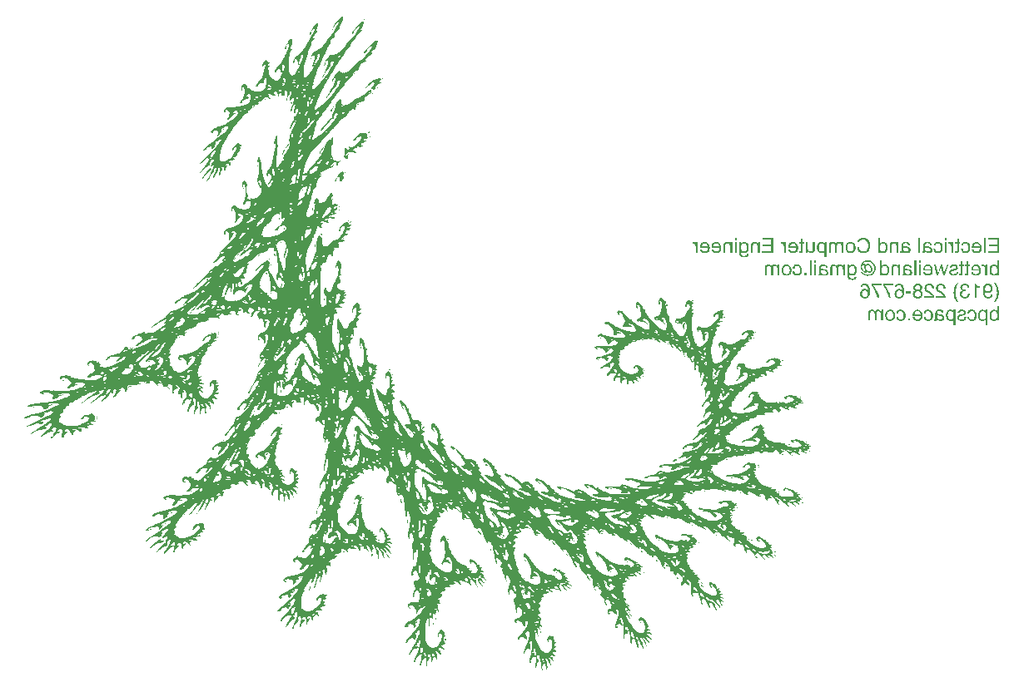
<source format=gbo>
G04 #@! TF.GenerationSoftware,KiCad,Pcbnew,9.0.3*
G04 #@! TF.CreationDate,2025-08-27T19:31:25-05:00*
G04 #@! TF.ProjectId,stm32card,73746d33-3263-4617-9264-2e6b69636164,rev?*
G04 #@! TF.SameCoordinates,Original*
G04 #@! TF.FileFunction,Legend,Bot*
G04 #@! TF.FilePolarity,Positive*
%FSLAX46Y46*%
G04 Gerber Fmt 4.6, Leading zero omitted, Abs format (unit mm)*
G04 Created by KiCad (PCBNEW 9.0.3) date 2025-08-27 19:31:25*
%MOMM*%
%LPD*%
G01*
G04 APERTURE LIST*
%ADD10C,0.150000*%
%ADD11C,0.000000*%
%ADD12C,0.200000*%
%ADD13O,1.304000X1.904000*%
G04 APERTURE END LIST*
D10*
G36*
X213618902Y-94570705D02*
G01*
X213618902Y-93064215D01*
X212517336Y-93064215D01*
X212517336Y-93245931D01*
X213415020Y-93245931D01*
X213415020Y-93703154D01*
X212595280Y-93703154D01*
X212595280Y-93884871D01*
X213415020Y-93884871D01*
X213415020Y-94388988D01*
X212506070Y-94388988D01*
X212506070Y-94570705D01*
X213618902Y-94570705D01*
G37*
G36*
X212259324Y-94570705D02*
G01*
X212259324Y-93064215D01*
X212074951Y-93064215D01*
X212074951Y-94570705D01*
X212259324Y-94570705D01*
G37*
G36*
X211451503Y-93450029D02*
G01*
X211547680Y-93480777D01*
X211632841Y-93531235D01*
X211708862Y-93602953D01*
X211768670Y-93688041D01*
X211812483Y-93786681D01*
X211840014Y-93901390D01*
X211849729Y-94035355D01*
X211840246Y-94170256D01*
X211813763Y-94282175D01*
X211772303Y-94375095D01*
X211716555Y-94452186D01*
X211645234Y-94515788D01*
X211562181Y-94561528D01*
X211465074Y-94589989D01*
X211350649Y-94600014D01*
X211253931Y-94593503D01*
X211170218Y-94574996D01*
X211097492Y-94545524D01*
X211034110Y-94505400D01*
X210979050Y-94454239D01*
X210933434Y-94392471D01*
X210896973Y-94318638D01*
X210870071Y-94230718D01*
X211052520Y-94230718D01*
X211070867Y-94288362D01*
X211102541Y-94338472D01*
X211148874Y-94382393D01*
X211203978Y-94415172D01*
X211264901Y-94434951D01*
X211333247Y-94441744D01*
X211416278Y-94434285D01*
X211482861Y-94413591D01*
X211536383Y-94381030D01*
X211579169Y-94336323D01*
X211613470Y-94275139D01*
X211639130Y-94192939D01*
X211653999Y-94084173D01*
X210852668Y-94084173D01*
X210850653Y-94018685D01*
X210856356Y-93937627D01*
X211043269Y-93937627D01*
X211653999Y-93937627D01*
X211637413Y-93847180D01*
X211609430Y-93773186D01*
X211571017Y-93712771D01*
X211524045Y-93664797D01*
X211470753Y-93631148D01*
X211409868Y-93610635D01*
X211339383Y-93603503D01*
X211267539Y-93609360D01*
X211209057Y-93626767D01*
X211161243Y-93654624D01*
X211122221Y-93693170D01*
X211083062Y-93757323D01*
X211056244Y-93837521D01*
X211043269Y-93937627D01*
X210856356Y-93937627D01*
X210859782Y-93888943D01*
X210885654Y-93777642D01*
X210926790Y-93681796D01*
X210982819Y-93599015D01*
X211054401Y-93529477D01*
X211136471Y-93480223D01*
X211231120Y-93449952D01*
X211341490Y-93439372D01*
X211451503Y-93450029D01*
G37*
G36*
X210512041Y-94020242D02*
G01*
X210503877Y-94149199D01*
X210482025Y-94246851D01*
X210449507Y-94319703D01*
X210407868Y-94373009D01*
X210356986Y-94410410D01*
X210295076Y-94433528D01*
X210218950Y-94441744D01*
X210150017Y-94433830D01*
X210090830Y-94410984D01*
X210039156Y-94373051D01*
X209997877Y-94323109D01*
X209965716Y-94259113D01*
X209943352Y-94177962D01*
X209766123Y-94177962D01*
X209787538Y-94280067D01*
X209819608Y-94364706D01*
X209861370Y-94434620D01*
X209912669Y-94491936D01*
X209974254Y-94537534D01*
X210047316Y-94571144D01*
X210134095Y-94592438D01*
X210237451Y-94600014D01*
X210337589Y-94589916D01*
X210425591Y-94560670D01*
X210504038Y-94512398D01*
X210574598Y-94443301D01*
X210629378Y-94362093D01*
X210669917Y-94266432D01*
X210695619Y-94153603D01*
X210704749Y-94020242D01*
X210695346Y-93887132D01*
X210668834Y-93774289D01*
X210626899Y-93678350D01*
X210570018Y-93596633D01*
X210497232Y-93527465D01*
X210416269Y-93478982D01*
X210325413Y-93449545D01*
X210222064Y-93439372D01*
X210115300Y-93447023D01*
X210026629Y-93468413D01*
X209952894Y-93501957D01*
X209891603Y-93547174D01*
X209840823Y-93604607D01*
X209802984Y-93671893D01*
X209777799Y-93750818D01*
X209766123Y-93843838D01*
X209943352Y-93843838D01*
X209958295Y-93768622D01*
X209985670Y-93709070D01*
X210024868Y-93662030D01*
X210075350Y-93627641D01*
X210140389Y-93605655D01*
X210224170Y-93597641D01*
X210285695Y-93604701D01*
X210339897Y-93625291D01*
X210388547Y-93659792D01*
X210432632Y-93710206D01*
X210474639Y-93789186D01*
X210502009Y-93890592D01*
X210512041Y-94020242D01*
G37*
G36*
X209316228Y-94582428D02*
G01*
X209395212Y-94575283D01*
X209449945Y-94556658D01*
X209486954Y-94529031D01*
X209512301Y-94489993D01*
X209529802Y-94431166D01*
X209536596Y-94345207D01*
X209536596Y-93621088D01*
X209688271Y-93621088D01*
X209688271Y-93474543D01*
X209536596Y-93474543D01*
X209536596Y-93163866D01*
X209352132Y-93163866D01*
X209352132Y-93474543D01*
X209178933Y-93474543D01*
X209178933Y-93621088D01*
X209352132Y-93621088D01*
X209352132Y-94344200D01*
X209344794Y-94377330D01*
X209322914Y-94402635D01*
X209290242Y-94418345D01*
X209244512Y-94424159D01*
X209178933Y-94424159D01*
X209178933Y-94567957D01*
X209316228Y-94582428D01*
G37*
G36*
X208490168Y-93439372D02*
G01*
X208437870Y-93447890D01*
X208437870Y-93622187D01*
X208475788Y-93621088D01*
X208549716Y-93627390D01*
X208611462Y-93645143D01*
X208663325Y-93673418D01*
X208706964Y-93712405D01*
X208750321Y-93777938D01*
X208778194Y-93862880D01*
X208788389Y-93972798D01*
X208788389Y-94570705D01*
X208972762Y-94570705D01*
X208972762Y-93474543D01*
X208797548Y-93474543D01*
X208797548Y-93645085D01*
X208743750Y-93566343D01*
X208686781Y-93509253D01*
X208626332Y-93470266D01*
X208561358Y-93447189D01*
X208490168Y-93439372D01*
G37*
G36*
X208295262Y-93064215D02*
G01*
X208106768Y-93064215D01*
X208106768Y-93275240D01*
X208295262Y-93275240D01*
X208295262Y-93064215D01*
G37*
G36*
X208293247Y-94570705D02*
G01*
X208293247Y-93474543D01*
X208108783Y-93474543D01*
X208108783Y-94570705D01*
X208293247Y-94570705D01*
G37*
G36*
X207714484Y-94020242D02*
G01*
X207706319Y-94149199D01*
X207684468Y-94246851D01*
X207651949Y-94319703D01*
X207610310Y-94373009D01*
X207559429Y-94410410D01*
X207497518Y-94433528D01*
X207421392Y-94441744D01*
X207352459Y-94433830D01*
X207293272Y-94410984D01*
X207241599Y-94373051D01*
X207200319Y-94323109D01*
X207168159Y-94259113D01*
X207145795Y-94177962D01*
X206968566Y-94177962D01*
X206989981Y-94280067D01*
X207022050Y-94364706D01*
X207063812Y-94434620D01*
X207115112Y-94491936D01*
X207176696Y-94537534D01*
X207249758Y-94571144D01*
X207336538Y-94592438D01*
X207439893Y-94600014D01*
X207540031Y-94589916D01*
X207628033Y-94560670D01*
X207706481Y-94512398D01*
X207777040Y-94443301D01*
X207831820Y-94362093D01*
X207872359Y-94266432D01*
X207898061Y-94153603D01*
X207907191Y-94020242D01*
X207897789Y-93887132D01*
X207871276Y-93774289D01*
X207829342Y-93678350D01*
X207772461Y-93596633D01*
X207699675Y-93527465D01*
X207618711Y-93478982D01*
X207527856Y-93449545D01*
X207424506Y-93439372D01*
X207317743Y-93447023D01*
X207229071Y-93468413D01*
X207155337Y-93501957D01*
X207094046Y-93547174D01*
X207043266Y-93604607D01*
X207005426Y-93671893D01*
X206980241Y-93750818D01*
X206968566Y-93843838D01*
X207145795Y-93843838D01*
X207160738Y-93768622D01*
X207188112Y-93709070D01*
X207227311Y-93662030D01*
X207277792Y-93627641D01*
X207342832Y-93605655D01*
X207426613Y-93597641D01*
X207488137Y-93604701D01*
X207542339Y-93625291D01*
X207590990Y-93659792D01*
X207635074Y-93710206D01*
X207677081Y-93789186D01*
X207704451Y-93890592D01*
X207714484Y-94020242D01*
G37*
G36*
X206462452Y-93448362D02*
G01*
X206560936Y-93472911D01*
X206638012Y-93510468D01*
X206697765Y-93560094D01*
X206742802Y-93622563D01*
X206773969Y-93700268D01*
X206790238Y-93796943D01*
X206620153Y-93796943D01*
X206600785Y-93721550D01*
X206567088Y-93666278D01*
X206519092Y-93626649D01*
X206453640Y-93601198D01*
X206364981Y-93591779D01*
X206287096Y-93598093D01*
X206226489Y-93615310D01*
X206179509Y-93641788D01*
X206142605Y-93679245D01*
X206120611Y-93724584D01*
X206112922Y-93780365D01*
X206112922Y-93789616D01*
X206118075Y-93829289D01*
X206132431Y-93859775D01*
X206155041Y-93882720D01*
X206183630Y-93895770D01*
X206246187Y-93907127D01*
X206497238Y-93938451D01*
X206607246Y-93961843D01*
X206691786Y-93998559D01*
X206755983Y-94047078D01*
X206804240Y-94110107D01*
X206833993Y-94186967D01*
X206844552Y-94281643D01*
X206838182Y-94354123D01*
X206820069Y-94415850D01*
X206790910Y-94468849D01*
X206750304Y-94514559D01*
X206701230Y-94550017D01*
X206640796Y-94576642D01*
X206566616Y-94593814D01*
X206475714Y-94600014D01*
X206387933Y-94592231D01*
X206306470Y-94569284D01*
X206229875Y-94530998D01*
X206157069Y-94476183D01*
X206109900Y-94427090D01*
X206091157Y-94491363D01*
X206065844Y-94534526D01*
X206030371Y-94564999D01*
X205981344Y-94584587D01*
X205914169Y-94591862D01*
X205865229Y-94586604D01*
X205807557Y-94569331D01*
X205807557Y-94436340D01*
X205869107Y-94444584D01*
X205891896Y-94440336D01*
X205911055Y-94427639D01*
X205923959Y-94408392D01*
X205928458Y-94383034D01*
X205928458Y-94135647D01*
X206112922Y-94135647D01*
X206116036Y-94201318D01*
X206129694Y-94259992D01*
X206162559Y-94316222D01*
X206218527Y-94371677D01*
X206285680Y-94412977D01*
X206364928Y-94438578D01*
X206459320Y-94447606D01*
X206518843Y-94441478D01*
X206565334Y-94424557D01*
X206601744Y-94397781D01*
X206629041Y-94361715D01*
X206645928Y-94317521D01*
X206651936Y-94262867D01*
X206644696Y-94209292D01*
X206624282Y-94167177D01*
X206590478Y-94133724D01*
X206547074Y-94109515D01*
X206484084Y-94088096D01*
X206395755Y-94070892D01*
X206226678Y-94046437D01*
X206166069Y-94034662D01*
X206112922Y-94016579D01*
X206112922Y-94135647D01*
X205928458Y-94135647D01*
X205928458Y-93779541D01*
X205935694Y-93697428D01*
X205956014Y-93629544D01*
X205988334Y-93573118D01*
X206032963Y-93526200D01*
X206086847Y-93490448D01*
X206153628Y-93463342D01*
X206236022Y-93445746D01*
X206337320Y-93439372D01*
X206462452Y-93448362D01*
G37*
G36*
X205613476Y-94570705D02*
G01*
X205613476Y-93064215D01*
X205429103Y-93064215D01*
X205429103Y-94570705D01*
X205613476Y-94570705D01*
G37*
G36*
X204246681Y-93448362D02*
G01*
X204345165Y-93472911D01*
X204422241Y-93510468D01*
X204481994Y-93560094D01*
X204527031Y-93622563D01*
X204558198Y-93700268D01*
X204574467Y-93796943D01*
X204404382Y-93796943D01*
X204385014Y-93721550D01*
X204351317Y-93666278D01*
X204303321Y-93626649D01*
X204237868Y-93601198D01*
X204149210Y-93591779D01*
X204071325Y-93598093D01*
X204010718Y-93615310D01*
X203963738Y-93641788D01*
X203926834Y-93679245D01*
X203904840Y-93724584D01*
X203897151Y-93780365D01*
X203897151Y-93789616D01*
X203902304Y-93829289D01*
X203916660Y-93859775D01*
X203939269Y-93882720D01*
X203967859Y-93895770D01*
X204030416Y-93907127D01*
X204281467Y-93938451D01*
X204391475Y-93961843D01*
X204476015Y-93998559D01*
X204540212Y-94047078D01*
X204588469Y-94110107D01*
X204618221Y-94186967D01*
X204628780Y-94281643D01*
X204622411Y-94354123D01*
X204604298Y-94415850D01*
X204575139Y-94468849D01*
X204534533Y-94514559D01*
X204485459Y-94550017D01*
X204425025Y-94576642D01*
X204350845Y-94593814D01*
X204259943Y-94600014D01*
X204172162Y-94592231D01*
X204090699Y-94569284D01*
X204014104Y-94530998D01*
X203941298Y-94476183D01*
X203894128Y-94427090D01*
X203875386Y-94491363D01*
X203850073Y-94534526D01*
X203814599Y-94564999D01*
X203765573Y-94584587D01*
X203698398Y-94591862D01*
X203649458Y-94586604D01*
X203591786Y-94569331D01*
X203591786Y-94436340D01*
X203653336Y-94444584D01*
X203676124Y-94440336D01*
X203695284Y-94427639D01*
X203708188Y-94408392D01*
X203712687Y-94383034D01*
X203712687Y-94135647D01*
X203897151Y-94135647D01*
X203900265Y-94201318D01*
X203913923Y-94259992D01*
X203946788Y-94316222D01*
X204002755Y-94371677D01*
X204069909Y-94412977D01*
X204149157Y-94438578D01*
X204243548Y-94447606D01*
X204303072Y-94441478D01*
X204349563Y-94424557D01*
X204385973Y-94397781D01*
X204413270Y-94361715D01*
X204430157Y-94317521D01*
X204436164Y-94262867D01*
X204428925Y-94209292D01*
X204408510Y-94167177D01*
X204374707Y-94133724D01*
X204331303Y-94109515D01*
X204268313Y-94088096D01*
X204179984Y-94070892D01*
X204010907Y-94046437D01*
X203950298Y-94034662D01*
X203897151Y-94016579D01*
X203897151Y-94135647D01*
X203712687Y-94135647D01*
X203712687Y-93779541D01*
X203719922Y-93697428D01*
X203740243Y-93629544D01*
X203772563Y-93573118D01*
X203817192Y-93526200D01*
X203871076Y-93490448D01*
X203937857Y-93463342D01*
X204020251Y-93445746D01*
X204121549Y-93439372D01*
X204246681Y-93448362D01*
G37*
G36*
X203401826Y-94570705D02*
G01*
X203401826Y-93474543D01*
X203226613Y-93474543D01*
X203226613Y-93630339D01*
X203185580Y-93577033D01*
X203120429Y-93516059D01*
X203049508Y-93473645D01*
X202971485Y-93448120D01*
X202884337Y-93439372D01*
X202794474Y-93446299D01*
X202719784Y-93465709D01*
X202657531Y-93496316D01*
X202605625Y-93537924D01*
X202564153Y-93589895D01*
X202533597Y-93652397D01*
X202514190Y-93727566D01*
X202507257Y-93818192D01*
X202507257Y-94570705D01*
X202691721Y-94570705D01*
X202691721Y-93877818D01*
X202699237Y-93782030D01*
X202718842Y-93714494D01*
X202747591Y-93667983D01*
X202789376Y-93634116D01*
X202848935Y-93611883D01*
X202932514Y-93603503D01*
X202994765Y-93610046D01*
X203048959Y-93628958D01*
X203096849Y-93660195D01*
X203139510Y-93705077D01*
X203181076Y-93776747D01*
X203207709Y-93866757D01*
X203217362Y-93979851D01*
X203217362Y-94570705D01*
X203401826Y-94570705D01*
G37*
G36*
X201508822Y-93629240D02*
G01*
X201523202Y-93608907D01*
X201588221Y-93533592D01*
X201661819Y-93481589D01*
X201745694Y-93450227D01*
X201842855Y-93439372D01*
X201941161Y-93449158D01*
X202027186Y-93477437D01*
X202103495Y-93523981D01*
X202171758Y-93590405D01*
X202224534Y-93668536D01*
X202263807Y-93761741D01*
X202288849Y-93872927D01*
X202297788Y-94005679D01*
X202288807Y-94137746D01*
X202263327Y-94251499D01*
X202222819Y-94349823D01*
X202167728Y-94435058D01*
X202096736Y-94507456D01*
X202016142Y-94558257D01*
X201924010Y-94589239D01*
X201817301Y-94600014D01*
X201728443Y-94590659D01*
X201650580Y-94563547D01*
X201581289Y-94518648D01*
X201519081Y-94454017D01*
X201495542Y-94420129D01*
X201495542Y-94570705D01*
X201324358Y-94570705D01*
X201324358Y-94072541D01*
X201508822Y-94072541D01*
X201518798Y-94180834D01*
X201546644Y-94268743D01*
X201590796Y-94340445D01*
X201635344Y-94384740D01*
X201686142Y-94415966D01*
X201744444Y-94435081D01*
X201812172Y-94441744D01*
X201879305Y-94434558D01*
X201936410Y-94413966D01*
X201985657Y-94380174D01*
X202028327Y-94331743D01*
X202068414Y-94254358D01*
X202095171Y-94150235D01*
X202105172Y-94011816D01*
X202095536Y-93872850D01*
X202070305Y-93772985D01*
X202033456Y-93702788D01*
X201993890Y-93660303D01*
X201945241Y-93629678D01*
X201885619Y-93610402D01*
X201812172Y-93603503D01*
X201740307Y-93611495D01*
X201680133Y-93634294D01*
X201629064Y-93671669D01*
X201585667Y-93725411D01*
X201545604Y-93810316D01*
X201518816Y-93923490D01*
X201508822Y-94072541D01*
X201324358Y-94072541D01*
X201324358Y-93064215D01*
X201508822Y-93064215D01*
X201508822Y-93629240D01*
G37*
G36*
X199848185Y-94611737D02*
G01*
X199971665Y-94602532D01*
X200081004Y-94576043D01*
X200178511Y-94533183D01*
X200266004Y-94473799D01*
X200344700Y-94396681D01*
X200408872Y-94308646D01*
X200459843Y-94208702D01*
X200497565Y-94095155D01*
X200521295Y-93965895D01*
X200529622Y-93818467D01*
X200521029Y-93671454D01*
X200496507Y-93542299D01*
X200457434Y-93428551D01*
X200404477Y-93328114D01*
X200337556Y-93239337D01*
X200256208Y-93162139D01*
X200165525Y-93102466D01*
X200064208Y-93059260D01*
X199950365Y-93032495D01*
X199821623Y-93023182D01*
X199694578Y-93032119D01*
X199584032Y-93057607D01*
X199487372Y-93098394D01*
X199402503Y-93154249D01*
X199329438Y-93225103D01*
X199272656Y-93307673D01*
X199231307Y-93403661D01*
X199205765Y-93515575D01*
X199402503Y-93515575D01*
X199431521Y-93422041D01*
X199477638Y-93346526D01*
X199541355Y-93285865D01*
X199618628Y-93242206D01*
X199711780Y-93214705D01*
X199824646Y-93204898D01*
X199934618Y-93215767D01*
X200029527Y-93246983D01*
X200112460Y-93298049D01*
X200185423Y-93370587D01*
X200241462Y-93456081D01*
X200283304Y-93558332D01*
X200310046Y-93680563D01*
X200319604Y-93826710D01*
X200310521Y-93973804D01*
X200285364Y-94094460D01*
X200246494Y-94193149D01*
X200195132Y-94273583D01*
X200127391Y-94340828D01*
X200046575Y-94389138D01*
X199950040Y-94419317D01*
X199833896Y-94430021D01*
X199747680Y-94422947D01*
X199671564Y-94402566D01*
X199603755Y-94369431D01*
X199542912Y-94323134D01*
X199491752Y-94266617D01*
X199448909Y-94198458D01*
X199414473Y-94116896D01*
X199389130Y-94019693D01*
X199192393Y-94019693D01*
X199221850Y-94155832D01*
X199267672Y-94271744D01*
X199328989Y-94370475D01*
X199406075Y-94454292D01*
X199497608Y-94522218D01*
X199600291Y-94571066D01*
X199716228Y-94601235D01*
X199848185Y-94611737D01*
G37*
G36*
X198633863Y-93449868D02*
G01*
X198730796Y-93480065D01*
X198816154Y-93529409D01*
X198891882Y-93599198D01*
X198951870Y-93682591D01*
X198995656Y-93778852D01*
X199023089Y-93890380D01*
X199032749Y-94020242D01*
X199023083Y-94150066D01*
X198995643Y-94261478D01*
X198951858Y-94357564D01*
X198891882Y-94440737D01*
X198816188Y-94510261D01*
X198730842Y-94559440D01*
X198633897Y-94589547D01*
X198522496Y-94600014D01*
X198411090Y-94589539D01*
X198314247Y-94559421D01*
X198229090Y-94510244D01*
X198153658Y-94440737D01*
X198093894Y-94357593D01*
X198050248Y-94261516D01*
X198022888Y-94150093D01*
X198013249Y-94020242D01*
X198205865Y-94020242D01*
X198211970Y-94117555D01*
X198229105Y-94199694D01*
X198255973Y-94269053D01*
X198291961Y-94327622D01*
X198339193Y-94377981D01*
X198392566Y-94413074D01*
X198453324Y-94434362D01*
X198523503Y-94441744D01*
X198593683Y-94434356D01*
X198654354Y-94413060D01*
X198707572Y-94377969D01*
X198754587Y-94327622D01*
X198790329Y-94269087D01*
X198817028Y-94199740D01*
X198834063Y-94117590D01*
X198840133Y-94020242D01*
X198834068Y-93922861D01*
X198817041Y-93840594D01*
X198790342Y-93771070D01*
X198754587Y-93712313D01*
X198707538Y-93661695D01*
X198654307Y-93626440D01*
X198593648Y-93605058D01*
X198523503Y-93597641D01*
X198453359Y-93605051D01*
X198392614Y-93626425D01*
X198339227Y-93661682D01*
X198291961Y-93712313D01*
X198255960Y-93771104D01*
X198229092Y-93840640D01*
X198211965Y-93922895D01*
X198205865Y-94020242D01*
X198013249Y-94020242D01*
X198022883Y-93890352D01*
X198050236Y-93778814D01*
X198093882Y-93682563D01*
X198153658Y-93599198D01*
X198229124Y-93529426D01*
X198314293Y-93480084D01*
X198411123Y-93449876D01*
X198522496Y-93439372D01*
X198633863Y-93449868D01*
G37*
G36*
X196510606Y-93859225D02*
G01*
X196520656Y-93757618D01*
X196546858Y-93688099D01*
X196586073Y-93641810D01*
X196639313Y-93613682D01*
X196711465Y-93603503D01*
X196786734Y-93614179D01*
X196849193Y-93645034D01*
X196902066Y-93697384D01*
X196939785Y-93763470D01*
X196963993Y-93846552D01*
X196972775Y-93950999D01*
X196972775Y-94570705D01*
X197157239Y-94570705D01*
X197157239Y-93814895D01*
X197163161Y-93747607D01*
X197179207Y-93696396D01*
X197203859Y-93657633D01*
X197238376Y-93628332D01*
X197282620Y-93610083D01*
X197339597Y-93603503D01*
X197398372Y-93610094D01*
X197450582Y-93629360D01*
X197497818Y-93661649D01*
X197541006Y-93708741D01*
X197583235Y-93782567D01*
X197609830Y-93871694D01*
X197619316Y-93979851D01*
X197619316Y-94570705D01*
X197803780Y-94570705D01*
X197803780Y-93474543D01*
X197628567Y-93474543D01*
X197628567Y-93631347D01*
X197590648Y-93583078D01*
X197523369Y-93517770D01*
X197454456Y-93473687D01*
X197382826Y-93447964D01*
X197306807Y-93439372D01*
X197214469Y-93447335D01*
X197140781Y-93469344D01*
X197081938Y-93503763D01*
X197035249Y-93550652D01*
X196999428Y-93611746D01*
X196969661Y-93574652D01*
X196905017Y-93514173D01*
X196836364Y-93472546D01*
X196762543Y-93447777D01*
X196681790Y-93439372D01*
X196598234Y-93445921D01*
X196528285Y-93464340D01*
X196469499Y-93493511D01*
X196420023Y-93533344D01*
X196380451Y-93582862D01*
X196351321Y-93642316D01*
X196332834Y-93713717D01*
X196326233Y-93799691D01*
X196326233Y-94570705D01*
X196510606Y-94570705D01*
X196510606Y-93859225D01*
G37*
G36*
X195660731Y-93450361D02*
G01*
X195745416Y-93482114D01*
X195819738Y-93534786D01*
X195885406Y-93611105D01*
X195894656Y-93624202D01*
X195894656Y-93474543D01*
X196069870Y-93474543D01*
X196069870Y-95004480D01*
X195885406Y-95004480D01*
X195885406Y-94450903D01*
X195823505Y-94516810D01*
X195753887Y-94562654D01*
X195674971Y-94590407D01*
X195584163Y-94600014D01*
X195475057Y-94589247D01*
X195382208Y-94558502D01*
X195302299Y-94508486D01*
X195233186Y-94437714D01*
X195179995Y-94354066D01*
X195140531Y-94255868D01*
X195115494Y-94140454D01*
X195107146Y-94012823D01*
X195299314Y-94012823D01*
X195309061Y-94150645D01*
X195335134Y-94254440D01*
X195374144Y-94331652D01*
X195415824Y-94379889D01*
X195464809Y-94413714D01*
X195522511Y-94434459D01*
X195591307Y-94441744D01*
X195661056Y-94435211D01*
X195719277Y-94416747D01*
X195768266Y-94387091D01*
X195809568Y-94345665D01*
X195849659Y-94277458D01*
X195875787Y-94188408D01*
X195885406Y-94072724D01*
X195875777Y-93910024D01*
X195850859Y-93795046D01*
X195815247Y-93716160D01*
X195775494Y-93667299D01*
X195726665Y-93632696D01*
X195666973Y-93611171D01*
X195593413Y-93603503D01*
X195518886Y-93610504D01*
X195458725Y-93630017D01*
X195409947Y-93660947D01*
X195370572Y-93703795D01*
X195333904Y-93774564D01*
X195308857Y-93874532D01*
X195299314Y-94012823D01*
X195107146Y-94012823D01*
X195106607Y-94004580D01*
X195115658Y-93868069D01*
X195140828Y-93755504D01*
X195179977Y-93662780D01*
X195232178Y-93586558D01*
X195299925Y-93522135D01*
X195376273Y-93476732D01*
X195462970Y-93449003D01*
X195562639Y-93439372D01*
X195660731Y-93450361D01*
G37*
G36*
X194882850Y-94227238D02*
G01*
X194882850Y-93474543D01*
X194698385Y-93474543D01*
X194698385Y-94181534D01*
X194691277Y-94272654D01*
X194672753Y-94336780D01*
X194645629Y-94380836D01*
X194606010Y-94412619D01*
X194548274Y-94433719D01*
X194465836Y-94441744D01*
X194404740Y-94435172D01*
X194351233Y-94416111D01*
X194303612Y-94384477D01*
X194260855Y-94338796D01*
X194219349Y-94266225D01*
X194192684Y-94174766D01*
X194183002Y-94059535D01*
X194183002Y-93474543D01*
X193998538Y-93474543D01*
X193998538Y-94570705D01*
X194173752Y-94570705D01*
X194173752Y-94403826D01*
X194228322Y-94476801D01*
X194288304Y-94531043D01*
X194354256Y-94569055D01*
X194427479Y-94592083D01*
X194509891Y-94600014D01*
X194615520Y-94591245D01*
X194698273Y-94567240D01*
X194762937Y-94530131D01*
X194812958Y-94480126D01*
X194850074Y-94415493D01*
X194874081Y-94332791D01*
X194882850Y-94227238D01*
G37*
G36*
X193457052Y-94582428D02*
G01*
X193536036Y-94575283D01*
X193590769Y-94556658D01*
X193627777Y-94529031D01*
X193653125Y-94489993D01*
X193670626Y-94431166D01*
X193677420Y-94345207D01*
X193677420Y-93621088D01*
X193829094Y-93621088D01*
X193829094Y-93474543D01*
X193677420Y-93474543D01*
X193677420Y-93163866D01*
X193492955Y-93163866D01*
X193492955Y-93474543D01*
X193319757Y-93474543D01*
X193319757Y-93621088D01*
X193492955Y-93621088D01*
X193492955Y-94344200D01*
X193485618Y-94377330D01*
X193463738Y-94402635D01*
X193431066Y-94418345D01*
X193385336Y-94424159D01*
X193319757Y-94424159D01*
X193319757Y-94567957D01*
X193457052Y-94582428D01*
G37*
G36*
X192793303Y-93450029D02*
G01*
X192889481Y-93480777D01*
X192974641Y-93531235D01*
X193050662Y-93602953D01*
X193110470Y-93688041D01*
X193154284Y-93786681D01*
X193181815Y-93901390D01*
X193191529Y-94035355D01*
X193182046Y-94170256D01*
X193155563Y-94282175D01*
X193114104Y-94375095D01*
X193058356Y-94452186D01*
X192987035Y-94515788D01*
X192903981Y-94561528D01*
X192806874Y-94589989D01*
X192692449Y-94600014D01*
X192595731Y-94593503D01*
X192512018Y-94574996D01*
X192439293Y-94545524D01*
X192375911Y-94505400D01*
X192320851Y-94454239D01*
X192275234Y-94392471D01*
X192238773Y-94318638D01*
X192211871Y-94230718D01*
X192394320Y-94230718D01*
X192412667Y-94288362D01*
X192444341Y-94338472D01*
X192490674Y-94382393D01*
X192545779Y-94415172D01*
X192606702Y-94434951D01*
X192675047Y-94441744D01*
X192758078Y-94434285D01*
X192824661Y-94413591D01*
X192878183Y-94381030D01*
X192920969Y-94336323D01*
X192955271Y-94275139D01*
X192980930Y-94192939D01*
X192995799Y-94084173D01*
X192194469Y-94084173D01*
X192192454Y-94018685D01*
X192198157Y-93937627D01*
X192385070Y-93937627D01*
X192995799Y-93937627D01*
X192979213Y-93847180D01*
X192951230Y-93773186D01*
X192912817Y-93712771D01*
X192865845Y-93664797D01*
X192812554Y-93631148D01*
X192751669Y-93610635D01*
X192681184Y-93603503D01*
X192609340Y-93609360D01*
X192550857Y-93626767D01*
X192503043Y-93654624D01*
X192464021Y-93693170D01*
X192424862Y-93757323D01*
X192398044Y-93837521D01*
X192385070Y-93937627D01*
X192198157Y-93937627D01*
X192201582Y-93888943D01*
X192227455Y-93777642D01*
X192268590Y-93681796D01*
X192324620Y-93599015D01*
X192396202Y-93529477D01*
X192478272Y-93480223D01*
X192572921Y-93449952D01*
X192683290Y-93439372D01*
X192793303Y-93450029D01*
G37*
G36*
X191464488Y-93439372D02*
G01*
X191412189Y-93447890D01*
X191412189Y-93622187D01*
X191450108Y-93621088D01*
X191524035Y-93627390D01*
X191585781Y-93645143D01*
X191637645Y-93673418D01*
X191681284Y-93712405D01*
X191724641Y-93777938D01*
X191752514Y-93862880D01*
X191762708Y-93972798D01*
X191762708Y-94570705D01*
X191947081Y-94570705D01*
X191947081Y-93474543D01*
X191771867Y-93474543D01*
X191771867Y-93645085D01*
X191718070Y-93566343D01*
X191661101Y-93509253D01*
X191600652Y-93470266D01*
X191535678Y-93447189D01*
X191464488Y-93439372D01*
G37*
G36*
X190646396Y-94570705D02*
G01*
X190646396Y-93064215D01*
X189544831Y-93064215D01*
X189544831Y-93245931D01*
X190442515Y-93245931D01*
X190442515Y-93703154D01*
X189622775Y-93703154D01*
X189622775Y-93884871D01*
X190442515Y-93884871D01*
X190442515Y-94388988D01*
X189533565Y-94388988D01*
X189533565Y-94570705D01*
X190646396Y-94570705D01*
G37*
G36*
X189290940Y-94570705D02*
G01*
X189290940Y-93474543D01*
X189115727Y-93474543D01*
X189115727Y-93630339D01*
X189074694Y-93577033D01*
X189009542Y-93516059D01*
X188938621Y-93473645D01*
X188860599Y-93448120D01*
X188773451Y-93439372D01*
X188683588Y-93446299D01*
X188608898Y-93465709D01*
X188546645Y-93496316D01*
X188494739Y-93537924D01*
X188453267Y-93589895D01*
X188422711Y-93652397D01*
X188403304Y-93727566D01*
X188396370Y-93818192D01*
X188396370Y-94570705D01*
X188580835Y-94570705D01*
X188580835Y-93877818D01*
X188588351Y-93782030D01*
X188607955Y-93714494D01*
X188636705Y-93667983D01*
X188678490Y-93634116D01*
X188738048Y-93611883D01*
X188821628Y-93603503D01*
X188883879Y-93610046D01*
X188938073Y-93628958D01*
X188985963Y-93660195D01*
X189028623Y-93705077D01*
X189070190Y-93776747D01*
X189096823Y-93866757D01*
X189106476Y-93979851D01*
X189106476Y-94570705D01*
X189290940Y-94570705D01*
G37*
G36*
X187816037Y-93449075D02*
G01*
X187902475Y-93477153D01*
X187979482Y-93523402D01*
X188048691Y-93589398D01*
X188102322Y-93667165D01*
X188142210Y-93760144D01*
X188167649Y-93871299D01*
X188176735Y-94004305D01*
X188167746Y-94136656D01*
X188142246Y-94250654D01*
X188101709Y-94349187D01*
X188046584Y-94434600D01*
X187975563Y-94507222D01*
X187894958Y-94558160D01*
X187802837Y-94589215D01*
X187696157Y-94600014D01*
X187607935Y-94590596D01*
X187530438Y-94563258D01*
X187461261Y-94517874D01*
X187398944Y-94452369D01*
X187397936Y-94451361D01*
X187397936Y-94487448D01*
X187404039Y-94585238D01*
X187420876Y-94664693D01*
X187446786Y-94729005D01*
X187480918Y-94780814D01*
X187525803Y-94823806D01*
X187579717Y-94854901D01*
X187644506Y-94874431D01*
X187722810Y-94881381D01*
X187785428Y-94875703D01*
X187837491Y-94859702D01*
X187881079Y-94834120D01*
X187916807Y-94798914D01*
X187942902Y-94754745D01*
X187959481Y-94699665D01*
X188147975Y-94699665D01*
X188130326Y-94779344D01*
X188102214Y-94846031D01*
X188064164Y-94901837D01*
X188015809Y-94948243D01*
X187959376Y-94984063D01*
X187892570Y-95010744D01*
X187813458Y-95027737D01*
X187719695Y-95033789D01*
X187590572Y-95024089D01*
X187487095Y-94997359D01*
X187404330Y-94955980D01*
X187338493Y-94900616D01*
X187287688Y-94831253D01*
X187248839Y-94742755D01*
X187223205Y-94630749D01*
X187213472Y-94489830D01*
X187213472Y-94072724D01*
X187388685Y-94072724D01*
X187398658Y-94180893D01*
X187426499Y-94268746D01*
X187470659Y-94340445D01*
X187515212Y-94384794D01*
X187565863Y-94416015D01*
X187623838Y-94435099D01*
X187691027Y-94441744D01*
X187757616Y-94434582D01*
X187814499Y-94414019D01*
X187863787Y-94380202D01*
X187906724Y-94331652D01*
X187947067Y-94254231D01*
X187973974Y-94150134D01*
X187984027Y-94011816D01*
X187974458Y-93872801D01*
X187949410Y-93772939D01*
X187912861Y-93702788D01*
X187873514Y-93660572D01*
X187824320Y-93629930D01*
X187763163Y-93610500D01*
X187686906Y-93603503D01*
X187611197Y-93612208D01*
X187549019Y-93636894D01*
X187497243Y-93677330D01*
X187454279Y-93735811D01*
X187420328Y-93816826D01*
X187397323Y-93926604D01*
X187388685Y-94072724D01*
X187213472Y-94072724D01*
X187213472Y-93474543D01*
X187386670Y-93474543D01*
X187386670Y-93626126D01*
X187399951Y-93607075D01*
X187463948Y-93532727D01*
X187536852Y-93481276D01*
X187620406Y-93450166D01*
X187717680Y-93439372D01*
X187816037Y-93449075D01*
G37*
G36*
X186953811Y-93064215D02*
G01*
X186765317Y-93064215D01*
X186765317Y-93275240D01*
X186953811Y-93275240D01*
X186953811Y-93064215D01*
G37*
G36*
X186951796Y-94570705D02*
G01*
X186951796Y-93474543D01*
X186767332Y-93474543D01*
X186767332Y-94570705D01*
X186951796Y-94570705D01*
G37*
G36*
X186491917Y-94570705D02*
G01*
X186491917Y-93474543D01*
X186316704Y-93474543D01*
X186316704Y-93630339D01*
X186275671Y-93577033D01*
X186210519Y-93516059D01*
X186139598Y-93473645D01*
X186061576Y-93448120D01*
X185974428Y-93439372D01*
X185884564Y-93446299D01*
X185809875Y-93465709D01*
X185747622Y-93496316D01*
X185695716Y-93537924D01*
X185654244Y-93589895D01*
X185623688Y-93652397D01*
X185604281Y-93727566D01*
X185597347Y-93818192D01*
X185597347Y-94570705D01*
X185781812Y-94570705D01*
X185781812Y-93877818D01*
X185789328Y-93782030D01*
X185808932Y-93714494D01*
X185837682Y-93667983D01*
X185879467Y-93634116D01*
X185939025Y-93611883D01*
X186022605Y-93603503D01*
X186084856Y-93610046D01*
X186139050Y-93628958D01*
X186186940Y-93660195D01*
X186229600Y-93705077D01*
X186271167Y-93776747D01*
X186297800Y-93866757D01*
X186307453Y-93979851D01*
X186307453Y-94570705D01*
X186491917Y-94570705D01*
G37*
G36*
X184979486Y-93450029D02*
G01*
X185075663Y-93480777D01*
X185160824Y-93531235D01*
X185236845Y-93602953D01*
X185296653Y-93688041D01*
X185340467Y-93786681D01*
X185367998Y-93901390D01*
X185377712Y-94035355D01*
X185368229Y-94170256D01*
X185341746Y-94282175D01*
X185300287Y-94375095D01*
X185244538Y-94452186D01*
X185173218Y-94515788D01*
X185090164Y-94561528D01*
X184993057Y-94589989D01*
X184878632Y-94600014D01*
X184781914Y-94593503D01*
X184698201Y-94574996D01*
X184625476Y-94545524D01*
X184562093Y-94505400D01*
X184507034Y-94454239D01*
X184461417Y-94392471D01*
X184424956Y-94318638D01*
X184398054Y-94230718D01*
X184580503Y-94230718D01*
X184598850Y-94288362D01*
X184630524Y-94338472D01*
X184676857Y-94382393D01*
X184731962Y-94415172D01*
X184792884Y-94434951D01*
X184861230Y-94441744D01*
X184944261Y-94434285D01*
X185010844Y-94413591D01*
X185064366Y-94381030D01*
X185107152Y-94336323D01*
X185141454Y-94275139D01*
X185167113Y-94192939D01*
X185181982Y-94084173D01*
X184380652Y-94084173D01*
X184378637Y-94018685D01*
X184384340Y-93937627D01*
X184571253Y-93937627D01*
X185181982Y-93937627D01*
X185165396Y-93847180D01*
X185137413Y-93773186D01*
X185099000Y-93712771D01*
X185052028Y-93664797D01*
X184998737Y-93631148D01*
X184937852Y-93610635D01*
X184867366Y-93603503D01*
X184795522Y-93609360D01*
X184737040Y-93626767D01*
X184689226Y-93654624D01*
X184650204Y-93693170D01*
X184611045Y-93757323D01*
X184584227Y-93837521D01*
X184571253Y-93937627D01*
X184384340Y-93937627D01*
X184387765Y-93888943D01*
X184413638Y-93777642D01*
X184454773Y-93681796D01*
X184510802Y-93599015D01*
X184582384Y-93529477D01*
X184664455Y-93480223D01*
X184759104Y-93449952D01*
X184869473Y-93439372D01*
X184979486Y-93450029D01*
G37*
G36*
X183812982Y-93450029D02*
G01*
X183909160Y-93480777D01*
X183994320Y-93531235D01*
X184070341Y-93602953D01*
X184130149Y-93688041D01*
X184173963Y-93786681D01*
X184201494Y-93901390D01*
X184211208Y-94035355D01*
X184201725Y-94170256D01*
X184175242Y-94282175D01*
X184133783Y-94375095D01*
X184078035Y-94452186D01*
X184006714Y-94515788D01*
X183923660Y-94561528D01*
X183826553Y-94589989D01*
X183712128Y-94600014D01*
X183615410Y-94593503D01*
X183531697Y-94574996D01*
X183458972Y-94545524D01*
X183395590Y-94505400D01*
X183340530Y-94454239D01*
X183294913Y-94392471D01*
X183258452Y-94318638D01*
X183231550Y-94230718D01*
X183413999Y-94230718D01*
X183432346Y-94288362D01*
X183464020Y-94338472D01*
X183510353Y-94382393D01*
X183565458Y-94415172D01*
X183626381Y-94434951D01*
X183694726Y-94441744D01*
X183777757Y-94434285D01*
X183844340Y-94413591D01*
X183897862Y-94381030D01*
X183940648Y-94336323D01*
X183974950Y-94275139D01*
X184000609Y-94192939D01*
X184015478Y-94084173D01*
X183214148Y-94084173D01*
X183212133Y-94018685D01*
X183217836Y-93937627D01*
X183404749Y-93937627D01*
X184015478Y-93937627D01*
X183998892Y-93847180D01*
X183970909Y-93773186D01*
X183932496Y-93712771D01*
X183885524Y-93664797D01*
X183832233Y-93631148D01*
X183771348Y-93610635D01*
X183700863Y-93603503D01*
X183629019Y-93609360D01*
X183570536Y-93626767D01*
X183522722Y-93654624D01*
X183483700Y-93693170D01*
X183444541Y-93757323D01*
X183417723Y-93837521D01*
X183404749Y-93937627D01*
X183217836Y-93937627D01*
X183221261Y-93888943D01*
X183247134Y-93777642D01*
X183288269Y-93681796D01*
X183344299Y-93599015D01*
X183415881Y-93529477D01*
X183497951Y-93480223D01*
X183592600Y-93449952D01*
X183702969Y-93439372D01*
X183812982Y-93450029D01*
G37*
G36*
X182484167Y-93439372D02*
G01*
X182431868Y-93447890D01*
X182431868Y-93622187D01*
X182469787Y-93621088D01*
X182543714Y-93627390D01*
X182605460Y-93645143D01*
X182657324Y-93673418D01*
X182700963Y-93712405D01*
X182744320Y-93777938D01*
X182772193Y-93862880D01*
X182782387Y-93972798D01*
X182782387Y-94570705D01*
X182966760Y-94570705D01*
X182966760Y-93474543D01*
X182791546Y-93474543D01*
X182791546Y-93645085D01*
X182737749Y-93566343D01*
X182680780Y-93509253D01*
X182620331Y-93470266D01*
X182555357Y-93447189D01*
X182484167Y-93439372D01*
G37*
G36*
X213617337Y-96870705D02*
G01*
X213444138Y-96870705D01*
X213444138Y-96736615D01*
X213426736Y-96758963D01*
X213366803Y-96820982D01*
X213298876Y-96864399D01*
X213221341Y-96890830D01*
X213131629Y-96900014D01*
X213022524Y-96889247D01*
X212929675Y-96858502D01*
X212849765Y-96808486D01*
X212780652Y-96737714D01*
X212727462Y-96654066D01*
X212687998Y-96555868D01*
X212662961Y-96440454D01*
X212654613Y-96312823D01*
X212846781Y-96312823D01*
X212856528Y-96450645D01*
X212882601Y-96554440D01*
X212921611Y-96631652D01*
X212963291Y-96679889D01*
X213012276Y-96713714D01*
X213069977Y-96734459D01*
X213138773Y-96741744D01*
X213208523Y-96735211D01*
X213266743Y-96716747D01*
X213315733Y-96687091D01*
X213357035Y-96645665D01*
X213397126Y-96577458D01*
X213423254Y-96488408D01*
X213432872Y-96372724D01*
X213423244Y-96210024D01*
X213398326Y-96095046D01*
X213362714Y-96016160D01*
X213322961Y-95967299D01*
X213274131Y-95932696D01*
X213214440Y-95911171D01*
X213140880Y-95903503D01*
X213066352Y-95910504D01*
X213006192Y-95930017D01*
X212957414Y-95960947D01*
X212918039Y-96003795D01*
X212881371Y-96074564D01*
X212856324Y-96174532D01*
X212846781Y-96312823D01*
X212654613Y-96312823D01*
X212654074Y-96304580D01*
X212663124Y-96168069D01*
X212688295Y-96055504D01*
X212727444Y-95962780D01*
X212779645Y-95886558D01*
X212847396Y-95821973D01*
X212923458Y-95776387D01*
X213009512Y-95748405D01*
X213108090Y-95738364D01*
X213205035Y-95748893D01*
X213289767Y-95780448D01*
X213365171Y-95833415D01*
X213432872Y-95910739D01*
X213432872Y-95364215D01*
X213617337Y-95364215D01*
X213617337Y-96870705D01*
G37*
G36*
X211928214Y-95739372D02*
G01*
X211875916Y-95747890D01*
X211875916Y-95922187D01*
X211913835Y-95921088D01*
X211987762Y-95927390D01*
X212049508Y-95945143D01*
X212101371Y-95973418D01*
X212145010Y-96012405D01*
X212188367Y-96077938D01*
X212216240Y-96162880D01*
X212226435Y-96272798D01*
X212226435Y-96870705D01*
X212410808Y-96870705D01*
X212410808Y-95774543D01*
X212235594Y-95774543D01*
X212235594Y-95945085D01*
X212181796Y-95866343D01*
X212124827Y-95809253D01*
X212064378Y-95770266D01*
X211999404Y-95747189D01*
X211928214Y-95739372D01*
G37*
G36*
X211391503Y-95750029D02*
G01*
X211487680Y-95780777D01*
X211572841Y-95831235D01*
X211648862Y-95902953D01*
X211708670Y-95988041D01*
X211752483Y-96086681D01*
X211780014Y-96201390D01*
X211789729Y-96335355D01*
X211780246Y-96470256D01*
X211753763Y-96582175D01*
X211712303Y-96675095D01*
X211656555Y-96752186D01*
X211585234Y-96815788D01*
X211502181Y-96861528D01*
X211405074Y-96889989D01*
X211290649Y-96900014D01*
X211193931Y-96893503D01*
X211110218Y-96874996D01*
X211037492Y-96845524D01*
X210974110Y-96805400D01*
X210919050Y-96754239D01*
X210873434Y-96692471D01*
X210836973Y-96618638D01*
X210810071Y-96530718D01*
X210992520Y-96530718D01*
X211010867Y-96588362D01*
X211042541Y-96638472D01*
X211088874Y-96682393D01*
X211143978Y-96715172D01*
X211204901Y-96734951D01*
X211273247Y-96741744D01*
X211356278Y-96734285D01*
X211422861Y-96713591D01*
X211476383Y-96681030D01*
X211519169Y-96636323D01*
X211553470Y-96575139D01*
X211579130Y-96492939D01*
X211593999Y-96384173D01*
X210792668Y-96384173D01*
X210790653Y-96318685D01*
X210796356Y-96237627D01*
X210983269Y-96237627D01*
X211593999Y-96237627D01*
X211577413Y-96147180D01*
X211549430Y-96073186D01*
X211511017Y-96012771D01*
X211464045Y-95964797D01*
X211410753Y-95931148D01*
X211349868Y-95910635D01*
X211279383Y-95903503D01*
X211207539Y-95909360D01*
X211149057Y-95926767D01*
X211101243Y-95954624D01*
X211062221Y-95993170D01*
X211023062Y-96057323D01*
X210996244Y-96137521D01*
X210983269Y-96237627D01*
X210796356Y-96237627D01*
X210799782Y-96188943D01*
X210825654Y-96077642D01*
X210866790Y-95981796D01*
X210922819Y-95899015D01*
X210994401Y-95829477D01*
X211076471Y-95780223D01*
X211171120Y-95749952D01*
X211281490Y-95739372D01*
X211391503Y-95750029D01*
G37*
G36*
X210305495Y-96882428D02*
G01*
X210384479Y-96875283D01*
X210439213Y-96856658D01*
X210476221Y-96829031D01*
X210501569Y-96789993D01*
X210519069Y-96731166D01*
X210525863Y-96645207D01*
X210525863Y-95921088D01*
X210677538Y-95921088D01*
X210677538Y-95774543D01*
X210525863Y-95774543D01*
X210525863Y-95463866D01*
X210341399Y-95463866D01*
X210341399Y-95774543D01*
X210168200Y-95774543D01*
X210168200Y-95921088D01*
X210341399Y-95921088D01*
X210341399Y-96644200D01*
X210334062Y-96677330D01*
X210312182Y-96702635D01*
X210279509Y-96718345D01*
X210233780Y-96724159D01*
X210168200Y-96724159D01*
X210168200Y-96867957D01*
X210305495Y-96882428D01*
G37*
G36*
X209722243Y-96882428D02*
G01*
X209801228Y-96875283D01*
X209855961Y-96856658D01*
X209892969Y-96829031D01*
X209918317Y-96789993D01*
X209935818Y-96731166D01*
X209942612Y-96645207D01*
X209942612Y-95921088D01*
X210094286Y-95921088D01*
X210094286Y-95774543D01*
X209942612Y-95774543D01*
X209942612Y-95463866D01*
X209758147Y-95463866D01*
X209758147Y-95774543D01*
X209584948Y-95774543D01*
X209584948Y-95921088D01*
X209758147Y-95921088D01*
X209758147Y-96644200D01*
X209750810Y-96677330D01*
X209728930Y-96702635D01*
X209696257Y-96718345D01*
X209650528Y-96724159D01*
X209584948Y-96724159D01*
X209584948Y-96867957D01*
X209722243Y-96882428D01*
G37*
G36*
X209001697Y-96741744D02*
G01*
X208900202Y-96732219D01*
X208831461Y-96707564D01*
X208786337Y-96671126D01*
X208759321Y-96622384D01*
X208749638Y-96557097D01*
X208754576Y-96520983D01*
X208768522Y-96492544D01*
X208791678Y-96469902D01*
X208845201Y-96443680D01*
X208960755Y-96410368D01*
X209151356Y-96365580D01*
X209252688Y-96333880D01*
X209323793Y-96298760D01*
X209371633Y-96261349D01*
X209406952Y-96213421D01*
X209429186Y-96152712D01*
X209437212Y-96075511D01*
X209429934Y-96000153D01*
X209409091Y-95935427D01*
X209375134Y-95879196D01*
X209327120Y-95830047D01*
X209270144Y-95792036D01*
X209202460Y-95763778D01*
X209122026Y-95745785D01*
X209026335Y-95739372D01*
X208930812Y-95745832D01*
X208849923Y-95764019D01*
X208781290Y-95792698D01*
X208722985Y-95831421D01*
X208673629Y-95881238D01*
X208637486Y-95939067D01*
X208613812Y-96006346D01*
X208603092Y-96085220D01*
X208776291Y-96085220D01*
X208788615Y-96029070D01*
X208813264Y-95983682D01*
X208850663Y-95946825D01*
X208897137Y-95920575D01*
X208955368Y-95903741D01*
X209028350Y-95897641D01*
X209124361Y-95906082D01*
X209188597Y-95927745D01*
X209230035Y-95959281D01*
X209254386Y-96000698D01*
X209263006Y-96055361D01*
X209258040Y-96092408D01*
X209244085Y-96121330D01*
X209221057Y-96144113D01*
X209167775Y-96170472D01*
X209053995Y-96203830D01*
X208863394Y-96248618D01*
X208757969Y-96281104D01*
X208684289Y-96317103D01*
X208634966Y-96355413D01*
X208598515Y-96404583D01*
X208575567Y-96466957D01*
X208567280Y-96546381D01*
X208575048Y-96625582D01*
X208597314Y-96693651D01*
X208633653Y-96752854D01*
X208685158Y-96804667D01*
X208745832Y-96844180D01*
X208819704Y-96873935D01*
X208909419Y-96893112D01*
X209018183Y-96900014D01*
X209127395Y-96893362D01*
X209216406Y-96874994D01*
X209288677Y-96846725D01*
X209347086Y-96809522D01*
X209395566Y-96760472D01*
X209432996Y-96698577D01*
X209459310Y-96621228D01*
X209473116Y-96524857D01*
X209295795Y-96524857D01*
X209279483Y-96597728D01*
X209251730Y-96651532D01*
X209213363Y-96690545D01*
X209164322Y-96717012D01*
X209095776Y-96734946D01*
X209001697Y-96741744D01*
G37*
G36*
X207187003Y-95774543D02*
G01*
X207003637Y-95774543D01*
X207314131Y-96870705D01*
X207412500Y-96870705D01*
X207738289Y-96013870D01*
X207952429Y-96870705D01*
X208150266Y-96870705D01*
X208461767Y-95774543D01*
X208360284Y-95774543D01*
X208048783Y-96647314D01*
X207834643Y-95774543D01*
X207732153Y-95774543D01*
X207409386Y-96653542D01*
X207187003Y-95774543D01*
G37*
G36*
X206493945Y-95750029D02*
G01*
X206590123Y-95780777D01*
X206675283Y-95831235D01*
X206751304Y-95902953D01*
X206811112Y-95988041D01*
X206854926Y-96086681D01*
X206882457Y-96201390D01*
X206892171Y-96335355D01*
X206882688Y-96470256D01*
X206856205Y-96582175D01*
X206814746Y-96675095D01*
X206758998Y-96752186D01*
X206687677Y-96815788D01*
X206604623Y-96861528D01*
X206507516Y-96889989D01*
X206393091Y-96900014D01*
X206296373Y-96893503D01*
X206212660Y-96874996D01*
X206139935Y-96845524D01*
X206076553Y-96805400D01*
X206021493Y-96754239D01*
X205975876Y-96692471D01*
X205939415Y-96618638D01*
X205912513Y-96530718D01*
X206094962Y-96530718D01*
X206113309Y-96588362D01*
X206144983Y-96638472D01*
X206191316Y-96682393D01*
X206246421Y-96715172D01*
X206307344Y-96734951D01*
X206375689Y-96741744D01*
X206458721Y-96734285D01*
X206525303Y-96713591D01*
X206578825Y-96681030D01*
X206621611Y-96636323D01*
X206655913Y-96575139D01*
X206681572Y-96492939D01*
X206696441Y-96384173D01*
X205895111Y-96384173D01*
X205893096Y-96318685D01*
X205898799Y-96237627D01*
X206085712Y-96237627D01*
X206696441Y-96237627D01*
X206679855Y-96147180D01*
X206651872Y-96073186D01*
X206613459Y-96012771D01*
X206566487Y-95964797D01*
X206513196Y-95931148D01*
X206452311Y-95910635D01*
X206381826Y-95903503D01*
X206309982Y-95909360D01*
X206251499Y-95926767D01*
X206203685Y-95954624D01*
X206164663Y-95993170D01*
X206125504Y-96057323D01*
X206098686Y-96137521D01*
X206085712Y-96237627D01*
X205898799Y-96237627D01*
X205902224Y-96188943D01*
X205928097Y-96077642D01*
X205969232Y-95981796D01*
X206025262Y-95899015D01*
X206096844Y-95829477D01*
X206178914Y-95780223D01*
X206273563Y-95749952D01*
X206383932Y-95739372D01*
X206493945Y-95750029D01*
G37*
G36*
X205669247Y-95364215D02*
G01*
X205480753Y-95364215D01*
X205480753Y-95575240D01*
X205669247Y-95575240D01*
X205669247Y-95364215D01*
G37*
G36*
X205667232Y-96870705D02*
G01*
X205667232Y-95774543D01*
X205482768Y-95774543D01*
X205482768Y-96870705D01*
X205667232Y-96870705D01*
G37*
G36*
X205203232Y-96870705D02*
G01*
X205203232Y-95364215D01*
X205018859Y-95364215D01*
X205018859Y-96870705D01*
X205203232Y-96870705D01*
G37*
G36*
X204419689Y-95748362D02*
G01*
X204518173Y-95772911D01*
X204595249Y-95810468D01*
X204655002Y-95860094D01*
X204700039Y-95922563D01*
X204731205Y-96000268D01*
X204747475Y-96096943D01*
X204577390Y-96096943D01*
X204558021Y-96021550D01*
X204524325Y-95966278D01*
X204476328Y-95926649D01*
X204410876Y-95901198D01*
X204322217Y-95891779D01*
X204244333Y-95898093D01*
X204183725Y-95915310D01*
X204136745Y-95941788D01*
X204099842Y-95979245D01*
X204077847Y-96024584D01*
X204070159Y-96080365D01*
X204070159Y-96089616D01*
X204075312Y-96129289D01*
X204089668Y-96159775D01*
X204112277Y-96182720D01*
X204140867Y-96195770D01*
X204203424Y-96207127D01*
X204454475Y-96238451D01*
X204564483Y-96261843D01*
X204649023Y-96298559D01*
X204713220Y-96347078D01*
X204761477Y-96410107D01*
X204791229Y-96486967D01*
X204801788Y-96581643D01*
X204795419Y-96654123D01*
X204777306Y-96715850D01*
X204748146Y-96768849D01*
X204707541Y-96814559D01*
X204658467Y-96850017D01*
X204598033Y-96876642D01*
X204523853Y-96893814D01*
X204432951Y-96900014D01*
X204345170Y-96892231D01*
X204263706Y-96869284D01*
X204187112Y-96830998D01*
X204114306Y-96776183D01*
X204067136Y-96727090D01*
X204048394Y-96791363D01*
X204023081Y-96834526D01*
X203987607Y-96864999D01*
X203938580Y-96884587D01*
X203871406Y-96891862D01*
X203822466Y-96886604D01*
X203764794Y-96869331D01*
X203764794Y-96736340D01*
X203826343Y-96744584D01*
X203849132Y-96740336D01*
X203868292Y-96727639D01*
X203881195Y-96708392D01*
X203885694Y-96683034D01*
X203885694Y-96435647D01*
X204070159Y-96435647D01*
X204073273Y-96501318D01*
X204086930Y-96559992D01*
X204119795Y-96616222D01*
X204175763Y-96671677D01*
X204242917Y-96712977D01*
X204322165Y-96738578D01*
X204416556Y-96747606D01*
X204476079Y-96741478D01*
X204522571Y-96724557D01*
X204558980Y-96697781D01*
X204586278Y-96661715D01*
X204603165Y-96617521D01*
X204609172Y-96562867D01*
X204601932Y-96509292D01*
X204581518Y-96467177D01*
X204547714Y-96433724D01*
X204504311Y-96409515D01*
X204441321Y-96388096D01*
X204352992Y-96370892D01*
X204183915Y-96346437D01*
X204123306Y-96334662D01*
X204070159Y-96316579D01*
X204070159Y-96435647D01*
X203885694Y-96435647D01*
X203885694Y-96079541D01*
X203892930Y-95997428D01*
X203913250Y-95929544D01*
X203945571Y-95873118D01*
X203990200Y-95826200D01*
X204044083Y-95790448D01*
X204110865Y-95763342D01*
X204193259Y-95745746D01*
X204294557Y-95739372D01*
X204419689Y-95748362D01*
G37*
G36*
X203574834Y-96870705D02*
G01*
X203574834Y-95774543D01*
X203399620Y-95774543D01*
X203399620Y-95930339D01*
X203358588Y-95877033D01*
X203293436Y-95816059D01*
X203222515Y-95773645D01*
X203144493Y-95748120D01*
X203057345Y-95739372D01*
X202967481Y-95746299D01*
X202892792Y-95765709D01*
X202830539Y-95796316D01*
X202778633Y-95837924D01*
X202737161Y-95889895D01*
X202706605Y-95952397D01*
X202687198Y-96027566D01*
X202680264Y-96118192D01*
X202680264Y-96870705D01*
X202864729Y-96870705D01*
X202864729Y-96177818D01*
X202872244Y-96082030D01*
X202891849Y-96014494D01*
X202920599Y-95967983D01*
X202962384Y-95934116D01*
X203021942Y-95911883D01*
X203105522Y-95903503D01*
X203167773Y-95910046D01*
X203221967Y-95928958D01*
X203269857Y-95960195D01*
X203312517Y-96005077D01*
X203354084Y-96076747D01*
X203380717Y-96166757D01*
X203390370Y-96279851D01*
X203390370Y-96870705D01*
X203574834Y-96870705D01*
G37*
G36*
X201681830Y-95929240D02*
G01*
X201696210Y-95908907D01*
X201761229Y-95833592D01*
X201834827Y-95781589D01*
X201918702Y-95750227D01*
X202015863Y-95739372D01*
X202114169Y-95749158D01*
X202200193Y-95777437D01*
X202276503Y-95823981D01*
X202344766Y-95890405D01*
X202397542Y-95968536D01*
X202436815Y-96061741D01*
X202461857Y-96172927D01*
X202470795Y-96305679D01*
X202461814Y-96437746D01*
X202436335Y-96551499D01*
X202395827Y-96649823D01*
X202340736Y-96735058D01*
X202269744Y-96807456D01*
X202189149Y-96858257D01*
X202097018Y-96889239D01*
X201990309Y-96900014D01*
X201901451Y-96890659D01*
X201823587Y-96863547D01*
X201754297Y-96818648D01*
X201692088Y-96754017D01*
X201668549Y-96720129D01*
X201668549Y-96870705D01*
X201497366Y-96870705D01*
X201497366Y-96372541D01*
X201681830Y-96372541D01*
X201691806Y-96480834D01*
X201719651Y-96568743D01*
X201763804Y-96640445D01*
X201808351Y-96684740D01*
X201859149Y-96715966D01*
X201917451Y-96735081D01*
X201985180Y-96741744D01*
X202052312Y-96734558D01*
X202109418Y-96713966D01*
X202158665Y-96680174D01*
X202201335Y-96631743D01*
X202241421Y-96554358D01*
X202268178Y-96450235D01*
X202278179Y-96311816D01*
X202268544Y-96172850D01*
X202243312Y-96072985D01*
X202206464Y-96002788D01*
X202166898Y-95960303D01*
X202118249Y-95929678D01*
X202058627Y-95910402D01*
X201985180Y-95903503D01*
X201913315Y-95911495D01*
X201853141Y-95934294D01*
X201802072Y-95971669D01*
X201758675Y-96025411D01*
X201718612Y-96110316D01*
X201691824Y-96223490D01*
X201681830Y-96372541D01*
X201497366Y-96372541D01*
X201497366Y-95364215D01*
X201681830Y-95364215D01*
X201681830Y-95929240D01*
G37*
G36*
X200419585Y-95332494D02*
G01*
X200534979Y-95359814D01*
X200642890Y-95404904D01*
X200744654Y-95468439D01*
X200841207Y-95551976D01*
X200923932Y-95648293D01*
X200987296Y-95751381D01*
X201032599Y-95862294D01*
X201060246Y-95982516D01*
X201069727Y-96113888D01*
X201060089Y-96244918D01*
X201031920Y-96365352D01*
X200985629Y-96477006D01*
X200920681Y-96581337D01*
X200835620Y-96679371D01*
X200737070Y-96763512D01*
X200631732Y-96827952D01*
X200518540Y-96874011D01*
X200396000Y-96902107D01*
X200262260Y-96911737D01*
X200130261Y-96900534D01*
X200002912Y-96867009D01*
X199878493Y-96810346D01*
X199791370Y-96754376D01*
X199716835Y-96691252D01*
X199653749Y-96620780D01*
X199601339Y-96542442D01*
X199739641Y-96542442D01*
X199800748Y-96606791D01*
X199876721Y-96663522D01*
X199969718Y-96712618D01*
X200068655Y-96748555D01*
X200168252Y-96769835D01*
X200269404Y-96776915D01*
X200376742Y-96769064D01*
X200475118Y-96746145D01*
X200566040Y-96708540D01*
X200650721Y-96655858D01*
X200730016Y-96586955D01*
X200797880Y-96507141D01*
X200849996Y-96421336D01*
X200887353Y-96328634D01*
X200910203Y-96227771D01*
X200918052Y-96117185D01*
X200910288Y-96006429D01*
X200887700Y-95905504D01*
X200850810Y-95812857D01*
X200799410Y-95727223D01*
X200732580Y-95647689D01*
X200654018Y-95578295D01*
X200571295Y-95525618D01*
X200483650Y-95488293D01*
X200389982Y-95465701D01*
X200288913Y-95458004D01*
X200161684Y-95468231D01*
X200049352Y-95497679D01*
X199949322Y-95545490D01*
X199859626Y-95612152D01*
X199783605Y-95695023D01*
X199730864Y-95784276D01*
X199699239Y-95881493D01*
X199688442Y-95989049D01*
X199699298Y-96095250D01*
X199731946Y-96197538D01*
X199787818Y-96297802D01*
X199843832Y-96367019D01*
X199896872Y-96410935D01*
X199947976Y-96435072D01*
X199998844Y-96442791D01*
X200019105Y-96435034D01*
X200031725Y-96408628D01*
X200033430Y-96372759D01*
X200023482Y-96325280D01*
X199944302Y-96053490D01*
X200102074Y-96053490D01*
X200119836Y-96144021D01*
X200151904Y-96231001D01*
X200191693Y-96300479D01*
X200238721Y-96355230D01*
X200295311Y-96398831D01*
X200350760Y-96423190D01*
X200406699Y-96431067D01*
X200473127Y-96423092D01*
X200520417Y-96401673D01*
X200553657Y-96367984D01*
X200574953Y-96319661D01*
X200582920Y-96251366D01*
X200576620Y-96162350D01*
X200558388Y-96082276D01*
X200528766Y-96009744D01*
X200487666Y-95943620D01*
X200434767Y-95883950D01*
X200382464Y-95844935D01*
X200329878Y-95822819D01*
X200275541Y-95815575D01*
X200219686Y-95822204D01*
X200176946Y-95840513D01*
X200144149Y-95869897D01*
X200119836Y-95912112D01*
X200102971Y-95977291D01*
X200102074Y-96053490D01*
X199944302Y-96053490D01*
X199840117Y-95695866D01*
X199987578Y-95695866D01*
X200029619Y-95841404D01*
X200037862Y-95822994D01*
X200081124Y-95749873D01*
X200131689Y-95701426D01*
X200190423Y-95672966D01*
X200260153Y-95663168D01*
X200355843Y-95673472D01*
X200444021Y-95703979D01*
X200526800Y-95755577D01*
X200605543Y-95831054D01*
X200669166Y-95918976D01*
X200714232Y-96013838D01*
X200741606Y-96117117D01*
X200750990Y-96230758D01*
X200741088Y-96332204D01*
X200713341Y-96414816D01*
X200669016Y-96482542D01*
X200624834Y-96524037D01*
X200574793Y-96553381D01*
X200517716Y-96571356D01*
X200451854Y-96577613D01*
X200386960Y-96570994D01*
X200324376Y-96551078D01*
X200262944Y-96516973D01*
X200201810Y-96466788D01*
X200185415Y-96451126D01*
X200167176Y-96509943D01*
X200139824Y-96547690D01*
X200103521Y-96569793D01*
X200055264Y-96577613D01*
X199965688Y-96566979D01*
X199879694Y-96534826D01*
X199795236Y-96479053D01*
X199710973Y-96395438D01*
X199642141Y-96299767D01*
X199594319Y-96201041D01*
X199565857Y-96098010D01*
X199556276Y-95989049D01*
X199564852Y-95879836D01*
X199589957Y-95779428D01*
X199631365Y-95686190D01*
X199689789Y-95598841D01*
X199766844Y-95516531D01*
X199854391Y-95447568D01*
X199949710Y-95394039D01*
X200053903Y-95355303D01*
X200168431Y-95331427D01*
X200295050Y-95323182D01*
X200419585Y-95332494D01*
G37*
G36*
X198802652Y-95749075D02*
G01*
X198889091Y-95777153D01*
X198966097Y-95823402D01*
X199035306Y-95889398D01*
X199088937Y-95967165D01*
X199128826Y-96060144D01*
X199154264Y-96171299D01*
X199163350Y-96304305D01*
X199154362Y-96436656D01*
X199128862Y-96550654D01*
X199088324Y-96649187D01*
X199033199Y-96734600D01*
X198962179Y-96807222D01*
X198881573Y-96858160D01*
X198789452Y-96889215D01*
X198682772Y-96900014D01*
X198594550Y-96890596D01*
X198517053Y-96863258D01*
X198447876Y-96817874D01*
X198385559Y-96752369D01*
X198384552Y-96751361D01*
X198384552Y-96787448D01*
X198390655Y-96885238D01*
X198407492Y-96964693D01*
X198433401Y-97029005D01*
X198467533Y-97080814D01*
X198512418Y-97123806D01*
X198566332Y-97154901D01*
X198631121Y-97174431D01*
X198709425Y-97181381D01*
X198772043Y-97175703D01*
X198824107Y-97159702D01*
X198867694Y-97134120D01*
X198903423Y-97098914D01*
X198929518Y-97054745D01*
X198946096Y-96999665D01*
X199134591Y-96999665D01*
X199116942Y-97079344D01*
X199088830Y-97146031D01*
X199050780Y-97201837D01*
X199002425Y-97248243D01*
X198945992Y-97284063D01*
X198879185Y-97310744D01*
X198800074Y-97327737D01*
X198706311Y-97333789D01*
X198577188Y-97324089D01*
X198473710Y-97297359D01*
X198390945Y-97255980D01*
X198325109Y-97200616D01*
X198274304Y-97131253D01*
X198235455Y-97042755D01*
X198209821Y-96930749D01*
X198200087Y-96789830D01*
X198200087Y-96372724D01*
X198375301Y-96372724D01*
X198385273Y-96480893D01*
X198413115Y-96568746D01*
X198457275Y-96640445D01*
X198501828Y-96684794D01*
X198552479Y-96716015D01*
X198610454Y-96735099D01*
X198677643Y-96741744D01*
X198744231Y-96734582D01*
X198801114Y-96714019D01*
X198850403Y-96680202D01*
X198893340Y-96631652D01*
X198933682Y-96554231D01*
X198960590Y-96450134D01*
X198970643Y-96311816D01*
X198961073Y-96172801D01*
X198936026Y-96072939D01*
X198899477Y-96002788D01*
X198860130Y-95960572D01*
X198810936Y-95929930D01*
X198749779Y-95910500D01*
X198673521Y-95903503D01*
X198597813Y-95912208D01*
X198535635Y-95936894D01*
X198483858Y-95977330D01*
X198440894Y-96035811D01*
X198406943Y-96116826D01*
X198383938Y-96226604D01*
X198375301Y-96372724D01*
X198200087Y-96372724D01*
X198200087Y-95774543D01*
X198373286Y-95774543D01*
X198373286Y-95926126D01*
X198386567Y-95907075D01*
X198450563Y-95832727D01*
X198523468Y-95781276D01*
X198607021Y-95750166D01*
X198704296Y-95739372D01*
X198802652Y-95749075D01*
G37*
G36*
X196651374Y-96159225D02*
G01*
X196661424Y-96057618D01*
X196687626Y-95988099D01*
X196726841Y-95941810D01*
X196780081Y-95913682D01*
X196852233Y-95903503D01*
X196927501Y-95914179D01*
X196989961Y-95945034D01*
X197042834Y-95997384D01*
X197080553Y-96063470D01*
X197104761Y-96146552D01*
X197113542Y-96250999D01*
X197113542Y-96870705D01*
X197298007Y-96870705D01*
X197298007Y-96114895D01*
X197303929Y-96047607D01*
X197319974Y-95996396D01*
X197344627Y-95957633D01*
X197379144Y-95928332D01*
X197423387Y-95910083D01*
X197480365Y-95903503D01*
X197539140Y-95910094D01*
X197591349Y-95929360D01*
X197638586Y-95961649D01*
X197681773Y-96008741D01*
X197724003Y-96082567D01*
X197750598Y-96171694D01*
X197760084Y-96279851D01*
X197760084Y-96870705D01*
X197944548Y-96870705D01*
X197944548Y-95774543D01*
X197769334Y-95774543D01*
X197769334Y-95931347D01*
X197731416Y-95883078D01*
X197664137Y-95817770D01*
X197595224Y-95773687D01*
X197523594Y-95747964D01*
X197447575Y-95739372D01*
X197355236Y-95747335D01*
X197281549Y-95769344D01*
X197222706Y-95803763D01*
X197176017Y-95850652D01*
X197140195Y-95911746D01*
X197110428Y-95874652D01*
X197045785Y-95814173D01*
X196977132Y-95772546D01*
X196903311Y-95747777D01*
X196822557Y-95739372D01*
X196739001Y-95745921D01*
X196669052Y-95764340D01*
X196610266Y-95793511D01*
X196560790Y-95833344D01*
X196521219Y-95882862D01*
X196492088Y-95942316D01*
X196473601Y-96013717D01*
X196467001Y-96099691D01*
X196467001Y-96870705D01*
X196651374Y-96870705D01*
X196651374Y-96159225D01*
G37*
G36*
X195874609Y-95748362D02*
G01*
X195973093Y-95772911D01*
X196050168Y-95810468D01*
X196109921Y-95860094D01*
X196154959Y-95922563D01*
X196186125Y-96000268D01*
X196202394Y-96096943D01*
X196032310Y-96096943D01*
X196012941Y-96021550D01*
X195979244Y-95966278D01*
X195931248Y-95926649D01*
X195865796Y-95901198D01*
X195777137Y-95891779D01*
X195699253Y-95898093D01*
X195638645Y-95915310D01*
X195591665Y-95941788D01*
X195554762Y-95979245D01*
X195532767Y-96024584D01*
X195525078Y-96080365D01*
X195525078Y-96089616D01*
X195530232Y-96129289D01*
X195544587Y-96159775D01*
X195567197Y-96182720D01*
X195595787Y-96195770D01*
X195658343Y-96207127D01*
X195909395Y-96238451D01*
X196019403Y-96261843D01*
X196103943Y-96298559D01*
X196168139Y-96347078D01*
X196216397Y-96410107D01*
X196246149Y-96486967D01*
X196256708Y-96581643D01*
X196250338Y-96654123D01*
X196232226Y-96715850D01*
X196203066Y-96768849D01*
X196162461Y-96814559D01*
X196113386Y-96850017D01*
X196052953Y-96876642D01*
X195978772Y-96893814D01*
X195887871Y-96900014D01*
X195800090Y-96892231D01*
X195718626Y-96869284D01*
X195642032Y-96830998D01*
X195569225Y-96776183D01*
X195522056Y-96727090D01*
X195503313Y-96791363D01*
X195478001Y-96834526D01*
X195442527Y-96864999D01*
X195393500Y-96884587D01*
X195326326Y-96891862D01*
X195277385Y-96886604D01*
X195219714Y-96869331D01*
X195219714Y-96736340D01*
X195281263Y-96744584D01*
X195304052Y-96740336D01*
X195323212Y-96727639D01*
X195336115Y-96708392D01*
X195340614Y-96683034D01*
X195340614Y-96435647D01*
X195525078Y-96435647D01*
X195528193Y-96501318D01*
X195541850Y-96559992D01*
X195574715Y-96616222D01*
X195630683Y-96671677D01*
X195697836Y-96712977D01*
X195777085Y-96738578D01*
X195871476Y-96747606D01*
X195930999Y-96741478D01*
X195977491Y-96724557D01*
X196013900Y-96697781D01*
X196041198Y-96661715D01*
X196058084Y-96617521D01*
X196064092Y-96562867D01*
X196056852Y-96509292D01*
X196036438Y-96467177D01*
X196002634Y-96433724D01*
X195959231Y-96409515D01*
X195896241Y-96388096D01*
X195807912Y-96370892D01*
X195638835Y-96346437D01*
X195578226Y-96334662D01*
X195525078Y-96316579D01*
X195525078Y-96435647D01*
X195340614Y-96435647D01*
X195340614Y-96079541D01*
X195347850Y-95997428D01*
X195368170Y-95929544D01*
X195400490Y-95873118D01*
X195445119Y-95826200D01*
X195499003Y-95790448D01*
X195565785Y-95763342D01*
X195648179Y-95745746D01*
X195749477Y-95739372D01*
X195874609Y-95748362D01*
G37*
G36*
X195025632Y-95364215D02*
G01*
X194837138Y-95364215D01*
X194837138Y-95575240D01*
X195025632Y-95575240D01*
X195025632Y-95364215D01*
G37*
G36*
X195023617Y-96870705D02*
G01*
X195023617Y-95774543D01*
X194839153Y-95774543D01*
X194839153Y-96870705D01*
X195023617Y-96870705D01*
G37*
G36*
X194559617Y-96870705D02*
G01*
X194559617Y-95364215D01*
X194375244Y-95364215D01*
X194375244Y-96870705D01*
X194559617Y-96870705D01*
G37*
G36*
X194051653Y-96647955D02*
G01*
X193832292Y-96647955D01*
X193832292Y-96870705D01*
X194051653Y-96870705D01*
X194051653Y-96647955D01*
G37*
G36*
X193395586Y-96320242D02*
G01*
X193387422Y-96449199D01*
X193365571Y-96546851D01*
X193333052Y-96619703D01*
X193291413Y-96673009D01*
X193240531Y-96710410D01*
X193178621Y-96733528D01*
X193102495Y-96741744D01*
X193033562Y-96733830D01*
X192974375Y-96710984D01*
X192922701Y-96673051D01*
X192881422Y-96623109D01*
X192849261Y-96559113D01*
X192826897Y-96477962D01*
X192649668Y-96477962D01*
X192671083Y-96580067D01*
X192703153Y-96664706D01*
X192744915Y-96734620D01*
X192796214Y-96791936D01*
X192857799Y-96837534D01*
X192930861Y-96871144D01*
X193017640Y-96892438D01*
X193120996Y-96900014D01*
X193221134Y-96889916D01*
X193309136Y-96860670D01*
X193387583Y-96812398D01*
X193458143Y-96743301D01*
X193512923Y-96662093D01*
X193553462Y-96566432D01*
X193579164Y-96453603D01*
X193588294Y-96320242D01*
X193578891Y-96187132D01*
X193552379Y-96074289D01*
X193510444Y-95978350D01*
X193453563Y-95896633D01*
X193380777Y-95827465D01*
X193299814Y-95778982D01*
X193208958Y-95749545D01*
X193105609Y-95739372D01*
X192998845Y-95747023D01*
X192910174Y-95768413D01*
X192836439Y-95801957D01*
X192775148Y-95847174D01*
X192724368Y-95904607D01*
X192686529Y-95971893D01*
X192661344Y-96050818D01*
X192649668Y-96143838D01*
X192826897Y-96143838D01*
X192841840Y-96068622D01*
X192869215Y-96009070D01*
X192908413Y-95962030D01*
X192958895Y-95927641D01*
X193023934Y-95905655D01*
X193107715Y-95897641D01*
X193169240Y-95904701D01*
X193223442Y-95925291D01*
X193272092Y-95959792D01*
X193316177Y-96010206D01*
X193358184Y-96089186D01*
X193385554Y-96190592D01*
X193395586Y-96320242D01*
G37*
G36*
X192128783Y-95749868D02*
G01*
X192225716Y-95780065D01*
X192311073Y-95829409D01*
X192386802Y-95899198D01*
X192446790Y-95982591D01*
X192490575Y-96078852D01*
X192518008Y-96190380D01*
X192527669Y-96320242D01*
X192518003Y-96450066D01*
X192490563Y-96561478D01*
X192446778Y-96657564D01*
X192386802Y-96740737D01*
X192311108Y-96810261D01*
X192225762Y-96859440D01*
X192128817Y-96889547D01*
X192017415Y-96900014D01*
X191906009Y-96889539D01*
X191809167Y-96859421D01*
X191724010Y-96810244D01*
X191648578Y-96740737D01*
X191588814Y-96657593D01*
X191545168Y-96561516D01*
X191517808Y-96450093D01*
X191508169Y-96320242D01*
X191700785Y-96320242D01*
X191706890Y-96417555D01*
X191724025Y-96499694D01*
X191750892Y-96569053D01*
X191786881Y-96627622D01*
X191834113Y-96677981D01*
X191887486Y-96713074D01*
X191948244Y-96734362D01*
X192018423Y-96741744D01*
X192088603Y-96734356D01*
X192149274Y-96713060D01*
X192202492Y-96677969D01*
X192249507Y-96627622D01*
X192285249Y-96569087D01*
X192311948Y-96499740D01*
X192328983Y-96417590D01*
X192335053Y-96320242D01*
X192328988Y-96222861D01*
X192311961Y-96140594D01*
X192285261Y-96071070D01*
X192249507Y-96012313D01*
X192202458Y-95961695D01*
X192149227Y-95926440D01*
X192088568Y-95905058D01*
X192018423Y-95897641D01*
X191948279Y-95905051D01*
X191887533Y-95926425D01*
X191834147Y-95961682D01*
X191786881Y-96012313D01*
X191750880Y-96071104D01*
X191724012Y-96140640D01*
X191706885Y-96222895D01*
X191700785Y-96320242D01*
X191508169Y-96320242D01*
X191517803Y-96190352D01*
X191545155Y-96078814D01*
X191588802Y-95982563D01*
X191648578Y-95899198D01*
X191724044Y-95829426D01*
X191809213Y-95780084D01*
X191906043Y-95749876D01*
X192017415Y-95739372D01*
X192128783Y-95749868D01*
G37*
G36*
X190005526Y-96159225D02*
G01*
X190015576Y-96057618D01*
X190041778Y-95988099D01*
X190080993Y-95941810D01*
X190134233Y-95913682D01*
X190206385Y-95903503D01*
X190281653Y-95914179D01*
X190344113Y-95945034D01*
X190396986Y-95997384D01*
X190434705Y-96063470D01*
X190458913Y-96146552D01*
X190467694Y-96250999D01*
X190467694Y-96870705D01*
X190652159Y-96870705D01*
X190652159Y-96114895D01*
X190658081Y-96047607D01*
X190674127Y-95996396D01*
X190698779Y-95957633D01*
X190733296Y-95928332D01*
X190777539Y-95910083D01*
X190834517Y-95903503D01*
X190893292Y-95910094D01*
X190945501Y-95929360D01*
X190992738Y-95961649D01*
X191035925Y-96008741D01*
X191078155Y-96082567D01*
X191104750Y-96171694D01*
X191114236Y-96279851D01*
X191114236Y-96870705D01*
X191298700Y-96870705D01*
X191298700Y-95774543D01*
X191123486Y-95774543D01*
X191123486Y-95931347D01*
X191085568Y-95883078D01*
X191018289Y-95817770D01*
X190949376Y-95773687D01*
X190877746Y-95747964D01*
X190801727Y-95739372D01*
X190709388Y-95747335D01*
X190635701Y-95769344D01*
X190576858Y-95803763D01*
X190530169Y-95850652D01*
X190494347Y-95911746D01*
X190464580Y-95874652D01*
X190399937Y-95814173D01*
X190331284Y-95772546D01*
X190257463Y-95747777D01*
X190176710Y-95739372D01*
X190093154Y-95745921D01*
X190023204Y-95764340D01*
X189964418Y-95793511D01*
X189914942Y-95833344D01*
X189875371Y-95882862D01*
X189846240Y-95942316D01*
X189827754Y-96013717D01*
X189821153Y-96099691D01*
X189821153Y-96870705D01*
X190005526Y-96870705D01*
X190005526Y-96159225D01*
G37*
G36*
X213530725Y-99109888D02*
G01*
X213578494Y-98949907D01*
X213607182Y-98785715D01*
X213616820Y-98616212D01*
X213607174Y-98446716D01*
X213578479Y-98282741D01*
X213530725Y-98123177D01*
X213465314Y-97969557D01*
X213375499Y-97805293D01*
X213258150Y-97629044D01*
X213132120Y-97629044D01*
X213225891Y-97808012D01*
X213298112Y-97974557D01*
X213350932Y-98129864D01*
X213389302Y-98289128D01*
X213412354Y-98451372D01*
X213420083Y-98617311D01*
X213412356Y-98783191D01*
X213389305Y-98945435D01*
X213350932Y-99104759D01*
X213298081Y-99259992D01*
X213225852Y-99426179D01*
X213132120Y-99604480D01*
X213258150Y-99604480D01*
X213375467Y-99428228D01*
X213465289Y-99263808D01*
X213530725Y-99109888D01*
G37*
G36*
X212583139Y-97702664D02*
G01*
X212680461Y-97728591D01*
X212763942Y-97770050D01*
X212835823Y-97827155D01*
X212894475Y-97898001D01*
X212936698Y-97979359D01*
X212962915Y-98073273D01*
X212972111Y-98182528D01*
X212963570Y-98292418D01*
X212939304Y-98386660D01*
X212900486Y-98467952D01*
X212847089Y-98538360D01*
X212780377Y-98596474D01*
X212704487Y-98637948D01*
X212617606Y-98663520D01*
X212517178Y-98672449D01*
X212418748Y-98661958D01*
X212330342Y-98631233D01*
X212249559Y-98579813D01*
X212174902Y-98505204D01*
X212194681Y-98654686D01*
X212223672Y-98774096D01*
X212259990Y-98868362D01*
X212302214Y-98939352D01*
X212348398Y-98990602D01*
X212398669Y-99025581D01*
X212453994Y-99046371D01*
X212516079Y-99053468D01*
X212588932Y-99046091D01*
X212647900Y-99025435D01*
X212695964Y-98992377D01*
X212733467Y-98947589D01*
X212759794Y-98890799D01*
X212774366Y-98818995D01*
X212952602Y-98818995D01*
X212941028Y-98909248D01*
X212916090Y-98985891D01*
X212878578Y-99051312D01*
X212828130Y-99107232D01*
X212767369Y-99151581D01*
X212696478Y-99184069D01*
X212613533Y-99204510D01*
X212516079Y-99211737D01*
X212417016Y-99202452D01*
X212329949Y-99175638D01*
X212252483Y-99131669D01*
X212182974Y-99069339D01*
X212120680Y-98985965D01*
X212074502Y-98897268D01*
X212036279Y-98791432D01*
X212006989Y-98665744D01*
X211988052Y-98517143D01*
X211981279Y-98342263D01*
X211990687Y-98184401D01*
X211990971Y-98182986D01*
X212196426Y-98182986D01*
X212206039Y-98275841D01*
X212233272Y-98352945D01*
X212277393Y-98417643D01*
X212336449Y-98467923D01*
X212405098Y-98497924D01*
X212486403Y-98508318D01*
X212567669Y-98497872D01*
X212636317Y-98467704D01*
X212695414Y-98417093D01*
X212739579Y-98352066D01*
X212766792Y-98274933D01*
X212776381Y-98182437D01*
X212766778Y-98089954D01*
X212739556Y-98013052D01*
X212695414Y-97948422D01*
X212636351Y-97898087D01*
X212567702Y-97868057D01*
X212486403Y-97857655D01*
X212405105Y-97868057D01*
X212336456Y-97898087D01*
X212277393Y-97948422D01*
X212233275Y-98013063D01*
X212206041Y-98090134D01*
X212196426Y-98182986D01*
X211990971Y-98182986D01*
X212016737Y-98054821D01*
X212056924Y-97948811D01*
X212109873Y-97862418D01*
X212165387Y-97801616D01*
X212227867Y-97755041D01*
X212298227Y-97721503D01*
X212377955Y-97700756D01*
X212469001Y-97693524D01*
X212583139Y-97702664D01*
G37*
G36*
X211140564Y-97693524D02*
G01*
X211140564Y-99170705D01*
X211336294Y-99170705D01*
X211336294Y-98121437D01*
X211681593Y-98121437D01*
X211681593Y-97974892D01*
X211584157Y-97968200D01*
X211502919Y-97945408D01*
X211434668Y-97907786D01*
X211377141Y-97854899D01*
X211329257Y-97784656D01*
X211291232Y-97693524D01*
X211140564Y-97693524D01*
G37*
G36*
X209864426Y-98390807D02*
G01*
X209778871Y-98439404D01*
X209715108Y-98498390D01*
X209669837Y-98568449D01*
X209641787Y-98651784D01*
X209631876Y-98751859D01*
X209641058Y-98846976D01*
X209667793Y-98932039D01*
X209712043Y-99009180D01*
X209775308Y-99079846D01*
X209850464Y-99136122D01*
X209937285Y-99177085D01*
X210037979Y-99202714D01*
X210155411Y-99211737D01*
X210275116Y-99203123D01*
X210373131Y-99179191D01*
X210453369Y-99141895D01*
X210518904Y-99091864D01*
X210571758Y-99028350D01*
X210612711Y-98949305D01*
X210641227Y-98851564D01*
X210655498Y-98731067D01*
X210461783Y-98731067D01*
X210442177Y-98841967D01*
X210411132Y-98920423D01*
X210371108Y-98974333D01*
X210317044Y-99013223D01*
X210244951Y-99038340D01*
X210149274Y-99047606D01*
X210053836Y-99038087D01*
X209976943Y-99011505D01*
X209914618Y-98969113D01*
X209866469Y-98911813D01*
X209837572Y-98844550D01*
X209827515Y-98764223D01*
X209836850Y-98683439D01*
X209863030Y-98618957D01*
X209905459Y-98567028D01*
X209960768Y-98526995D01*
X210023662Y-98500700D01*
X210095968Y-98487985D01*
X210194887Y-98484871D01*
X210256894Y-98488901D01*
X210256894Y-98327334D01*
X210187284Y-98332463D01*
X210072521Y-98324220D01*
X210008494Y-98306230D01*
X209949514Y-98267708D01*
X209908322Y-98222060D01*
X209883439Y-98166572D01*
X209874684Y-98098173D01*
X209883771Y-98029894D01*
X209909989Y-97972736D01*
X209954094Y-97923967D01*
X210010336Y-97887909D01*
X210077225Y-97865554D01*
X210157517Y-97857655D01*
X210239495Y-97866716D01*
X210303751Y-97891867D01*
X210354407Y-97932137D01*
X210393657Y-97989379D01*
X210421392Y-98067957D01*
X210435221Y-98174194D01*
X210614465Y-98174194D01*
X210605892Y-98059451D01*
X210581904Y-97964186D01*
X210544182Y-97884934D01*
X210493107Y-97819004D01*
X210428728Y-97765586D01*
X210352676Y-97726670D01*
X210262637Y-97702201D01*
X210155502Y-97693524D01*
X210047198Y-97700892D01*
X209955316Y-97721658D01*
X209877190Y-97754441D01*
X209810662Y-97798762D01*
X209754158Y-97855898D01*
X209714538Y-97920139D01*
X209690428Y-97992941D01*
X209682068Y-98076558D01*
X209689689Y-98157825D01*
X209711546Y-98228072D01*
X209747151Y-98289472D01*
X209797387Y-98343503D01*
X209864426Y-98390807D01*
G37*
G36*
X209090390Y-98123727D02*
G01*
X209042623Y-98283648D01*
X209013934Y-98447809D01*
X209004294Y-98617311D01*
X209013939Y-98786809D01*
X209042633Y-98950815D01*
X209090390Y-99110438D01*
X209155752Y-99263991D01*
X209245562Y-99428222D01*
X209362965Y-99604480D01*
X209488994Y-99604480D01*
X209395218Y-99425511D01*
X209322998Y-99258998D01*
X209270183Y-99103751D01*
X209231809Y-98944428D01*
X209208759Y-98782183D01*
X209201032Y-98616304D01*
X209208761Y-98450365D01*
X209231813Y-98288121D01*
X209270183Y-98128856D01*
X209323038Y-97973562D01*
X209395268Y-97807344D01*
X209488994Y-97629044D01*
X209362965Y-97629044D01*
X209245607Y-97805305D01*
X209155788Y-97969755D01*
X209090390Y-98123727D01*
G37*
G36*
X208054037Y-97830910D02*
G01*
X207982820Y-97771744D01*
X207901135Y-97729186D01*
X207806948Y-97702781D01*
X207697473Y-97693524D01*
X207586854Y-97701873D01*
X207492850Y-97725481D01*
X207412613Y-97763021D01*
X207343931Y-97814332D01*
X207286066Y-97879028D01*
X207245805Y-97949405D01*
X207221710Y-98026782D01*
X207213780Y-98113102D01*
X207224055Y-98228420D01*
X207252536Y-98320849D01*
X207297311Y-98395111D01*
X207359410Y-98458711D01*
X207462509Y-98536710D01*
X207620536Y-98632057D01*
X207777944Y-98727380D01*
X207884702Y-98808709D01*
X207952554Y-98878071D01*
X207986904Y-98929998D01*
X208015111Y-98988988D01*
X207213780Y-98988988D01*
X207213780Y-99170705D01*
X208224122Y-99170705D01*
X208216173Y-99053999D01*
X208193561Y-98952862D01*
X208157507Y-98864865D01*
X208108350Y-98788037D01*
X208048145Y-98721761D01*
X207960283Y-98646377D01*
X207838044Y-98560549D01*
X207673842Y-98462980D01*
X207572251Y-98400641D01*
X207504650Y-98348282D01*
X207462817Y-98304345D01*
X207432340Y-98253291D01*
X207413211Y-98191675D01*
X207406396Y-98116858D01*
X207415936Y-98043860D01*
X207443659Y-97981389D01*
X207490477Y-97926806D01*
X207550372Y-97885975D01*
X207622066Y-97860724D01*
X207708739Y-97851793D01*
X207774205Y-97857988D01*
X207830326Y-97875700D01*
X207878949Y-97904480D01*
X207921321Y-97945033D01*
X207963446Y-98011463D01*
X207992004Y-98097784D01*
X208004852Y-98209365D01*
X208184188Y-98209365D01*
X208176707Y-98089433D01*
X208151691Y-97988544D01*
X208110763Y-97903245D01*
X208054037Y-97830910D01*
G37*
G36*
X206887533Y-97830910D02*
G01*
X206816316Y-97771744D01*
X206734631Y-97729186D01*
X206640444Y-97702781D01*
X206530969Y-97693524D01*
X206420350Y-97701873D01*
X206326347Y-97725481D01*
X206246109Y-97763021D01*
X206177428Y-97814332D01*
X206119562Y-97879028D01*
X206079301Y-97949405D01*
X206055206Y-98026782D01*
X206047277Y-98113102D01*
X206057551Y-98228420D01*
X206086033Y-98320849D01*
X206130808Y-98395111D01*
X206192907Y-98458711D01*
X206296005Y-98536710D01*
X206454033Y-98632057D01*
X206611440Y-98727380D01*
X206718198Y-98808709D01*
X206786050Y-98878071D01*
X206820400Y-98929998D01*
X206848607Y-98988988D01*
X206047277Y-98988988D01*
X206047277Y-99170705D01*
X207057618Y-99170705D01*
X207049669Y-99053999D01*
X207027057Y-98952862D01*
X206991003Y-98864865D01*
X206941847Y-98788037D01*
X206881641Y-98721761D01*
X206793779Y-98646377D01*
X206671541Y-98560549D01*
X206507339Y-98462980D01*
X206405748Y-98400641D01*
X206338146Y-98348282D01*
X206296313Y-98304345D01*
X206265837Y-98253291D01*
X206246707Y-98191675D01*
X206239893Y-98116858D01*
X206249432Y-98043860D01*
X206277155Y-97981389D01*
X206323973Y-97926806D01*
X206383868Y-97885975D01*
X206455562Y-97860724D01*
X206542235Y-97851793D01*
X206607701Y-97857988D01*
X206663822Y-97875700D01*
X206712446Y-97904480D01*
X206754818Y-97945033D01*
X206796942Y-98011463D01*
X206825500Y-98097784D01*
X206838349Y-98209365D01*
X207017684Y-98209365D01*
X207010204Y-98089433D01*
X206985187Y-97988544D01*
X206944259Y-97903245D01*
X206887533Y-97830910D01*
G37*
G36*
X205464359Y-97700970D02*
G01*
X205551061Y-97722117D01*
X205625924Y-97755859D01*
X205690804Y-97802059D01*
X205745529Y-97860489D01*
X205783915Y-97925369D01*
X205807224Y-97998056D01*
X205815276Y-98080588D01*
X205807076Y-98163175D01*
X205783636Y-98233578D01*
X205745455Y-98294297D01*
X205691354Y-98346934D01*
X205620645Y-98391997D01*
X205711107Y-98442699D01*
X205778279Y-98503918D01*
X205825789Y-98576271D01*
X205855126Y-98661958D01*
X205865468Y-98764498D01*
X205856538Y-98859104D01*
X205830677Y-98942754D01*
X205788148Y-99017660D01*
X205727715Y-99085342D01*
X205655499Y-99139303D01*
X205572215Y-99178558D01*
X205475772Y-99203101D01*
X205363458Y-99211737D01*
X205251104Y-99203106D01*
X205154545Y-99178570D01*
X205071087Y-99139314D01*
X204998650Y-99085342D01*
X204937908Y-99017621D01*
X204895187Y-98942701D01*
X204869221Y-98859067D01*
X204860256Y-98764498D01*
X204860677Y-98760377D01*
X205055986Y-98760377D01*
X205065877Y-98840363D01*
X205094416Y-98908215D01*
X205142082Y-98966823D01*
X205203715Y-99011053D01*
X205276471Y-99038109D01*
X205363458Y-99047606D01*
X205450372Y-99038101D01*
X205522934Y-99011040D01*
X205584284Y-98966823D01*
X205631621Y-98908255D01*
X205659992Y-98840402D01*
X205669830Y-98760377D01*
X205659990Y-98680354D01*
X205631618Y-98612533D01*
X205584284Y-98554022D01*
X205522925Y-98509808D01*
X205450372Y-98482900D01*
X205363458Y-98473696D01*
X205276443Y-98483407D01*
X205203680Y-98510470D01*
X205142082Y-98554480D01*
X205094436Y-98612751D01*
X205065889Y-98680408D01*
X205055986Y-98760377D01*
X204860677Y-98760377D01*
X204870566Y-98663509D01*
X204899938Y-98578326D01*
X204947738Y-98505632D01*
X205015608Y-98443369D01*
X205107277Y-98390990D01*
X205034953Y-98346455D01*
X204981136Y-98294223D01*
X204943114Y-98233746D01*
X204919738Y-98163385D01*
X204912163Y-98086816D01*
X205107277Y-98086816D01*
X205115484Y-98150643D01*
X205139198Y-98204615D01*
X205178993Y-98251130D01*
X205230075Y-98285958D01*
X205290714Y-98307564D01*
X205363458Y-98315427D01*
X205436119Y-98308091D01*
X205496713Y-98286673D01*
X205547831Y-98251680D01*
X205587645Y-98204829D01*
X205611351Y-98150662D01*
X205619546Y-98086816D01*
X205611351Y-98022969D01*
X205587645Y-97968803D01*
X205547831Y-97921952D01*
X205496708Y-97886857D01*
X205436107Y-97865261D01*
X205363458Y-97857655D01*
X205290747Y-97865263D01*
X205230117Y-97886861D01*
X205178993Y-97921952D01*
X205139179Y-97968803D01*
X205115472Y-98022969D01*
X205107277Y-98086816D01*
X204912163Y-98086816D01*
X204911547Y-98080588D01*
X204919555Y-97998987D01*
X204942795Y-97926701D01*
X204981174Y-97861768D01*
X205036020Y-97802883D01*
X205100949Y-97756307D01*
X205175843Y-97722314D01*
X205262556Y-97701021D01*
X205363458Y-97693524D01*
X205464359Y-97700970D01*
G37*
G36*
X204686691Y-98502456D02*
G01*
X204172316Y-98502456D01*
X204172316Y-98684173D01*
X204686691Y-98684173D01*
X204686691Y-98502456D01*
G37*
G36*
X203558273Y-97702293D02*
G01*
X203647694Y-97727476D01*
X203726534Y-97768361D01*
X203796525Y-97825564D01*
X203858616Y-97900978D01*
X203916845Y-98006301D01*
X203961063Y-98133887D01*
X203989655Y-98287952D01*
X203999941Y-98473422D01*
X203990036Y-98660525D01*
X203962943Y-98810779D01*
X203921845Y-98930492D01*
X203868783Y-99025075D01*
X203811379Y-99093103D01*
X203747337Y-99144627D01*
X203675844Y-99181359D01*
X203595426Y-99203910D01*
X203504067Y-99211737D01*
X203388289Y-99202589D01*
X203289475Y-99176638D01*
X203204653Y-99135164D01*
X203131567Y-99078106D01*
X203071699Y-99007099D01*
X203028703Y-98925698D01*
X203002054Y-98831872D01*
X202992714Y-98722824D01*
X203188445Y-98722824D01*
X203198308Y-98815129D01*
X203226336Y-98892058D01*
X203271976Y-98956931D01*
X203332614Y-99007129D01*
X203403115Y-99037181D01*
X203486574Y-99047606D01*
X203570035Y-99037183D01*
X203640569Y-99007132D01*
X203701263Y-98956931D01*
X203746878Y-98892047D01*
X203774918Y-98814948D01*
X203784794Y-98722275D01*
X203774869Y-98629636D01*
X203746684Y-98552571D01*
X203700805Y-98487710D01*
X203639781Y-98437405D01*
X203569223Y-98407348D01*
X203486116Y-98396943D01*
X203403008Y-98407417D01*
X203332650Y-98437653D01*
X203271976Y-98488259D01*
X203226319Y-98553415D01*
X203198298Y-98630509D01*
X203188445Y-98722824D01*
X202992714Y-98722824D01*
X203001407Y-98613040D01*
X203026121Y-98518844D01*
X203065716Y-98437516D01*
X203120301Y-98366993D01*
X203188200Y-98309047D01*
X203265882Y-98267514D01*
X203355262Y-98241811D01*
X203459005Y-98232812D01*
X203560268Y-98243729D01*
X203650515Y-98275621D01*
X203732339Y-98328901D01*
X203807325Y-98406194D01*
X203792300Y-98245429D01*
X203761940Y-98119681D01*
X203719215Y-98022336D01*
X203666003Y-97947921D01*
X203605477Y-97897715D01*
X203536386Y-97867914D01*
X203455891Y-97857655D01*
X203385047Y-97864826D01*
X203327599Y-97884918D01*
X203280677Y-97917098D01*
X203244135Y-97960664D01*
X203218659Y-98016048D01*
X203204839Y-98086266D01*
X203022390Y-98086266D01*
X203033953Y-97995946D01*
X203058751Y-97919299D01*
X203095975Y-97853932D01*
X203145946Y-97798121D01*
X203206192Y-97753726D01*
X203276556Y-97721215D01*
X203358965Y-97700759D01*
X203455891Y-97693524D01*
X203558273Y-97702293D01*
G37*
G36*
X202835544Y-97904550D02*
G01*
X202835544Y-97722833D01*
X201815952Y-97722833D01*
X201815952Y-97888979D01*
X201966084Y-98082096D01*
X202095338Y-98282482D01*
X202204576Y-98490729D01*
X202294372Y-98707576D01*
X202364999Y-98933901D01*
X202416423Y-99170705D01*
X202622412Y-99170705D01*
X202567185Y-98934981D01*
X202493657Y-98710316D01*
X202401894Y-98495729D01*
X202291683Y-98290364D01*
X202162536Y-98093497D01*
X202013698Y-97904550D01*
X202835544Y-97904550D01*
G37*
G36*
X201669040Y-97904550D02*
G01*
X201669040Y-97722833D01*
X200649449Y-97722833D01*
X200649449Y-97888979D01*
X200799581Y-98082096D01*
X200928834Y-98282482D01*
X201038072Y-98490729D01*
X201127868Y-98707576D01*
X201198495Y-98933901D01*
X201249920Y-99170705D01*
X201455908Y-99170705D01*
X201400681Y-98934981D01*
X201327153Y-98710316D01*
X201235390Y-98495729D01*
X201125179Y-98290364D01*
X200996032Y-98093497D01*
X200847194Y-97904550D01*
X201669040Y-97904550D01*
G37*
G36*
X200058761Y-97702293D02*
G01*
X200148182Y-97727476D01*
X200227022Y-97768361D01*
X200297013Y-97825564D01*
X200359105Y-97900978D01*
X200417333Y-98006301D01*
X200461552Y-98133887D01*
X200490144Y-98287952D01*
X200500430Y-98473422D01*
X200490525Y-98660525D01*
X200463432Y-98810779D01*
X200422334Y-98930492D01*
X200369272Y-99025075D01*
X200311867Y-99093103D01*
X200247826Y-99144627D01*
X200176333Y-99181359D01*
X200095914Y-99203910D01*
X200004556Y-99211737D01*
X199888777Y-99202589D01*
X199789964Y-99176638D01*
X199705142Y-99135164D01*
X199632055Y-99078106D01*
X199572187Y-99007099D01*
X199529192Y-98925698D01*
X199502542Y-98831872D01*
X199493203Y-98722824D01*
X199688933Y-98722824D01*
X199698797Y-98815129D01*
X199726824Y-98892058D01*
X199772464Y-98956931D01*
X199833102Y-99007129D01*
X199903604Y-99037181D01*
X199987062Y-99047606D01*
X200070523Y-99037183D01*
X200141057Y-99007132D01*
X200201751Y-98956931D01*
X200247367Y-98892047D01*
X200275406Y-98814948D01*
X200285283Y-98722275D01*
X200275357Y-98629636D01*
X200247173Y-98552571D01*
X200201294Y-98487710D01*
X200140269Y-98437405D01*
X200069712Y-98407348D01*
X199986604Y-98396943D01*
X199903496Y-98407417D01*
X199833139Y-98437653D01*
X199772464Y-98488259D01*
X199726807Y-98553415D01*
X199698787Y-98630509D01*
X199688933Y-98722824D01*
X199493203Y-98722824D01*
X199501895Y-98613040D01*
X199526610Y-98518844D01*
X199566205Y-98437516D01*
X199620789Y-98366993D01*
X199688688Y-98309047D01*
X199766370Y-98267514D01*
X199855751Y-98241811D01*
X199959493Y-98232812D01*
X200060757Y-98243729D01*
X200151004Y-98275621D01*
X200232828Y-98328901D01*
X200307814Y-98406194D01*
X200292788Y-98245429D01*
X200262429Y-98119681D01*
X200219703Y-98022336D01*
X200166492Y-97947921D01*
X200105965Y-97897715D01*
X200036875Y-97867914D01*
X199956379Y-97857655D01*
X199885536Y-97864826D01*
X199828088Y-97884918D01*
X199781165Y-97917098D01*
X199744623Y-97960664D01*
X199719147Y-98016048D01*
X199705328Y-98086266D01*
X199522878Y-98086266D01*
X199534442Y-97995946D01*
X199559240Y-97919299D01*
X199596463Y-97853932D01*
X199646435Y-97798121D01*
X199706681Y-97753726D01*
X199777045Y-97721215D01*
X199859454Y-97700759D01*
X199956379Y-97693524D01*
X200058761Y-97702293D01*
G37*
G36*
X213617337Y-101470705D02*
G01*
X213444138Y-101470705D01*
X213444138Y-101336615D01*
X213426736Y-101358963D01*
X213366803Y-101420982D01*
X213298876Y-101464399D01*
X213221341Y-101490830D01*
X213131629Y-101500014D01*
X213022524Y-101489247D01*
X212929675Y-101458502D01*
X212849765Y-101408486D01*
X212780652Y-101337714D01*
X212727462Y-101254066D01*
X212687998Y-101155868D01*
X212662961Y-101040454D01*
X212654613Y-100912823D01*
X212846781Y-100912823D01*
X212856528Y-101050645D01*
X212882601Y-101154440D01*
X212921611Y-101231652D01*
X212963291Y-101279889D01*
X213012276Y-101313714D01*
X213069977Y-101334459D01*
X213138773Y-101341744D01*
X213208523Y-101335211D01*
X213266743Y-101316747D01*
X213315733Y-101287091D01*
X213357035Y-101245665D01*
X213397126Y-101177458D01*
X213423254Y-101088408D01*
X213432872Y-100972724D01*
X213423244Y-100810024D01*
X213398326Y-100695046D01*
X213362714Y-100616160D01*
X213322961Y-100567299D01*
X213274131Y-100532696D01*
X213214440Y-100511171D01*
X213140880Y-100503503D01*
X213066352Y-100510504D01*
X213006192Y-100530017D01*
X212957414Y-100560947D01*
X212918039Y-100603795D01*
X212881371Y-100674564D01*
X212856324Y-100774532D01*
X212846781Y-100912823D01*
X212654613Y-100912823D01*
X212654074Y-100904580D01*
X212663124Y-100768069D01*
X212688295Y-100655504D01*
X212727444Y-100562780D01*
X212779645Y-100486558D01*
X212847396Y-100421973D01*
X212923458Y-100376387D01*
X213009512Y-100348405D01*
X213108090Y-100338364D01*
X213205035Y-100348893D01*
X213289767Y-100380448D01*
X213365171Y-100433415D01*
X213432872Y-100510739D01*
X213432872Y-99964215D01*
X213617337Y-99964215D01*
X213617337Y-101470705D01*
G37*
G36*
X212041694Y-100350361D02*
G01*
X212126379Y-100382114D01*
X212200701Y-100434786D01*
X212266369Y-100511105D01*
X212275619Y-100524202D01*
X212275619Y-100374543D01*
X212450833Y-100374543D01*
X212450833Y-101904480D01*
X212266369Y-101904480D01*
X212266369Y-101350903D01*
X212204468Y-101416810D01*
X212134850Y-101462654D01*
X212055934Y-101490407D01*
X211965126Y-101500014D01*
X211856020Y-101489247D01*
X211763171Y-101458502D01*
X211683262Y-101408486D01*
X211614149Y-101337714D01*
X211560958Y-101254066D01*
X211521495Y-101155868D01*
X211496457Y-101040454D01*
X211488109Y-100912823D01*
X211680277Y-100912823D01*
X211690024Y-101050645D01*
X211716097Y-101154440D01*
X211755107Y-101231652D01*
X211796787Y-101279889D01*
X211845772Y-101313714D01*
X211903474Y-101334459D01*
X211972270Y-101341744D01*
X212042019Y-101335211D01*
X212100240Y-101316747D01*
X212149229Y-101287091D01*
X212190531Y-101245665D01*
X212230622Y-101177458D01*
X212256750Y-101088408D01*
X212266369Y-100972724D01*
X212256740Y-100810024D01*
X212231822Y-100695046D01*
X212196210Y-100616160D01*
X212156457Y-100567299D01*
X212107628Y-100532696D01*
X212047936Y-100511171D01*
X211974376Y-100503503D01*
X211899849Y-100510504D01*
X211839688Y-100530017D01*
X211790910Y-100560947D01*
X211751535Y-100603795D01*
X211714867Y-100674564D01*
X211689820Y-100774532D01*
X211680277Y-100912823D01*
X211488109Y-100912823D01*
X211487570Y-100904580D01*
X211496621Y-100768069D01*
X211521791Y-100655504D01*
X211560940Y-100562780D01*
X211613141Y-100486558D01*
X211680888Y-100422135D01*
X211757236Y-100376732D01*
X211843933Y-100349003D01*
X211943602Y-100339372D01*
X212041694Y-100350361D01*
G37*
G36*
X211151064Y-100920242D02*
G01*
X211142900Y-101049199D01*
X211121049Y-101146851D01*
X211088530Y-101219703D01*
X211046891Y-101273009D01*
X210996009Y-101310410D01*
X210934099Y-101333528D01*
X210857973Y-101341744D01*
X210789040Y-101333830D01*
X210729853Y-101310984D01*
X210678179Y-101273051D01*
X210636900Y-101223109D01*
X210604739Y-101159113D01*
X210582375Y-101077962D01*
X210405146Y-101077962D01*
X210426561Y-101180067D01*
X210458631Y-101264706D01*
X210500393Y-101334620D01*
X210551692Y-101391936D01*
X210613277Y-101437534D01*
X210686339Y-101471144D01*
X210773119Y-101492438D01*
X210876474Y-101500014D01*
X210976612Y-101489916D01*
X211064614Y-101460670D01*
X211143062Y-101412398D01*
X211213621Y-101343301D01*
X211268401Y-101262093D01*
X211308940Y-101166432D01*
X211334642Y-101053603D01*
X211343772Y-100920242D01*
X211334369Y-100787132D01*
X211307857Y-100674289D01*
X211265922Y-100578350D01*
X211209041Y-100496633D01*
X211136255Y-100427465D01*
X211055292Y-100378982D01*
X210964436Y-100349545D01*
X210861087Y-100339372D01*
X210754323Y-100347023D01*
X210665652Y-100368413D01*
X210591917Y-100401957D01*
X210530626Y-100447174D01*
X210479846Y-100504607D01*
X210442007Y-100571893D01*
X210416822Y-100650818D01*
X210405146Y-100743838D01*
X210582375Y-100743838D01*
X210597318Y-100668622D01*
X210624693Y-100609070D01*
X210663891Y-100562030D01*
X210714373Y-100527641D01*
X210779412Y-100505655D01*
X210863193Y-100497641D01*
X210924718Y-100504701D01*
X210978920Y-100525291D01*
X211027570Y-100559792D01*
X211071655Y-100610206D01*
X211113662Y-100689186D01*
X211141032Y-100790592D01*
X211151064Y-100920242D01*
G37*
G36*
X209817956Y-101341744D02*
G01*
X209716462Y-101332219D01*
X209647721Y-101307564D01*
X209602597Y-101271126D01*
X209575580Y-101222384D01*
X209565898Y-101157097D01*
X209570835Y-101120983D01*
X209584782Y-101092544D01*
X209607938Y-101069902D01*
X209661460Y-101043680D01*
X209777015Y-101010368D01*
X209967616Y-100965580D01*
X210068947Y-100933880D01*
X210140052Y-100898760D01*
X210187892Y-100861349D01*
X210223211Y-100813421D01*
X210245446Y-100752712D01*
X210253472Y-100675511D01*
X210246194Y-100600153D01*
X210225351Y-100535427D01*
X210191393Y-100479196D01*
X210143379Y-100430047D01*
X210086404Y-100392036D01*
X210018719Y-100363778D01*
X209938286Y-100345785D01*
X209842594Y-100339372D01*
X209747072Y-100345832D01*
X209666183Y-100364019D01*
X209597550Y-100392698D01*
X209539245Y-100431421D01*
X209489889Y-100481238D01*
X209453746Y-100539067D01*
X209430071Y-100606346D01*
X209419352Y-100685220D01*
X209592551Y-100685220D01*
X209604874Y-100629070D01*
X209629523Y-100583682D01*
X209666922Y-100546825D01*
X209713397Y-100520575D01*
X209771628Y-100503741D01*
X209844609Y-100497641D01*
X209940621Y-100506082D01*
X210004857Y-100527745D01*
X210046294Y-100559281D01*
X210070646Y-100600698D01*
X210079265Y-100655361D01*
X210074300Y-100692408D01*
X210060344Y-100721330D01*
X210037317Y-100744113D01*
X209984035Y-100770472D01*
X209870255Y-100803830D01*
X209679654Y-100848618D01*
X209574229Y-100881104D01*
X209500549Y-100917103D01*
X209451225Y-100955413D01*
X209414774Y-101004583D01*
X209391826Y-101066957D01*
X209383540Y-101146381D01*
X209391308Y-101225582D01*
X209413573Y-101293651D01*
X209449913Y-101352854D01*
X209501417Y-101404667D01*
X209562091Y-101444180D01*
X209635964Y-101473935D01*
X209725678Y-101493112D01*
X209834443Y-101500014D01*
X209943654Y-101493362D01*
X210032666Y-101474994D01*
X210104936Y-101446725D01*
X210163346Y-101409522D01*
X210211826Y-101360472D01*
X210249256Y-101298577D01*
X210275569Y-101221228D01*
X210289375Y-101124857D01*
X210112055Y-101124857D01*
X210095743Y-101197728D01*
X210067990Y-101251532D01*
X210029623Y-101290545D01*
X209980581Y-101317012D01*
X209912036Y-101334946D01*
X209817956Y-101341744D01*
G37*
G36*
X208776656Y-100350361D02*
G01*
X208861341Y-100382114D01*
X208935662Y-100434786D01*
X209001330Y-100511105D01*
X209010581Y-100524202D01*
X209010581Y-100374543D01*
X209185795Y-100374543D01*
X209185795Y-101904480D01*
X209001330Y-101904480D01*
X209001330Y-101350903D01*
X208939430Y-101416810D01*
X208869811Y-101462654D01*
X208790896Y-101490407D01*
X208700087Y-101500014D01*
X208590981Y-101489247D01*
X208498133Y-101458502D01*
X208418223Y-101408486D01*
X208349110Y-101337714D01*
X208295920Y-101254066D01*
X208256456Y-101155868D01*
X208231419Y-101040454D01*
X208223070Y-100912823D01*
X208415239Y-100912823D01*
X208424986Y-101050645D01*
X208451059Y-101154440D01*
X208490069Y-101231652D01*
X208531748Y-101279889D01*
X208580734Y-101313714D01*
X208638435Y-101334459D01*
X208707231Y-101341744D01*
X208776981Y-101335211D01*
X208835201Y-101316747D01*
X208884191Y-101287091D01*
X208925493Y-101245665D01*
X208965584Y-101177458D01*
X208991712Y-101088408D01*
X209001330Y-100972724D01*
X208991702Y-100810024D01*
X208966784Y-100695046D01*
X208931171Y-100616160D01*
X208891419Y-100567299D01*
X208842589Y-100532696D01*
X208782897Y-100511171D01*
X208709338Y-100503503D01*
X208634810Y-100510504D01*
X208574650Y-100530017D01*
X208525871Y-100560947D01*
X208486497Y-100603795D01*
X208449829Y-100674564D01*
X208424781Y-100774532D01*
X208415239Y-100912823D01*
X208223070Y-100912823D01*
X208222531Y-100904580D01*
X208231582Y-100768069D01*
X208256753Y-100655504D01*
X208295902Y-100562780D01*
X208348103Y-100486558D01*
X208415850Y-100422135D01*
X208492198Y-100376732D01*
X208578895Y-100349003D01*
X208678563Y-100339372D01*
X208776656Y-100350361D01*
G37*
G36*
X207683262Y-100348362D02*
G01*
X207781746Y-100372911D01*
X207858822Y-100410468D01*
X207918575Y-100460094D01*
X207963612Y-100522563D01*
X207994778Y-100600268D01*
X208011048Y-100696943D01*
X207840963Y-100696943D01*
X207821594Y-100621550D01*
X207787898Y-100566278D01*
X207739901Y-100526649D01*
X207674449Y-100501198D01*
X207585790Y-100491779D01*
X207507906Y-100498093D01*
X207447298Y-100515310D01*
X207400318Y-100541788D01*
X207363415Y-100579245D01*
X207341420Y-100624584D01*
X207333732Y-100680365D01*
X207333732Y-100689616D01*
X207338885Y-100729289D01*
X207353240Y-100759775D01*
X207375850Y-100782720D01*
X207404440Y-100795770D01*
X207466997Y-100807127D01*
X207718048Y-100838451D01*
X207828056Y-100861843D01*
X207912596Y-100898559D01*
X207976792Y-100947078D01*
X208025050Y-101010107D01*
X208054802Y-101086967D01*
X208065361Y-101181643D01*
X208058991Y-101254123D01*
X208040879Y-101315850D01*
X208011719Y-101368849D01*
X207971114Y-101414559D01*
X207922040Y-101450017D01*
X207861606Y-101476642D01*
X207787426Y-101493814D01*
X207696524Y-101500014D01*
X207608743Y-101492231D01*
X207527279Y-101469284D01*
X207450685Y-101430998D01*
X207377878Y-101376183D01*
X207330709Y-101327090D01*
X207311967Y-101391363D01*
X207286654Y-101434526D01*
X207251180Y-101464999D01*
X207202153Y-101484587D01*
X207134979Y-101491862D01*
X207086039Y-101486604D01*
X207028367Y-101469331D01*
X207028367Y-101336340D01*
X207089916Y-101344584D01*
X207112705Y-101340336D01*
X207131865Y-101327639D01*
X207144768Y-101308392D01*
X207149267Y-101283034D01*
X207149267Y-101035647D01*
X207333732Y-101035647D01*
X207336846Y-101101318D01*
X207350503Y-101159992D01*
X207383368Y-101216222D01*
X207439336Y-101271677D01*
X207506490Y-101312977D01*
X207585738Y-101338578D01*
X207680129Y-101347606D01*
X207739652Y-101341478D01*
X207786144Y-101324557D01*
X207822553Y-101297781D01*
X207849851Y-101261715D01*
X207866737Y-101217521D01*
X207872745Y-101162867D01*
X207865505Y-101109292D01*
X207845091Y-101067177D01*
X207811287Y-101033724D01*
X207767884Y-101009515D01*
X207704894Y-100988096D01*
X207616565Y-100970892D01*
X207447488Y-100946437D01*
X207386879Y-100934662D01*
X207333732Y-100916579D01*
X207333732Y-101035647D01*
X207149267Y-101035647D01*
X207149267Y-100679541D01*
X207156503Y-100597428D01*
X207176823Y-100529544D01*
X207209143Y-100473118D01*
X207253773Y-100426200D01*
X207307656Y-100390448D01*
X207374438Y-100363342D01*
X207456832Y-100345746D01*
X207558130Y-100339372D01*
X207683262Y-100348362D01*
G37*
G36*
X206719522Y-100920242D02*
G01*
X206711358Y-101049199D01*
X206689506Y-101146851D01*
X206656987Y-101219703D01*
X206615349Y-101273009D01*
X206564467Y-101310410D01*
X206502557Y-101333528D01*
X206426430Y-101341744D01*
X206357497Y-101333830D01*
X206298310Y-101310984D01*
X206246637Y-101273051D01*
X206205357Y-101223109D01*
X206173197Y-101159113D01*
X206150833Y-101077962D01*
X205973604Y-101077962D01*
X205995019Y-101180067D01*
X206027088Y-101264706D01*
X206068851Y-101334620D01*
X206120150Y-101391936D01*
X206181735Y-101437534D01*
X206254797Y-101471144D01*
X206341576Y-101492438D01*
X206444932Y-101500014D01*
X206545070Y-101489916D01*
X206633071Y-101460670D01*
X206711519Y-101412398D01*
X206782079Y-101343301D01*
X206836859Y-101262093D01*
X206877398Y-101166432D01*
X206903100Y-101053603D01*
X206912229Y-100920242D01*
X206902827Y-100787132D01*
X206876314Y-100674289D01*
X206834380Y-100578350D01*
X206777499Y-100496633D01*
X206704713Y-100427465D01*
X206623750Y-100378982D01*
X206532894Y-100349545D01*
X206429545Y-100339372D01*
X206322781Y-100347023D01*
X206234110Y-100368413D01*
X206160375Y-100401957D01*
X206099084Y-100447174D01*
X206048304Y-100504607D01*
X206010465Y-100571893D01*
X205985279Y-100650818D01*
X205973604Y-100743838D01*
X206150833Y-100743838D01*
X206165776Y-100668622D01*
X206193151Y-100609070D01*
X206232349Y-100562030D01*
X206282830Y-100527641D01*
X206347870Y-100505655D01*
X206431651Y-100497641D01*
X206493175Y-100504701D01*
X206547377Y-100525291D01*
X206596028Y-100559792D01*
X206640112Y-100610206D01*
X206682120Y-100689186D01*
X206709490Y-100790592D01*
X206719522Y-100920242D01*
G37*
G36*
X205443212Y-100350029D02*
G01*
X205539390Y-100380777D01*
X205624550Y-100431235D01*
X205700571Y-100502953D01*
X205760379Y-100588041D01*
X205804193Y-100686681D01*
X205831724Y-100801390D01*
X205841438Y-100935355D01*
X205831955Y-101070256D01*
X205805472Y-101182175D01*
X205764013Y-101275095D01*
X205708265Y-101352186D01*
X205636944Y-101415788D01*
X205553891Y-101461528D01*
X205456783Y-101489989D01*
X205342359Y-101500014D01*
X205245640Y-101493503D01*
X205161927Y-101474996D01*
X205089202Y-101445524D01*
X205025820Y-101405400D01*
X204970760Y-101354239D01*
X204925143Y-101292471D01*
X204888683Y-101218638D01*
X204861780Y-101130718D01*
X205044230Y-101130718D01*
X205062576Y-101188362D01*
X205094251Y-101238472D01*
X205140583Y-101282393D01*
X205195688Y-101315172D01*
X205256611Y-101334951D01*
X205324956Y-101341744D01*
X205407988Y-101334285D01*
X205474570Y-101313591D01*
X205528092Y-101281030D01*
X205570878Y-101236323D01*
X205605180Y-101175139D01*
X205630839Y-101092939D01*
X205645708Y-100984173D01*
X204844378Y-100984173D01*
X204842363Y-100918685D01*
X204848066Y-100837627D01*
X205034979Y-100837627D01*
X205645708Y-100837627D01*
X205629122Y-100747180D01*
X205601140Y-100673186D01*
X205562727Y-100612771D01*
X205515755Y-100564797D01*
X205462463Y-100531148D01*
X205401578Y-100510635D01*
X205331093Y-100503503D01*
X205259249Y-100509360D01*
X205200767Y-100526767D01*
X205152952Y-100554624D01*
X205113930Y-100593170D01*
X205074771Y-100657323D01*
X205047954Y-100737521D01*
X205034979Y-100837627D01*
X204848066Y-100837627D01*
X204851491Y-100788943D01*
X204877364Y-100677642D01*
X204918500Y-100581796D01*
X204974529Y-100499015D01*
X205046111Y-100429477D01*
X205128181Y-100380223D01*
X205222830Y-100349952D01*
X205333199Y-100339372D01*
X205443212Y-100350029D01*
G37*
G36*
X204576566Y-101247955D02*
G01*
X204357205Y-101247955D01*
X204357205Y-101470705D01*
X204576566Y-101470705D01*
X204576566Y-101247955D01*
G37*
G36*
X203920499Y-100920242D02*
G01*
X203912335Y-101049199D01*
X203890483Y-101146851D01*
X203857964Y-101219703D01*
X203816326Y-101273009D01*
X203765444Y-101310410D01*
X203703533Y-101333528D01*
X203627407Y-101341744D01*
X203558474Y-101333830D01*
X203499287Y-101310984D01*
X203447614Y-101273051D01*
X203406334Y-101223109D01*
X203374174Y-101159113D01*
X203351810Y-101077962D01*
X203174581Y-101077962D01*
X203195996Y-101180067D01*
X203228065Y-101264706D01*
X203269828Y-101334620D01*
X203321127Y-101391936D01*
X203382712Y-101437534D01*
X203455774Y-101471144D01*
X203542553Y-101492438D01*
X203645909Y-101500014D01*
X203746047Y-101489916D01*
X203834048Y-101460670D01*
X203912496Y-101412398D01*
X203983056Y-101343301D01*
X204037836Y-101262093D01*
X204078375Y-101166432D01*
X204104076Y-101053603D01*
X204113206Y-100920242D01*
X204103804Y-100787132D01*
X204077291Y-100674289D01*
X204035357Y-100578350D01*
X203978476Y-100496633D01*
X203905690Y-100427465D01*
X203824727Y-100378982D01*
X203733871Y-100349545D01*
X203630522Y-100339372D01*
X203523758Y-100347023D01*
X203435087Y-100368413D01*
X203361352Y-100401957D01*
X203300061Y-100447174D01*
X203249281Y-100504607D01*
X203211442Y-100571893D01*
X203186256Y-100650818D01*
X203174581Y-100743838D01*
X203351810Y-100743838D01*
X203366753Y-100668622D01*
X203394128Y-100609070D01*
X203433326Y-100562030D01*
X203483807Y-100527641D01*
X203548847Y-100505655D01*
X203632628Y-100497641D01*
X203694152Y-100504701D01*
X203748354Y-100525291D01*
X203797005Y-100559792D01*
X203841089Y-100610206D01*
X203883097Y-100689186D01*
X203910467Y-100790592D01*
X203920499Y-100920242D01*
G37*
G36*
X202653696Y-100349868D02*
G01*
X202750628Y-100380065D01*
X202835986Y-100429409D01*
X202911715Y-100499198D01*
X202971702Y-100582591D01*
X203015488Y-100678852D01*
X203042921Y-100790380D01*
X203052582Y-100920242D01*
X203042916Y-101050066D01*
X203015476Y-101161478D01*
X202971691Y-101257564D01*
X202911715Y-101340737D01*
X202836020Y-101410261D01*
X202750675Y-101459440D01*
X202653729Y-101489547D01*
X202542328Y-101500014D01*
X202430922Y-101489539D01*
X202334080Y-101459421D01*
X202248922Y-101410244D01*
X202173491Y-101340737D01*
X202113727Y-101257593D01*
X202070081Y-101161516D01*
X202042721Y-101050093D01*
X202033082Y-100920242D01*
X202225698Y-100920242D01*
X202231803Y-101017555D01*
X202248938Y-101099694D01*
X202275805Y-101169053D01*
X202311793Y-101227622D01*
X202359026Y-101277981D01*
X202412399Y-101313074D01*
X202473157Y-101334362D01*
X202543336Y-101341744D01*
X202613515Y-101334356D01*
X202674187Y-101313060D01*
X202727405Y-101277969D01*
X202774420Y-101227622D01*
X202810162Y-101169087D01*
X202836861Y-101099740D01*
X202853895Y-101017590D01*
X202859966Y-100920242D01*
X202853901Y-100822861D01*
X202836874Y-100740594D01*
X202810174Y-100671070D01*
X202774420Y-100612313D01*
X202727371Y-100561695D01*
X202674140Y-100526440D01*
X202613480Y-100505058D01*
X202543336Y-100497641D01*
X202473191Y-100505051D01*
X202412446Y-100526425D01*
X202359060Y-100561682D01*
X202311793Y-100612313D01*
X202275792Y-100671104D01*
X202248925Y-100740640D01*
X202231797Y-100822895D01*
X202225698Y-100920242D01*
X202033082Y-100920242D01*
X202042716Y-100790352D01*
X202070068Y-100678814D01*
X202113715Y-100582563D01*
X202173491Y-100499198D01*
X202248957Y-100429426D01*
X202334126Y-100380084D01*
X202430956Y-100349876D01*
X202542328Y-100339372D01*
X202653696Y-100349868D01*
G37*
G36*
X200530439Y-100759225D02*
G01*
X200540489Y-100657618D01*
X200566691Y-100588099D01*
X200605906Y-100541810D01*
X200659146Y-100513682D01*
X200731298Y-100503503D01*
X200806566Y-100514179D01*
X200869026Y-100545034D01*
X200921899Y-100597384D01*
X200959618Y-100663470D01*
X200983826Y-100746552D01*
X200992607Y-100850999D01*
X200992607Y-101470705D01*
X201177072Y-101470705D01*
X201177072Y-100714895D01*
X201182993Y-100647607D01*
X201199039Y-100596396D01*
X201223691Y-100557633D01*
X201258208Y-100528332D01*
X201302452Y-100510083D01*
X201359429Y-100503503D01*
X201418205Y-100510094D01*
X201470414Y-100529360D01*
X201517650Y-100561649D01*
X201560838Y-100608741D01*
X201603068Y-100682567D01*
X201629663Y-100771694D01*
X201639149Y-100879851D01*
X201639149Y-101470705D01*
X201823613Y-101470705D01*
X201823613Y-100374543D01*
X201648399Y-100374543D01*
X201648399Y-100531347D01*
X201610481Y-100483078D01*
X201543202Y-100417770D01*
X201474289Y-100373687D01*
X201402659Y-100347964D01*
X201326640Y-100339372D01*
X201234301Y-100347335D01*
X201160613Y-100369344D01*
X201101771Y-100403763D01*
X201055082Y-100450652D01*
X201019260Y-100511746D01*
X200989493Y-100474652D01*
X200924850Y-100414173D01*
X200856196Y-100372546D01*
X200782376Y-100347777D01*
X200701622Y-100339372D01*
X200618066Y-100345921D01*
X200548117Y-100364340D01*
X200489331Y-100393511D01*
X200439855Y-100433344D01*
X200400284Y-100482862D01*
X200371153Y-100542316D01*
X200352666Y-100613717D01*
X200346066Y-100699691D01*
X200346066Y-101470705D01*
X200530439Y-101470705D01*
X200530439Y-100759225D01*
G37*
D11*
G36*
X116961419Y-110351990D02*
G01*
X116911221Y-110402188D01*
X116861023Y-110351990D01*
X116911221Y-110301792D01*
X116961419Y-110351990D01*
G37*
G36*
X118266557Y-111657128D02*
G01*
X118216359Y-111707326D01*
X118166162Y-111657128D01*
X118216359Y-111606931D01*
X118266557Y-111657128D01*
G37*
G36*
X120374857Y-107942504D02*
G01*
X120324660Y-107992701D01*
X120274462Y-107942504D01*
X120324660Y-107892306D01*
X120374857Y-107942504D01*
G37*
G36*
X121178019Y-108946456D02*
G01*
X121127822Y-108996654D01*
X121077624Y-108946456D01*
X121127822Y-108896259D01*
X121178019Y-108946456D01*
G37*
G36*
X121880786Y-111054757D02*
G01*
X121830589Y-111104954D01*
X121780391Y-111054757D01*
X121830589Y-111004559D01*
X121880786Y-111054757D01*
G37*
G36*
X125193830Y-104027089D02*
G01*
X125143632Y-104077286D01*
X125093434Y-104027089D01*
X125143632Y-103976891D01*
X125193830Y-104027089D01*
G37*
G36*
X127101340Y-102721950D02*
G01*
X127051142Y-102772148D01*
X127000944Y-102721950D01*
X127051142Y-102671753D01*
X127101340Y-102721950D01*
G37*
G36*
X127402525Y-122700606D02*
G01*
X127352328Y-122750804D01*
X127302130Y-122700606D01*
X127352328Y-122650409D01*
X127402525Y-122700606D01*
G37*
G36*
X128908454Y-122098235D02*
G01*
X128858257Y-122148433D01*
X128808059Y-122098235D01*
X128858257Y-122048037D01*
X128908454Y-122098235D01*
G37*
G36*
X129410431Y-104428670D02*
G01*
X129360233Y-104478867D01*
X129310035Y-104428670D01*
X129360233Y-104378472D01*
X129410431Y-104428670D01*
G37*
G36*
X129510826Y-120993887D02*
G01*
X129460628Y-121044085D01*
X129410431Y-120993887D01*
X129460628Y-120943690D01*
X129510826Y-120993887D01*
G37*
G36*
X129611221Y-104127484D02*
G01*
X129561023Y-104177682D01*
X129510826Y-104127484D01*
X129561023Y-104077286D01*
X129611221Y-104127484D01*
G37*
G36*
X130012802Y-100212069D02*
G01*
X129962604Y-100262267D01*
X129912407Y-100212069D01*
X129962604Y-100161871D01*
X130012802Y-100212069D01*
G37*
G36*
X130313988Y-103123531D02*
G01*
X130263790Y-103173729D01*
X130213593Y-103123531D01*
X130263790Y-103073334D01*
X130313988Y-103123531D01*
G37*
G36*
X130815964Y-121194678D02*
G01*
X130765766Y-121244875D01*
X130715569Y-121194678D01*
X130765766Y-121144480D01*
X130815964Y-121194678D01*
G37*
G36*
X131518731Y-118785191D02*
G01*
X131468533Y-118835389D01*
X131418336Y-118785191D01*
X131468533Y-118734994D01*
X131518731Y-118785191D01*
G37*
G36*
X132221498Y-98706140D02*
G01*
X132171300Y-98756338D01*
X132121102Y-98706140D01*
X132171300Y-98655942D01*
X132221498Y-98706140D01*
G37*
G36*
X132723474Y-105231832D02*
G01*
X132673276Y-105282029D01*
X132623079Y-105231832D01*
X132673276Y-105181634D01*
X132723474Y-105231832D01*
G37*
G36*
X132924264Y-117580448D02*
G01*
X132874067Y-117630646D01*
X132823869Y-117580448D01*
X132874067Y-117530251D01*
X132924264Y-117580448D01*
G37*
G36*
X133024660Y-122399421D02*
G01*
X132974462Y-122449618D01*
X132924264Y-122399421D01*
X132974462Y-122349223D01*
X133024660Y-122399421D01*
G37*
G36*
X133627031Y-101316417D02*
G01*
X133576834Y-101366614D01*
X133526636Y-101316417D01*
X133576834Y-101266219D01*
X133627031Y-101316417D01*
G37*
G36*
X134229403Y-103123531D02*
G01*
X134179205Y-103173729D01*
X134129008Y-103123531D01*
X134179205Y-103073334D01*
X134229403Y-103123531D01*
G37*
G36*
X134329798Y-102621555D02*
G01*
X134279600Y-102671753D01*
X134229403Y-102621555D01*
X134279600Y-102571357D01*
X134329798Y-102621555D01*
G37*
G36*
X134329798Y-102822346D02*
G01*
X134279600Y-102872543D01*
X134229403Y-102822346D01*
X134279600Y-102772148D01*
X134329798Y-102822346D01*
G37*
G36*
X134831774Y-113665033D02*
G01*
X134781577Y-113715231D01*
X134731379Y-113665033D01*
X134781577Y-113614836D01*
X134831774Y-113665033D01*
G37*
G36*
X135032565Y-99208116D02*
G01*
X134982367Y-99258314D01*
X134932170Y-99208116D01*
X134982367Y-99157919D01*
X135032565Y-99208116D01*
G37*
G36*
X136136913Y-98605745D02*
G01*
X136086715Y-98655942D01*
X136036517Y-98605745D01*
X136086715Y-98555547D01*
X136136913Y-98605745D01*
G37*
G36*
X136638889Y-116576496D02*
G01*
X136588691Y-116626693D01*
X136538494Y-116576496D01*
X136588691Y-116526298D01*
X136638889Y-116576496D01*
G37*
G36*
X136638889Y-118082425D02*
G01*
X136588691Y-118132622D01*
X136538494Y-118082425D01*
X136588691Y-118032227D01*
X136638889Y-118082425D01*
G37*
G36*
X137843632Y-109247642D02*
G01*
X137793434Y-109297840D01*
X137743237Y-109247642D01*
X137793434Y-109197444D01*
X137843632Y-109247642D01*
G37*
G36*
X138044423Y-110452385D02*
G01*
X137994225Y-110502583D01*
X137944027Y-110452385D01*
X137994225Y-110402188D01*
X138044423Y-110452385D01*
G37*
G36*
X138546399Y-91377286D02*
G01*
X138496201Y-91427484D01*
X138446004Y-91377286D01*
X138496201Y-91327089D01*
X138546399Y-91377286D01*
G37*
G36*
X138546399Y-97601792D02*
G01*
X138496201Y-97651990D01*
X138446004Y-97601792D01*
X138496201Y-97551595D01*
X138546399Y-97601792D01*
G37*
G36*
X138546399Y-97902978D02*
G01*
X138496201Y-97953176D01*
X138446004Y-97902978D01*
X138496201Y-97852780D01*
X138546399Y-97902978D01*
G37*
G36*
X138847585Y-111958314D02*
G01*
X138797387Y-112008512D01*
X138747189Y-111958314D01*
X138797387Y-111908116D01*
X138847585Y-111958314D01*
G37*
G36*
X138947980Y-76920369D02*
G01*
X138897782Y-76970567D01*
X138847585Y-76920369D01*
X138897782Y-76870172D01*
X138947980Y-76920369D01*
G37*
G36*
X139048375Y-78928274D02*
G01*
X138998178Y-78978472D01*
X138947980Y-78928274D01*
X138998178Y-78878077D01*
X139048375Y-78928274D01*
G37*
G36*
X139148770Y-91778867D02*
G01*
X139098573Y-91829065D01*
X139048375Y-91778867D01*
X139098573Y-91728670D01*
X139148770Y-91778867D01*
G37*
G36*
X139449956Y-95192306D02*
G01*
X139399759Y-95242504D01*
X139349561Y-95192306D01*
X139399759Y-95142108D01*
X139449956Y-95192306D01*
G37*
G36*
X139650747Y-95794678D02*
G01*
X139600549Y-95844875D01*
X139550351Y-95794678D01*
X139600549Y-95744480D01*
X139650747Y-95794678D01*
G37*
G36*
X139751142Y-111155152D02*
G01*
X139700944Y-111205350D01*
X139650747Y-111155152D01*
X139700944Y-111104954D01*
X139751142Y-111155152D01*
G37*
G36*
X140253118Y-110653176D02*
G01*
X140202921Y-110703373D01*
X140152723Y-110653176D01*
X140202921Y-110602978D01*
X140253118Y-110653176D01*
G37*
G36*
X140453909Y-110853966D02*
G01*
X140403711Y-110904164D01*
X140353514Y-110853966D01*
X140403711Y-110803769D01*
X140453909Y-110853966D01*
G37*
G36*
X140654699Y-93485587D02*
G01*
X140604502Y-93535784D01*
X140554304Y-93485587D01*
X140604502Y-93435389D01*
X140654699Y-93485587D01*
G37*
G36*
X140755095Y-112058709D02*
G01*
X140704897Y-112108907D01*
X140654699Y-112058709D01*
X140704897Y-112008512D01*
X140755095Y-112058709D01*
G37*
G36*
X140955885Y-116978077D02*
G01*
X140905687Y-117028274D01*
X140855490Y-116978077D01*
X140905687Y-116927879D01*
X140955885Y-116978077D01*
G37*
G36*
X141859442Y-85554361D02*
G01*
X141809245Y-85604559D01*
X141759047Y-85554361D01*
X141809245Y-85504164D01*
X141859442Y-85554361D01*
G37*
G36*
X142662604Y-127619974D02*
G01*
X142612407Y-127670172D01*
X142562209Y-127619974D01*
X142612407Y-127569776D01*
X142662604Y-127619974D01*
G37*
G36*
X142863395Y-88164638D02*
G01*
X142813197Y-88214836D01*
X142763000Y-88164638D01*
X142813197Y-88114440D01*
X142863395Y-88164638D01*
G37*
G36*
X142863395Y-97200211D02*
G01*
X142813197Y-97250409D01*
X142763000Y-97200211D01*
X142813197Y-97150014D01*
X142863395Y-97200211D01*
G37*
G36*
X143967743Y-81036575D02*
G01*
X143917545Y-81086773D01*
X143867347Y-81036575D01*
X143917545Y-80986377D01*
X143967743Y-81036575D01*
G37*
G36*
X143967743Y-103324322D02*
G01*
X143917545Y-103374520D01*
X143867347Y-103324322D01*
X143917545Y-103274124D01*
X143967743Y-103324322D01*
G37*
G36*
X144570114Y-70997049D02*
G01*
X144519917Y-71047247D01*
X144469719Y-70997049D01*
X144519917Y-70946852D01*
X144570114Y-70997049D01*
G37*
G36*
X145272881Y-130029460D02*
G01*
X145222683Y-130079658D01*
X145172486Y-130029460D01*
X145222683Y-129979263D01*
X145272881Y-130029460D01*
G37*
G36*
X145574067Y-94991516D02*
G01*
X145523869Y-95041713D01*
X145473672Y-94991516D01*
X145523869Y-94941318D01*
X145574067Y-94991516D01*
G37*
G36*
X145774857Y-123604164D02*
G01*
X145724660Y-123654361D01*
X145674462Y-123604164D01*
X145724660Y-123553966D01*
X145774857Y-123604164D01*
G37*
G36*
X145875253Y-89068195D02*
G01*
X145825055Y-89118393D01*
X145774857Y-89068195D01*
X145825055Y-89017998D01*
X145875253Y-89068195D01*
G37*
G36*
X146578019Y-89871357D02*
G01*
X146527822Y-89921555D01*
X146477624Y-89871357D01*
X146527822Y-89821160D01*
X146578019Y-89871357D01*
G37*
G36*
X146578019Y-90172543D02*
G01*
X146527822Y-90222741D01*
X146477624Y-90172543D01*
X146527822Y-90122346D01*
X146578019Y-90172543D01*
G37*
G36*
X146879205Y-95995468D02*
G01*
X146829008Y-96045666D01*
X146778810Y-95995468D01*
X146829008Y-95945271D01*
X146879205Y-95995468D01*
G37*
G36*
X146979600Y-76217603D02*
G01*
X146929403Y-76267800D01*
X146879205Y-76217603D01*
X146929403Y-76167405D01*
X146979600Y-76217603D01*
G37*
G36*
X146979600Y-93084006D02*
G01*
X146929403Y-93134203D01*
X146879205Y-93084006D01*
X146929403Y-93033808D01*
X146979600Y-93084006D01*
G37*
G36*
X147180391Y-86357523D02*
G01*
X147130193Y-86407721D01*
X147079996Y-86357523D01*
X147130193Y-86307326D01*
X147180391Y-86357523D01*
G37*
G36*
X147180391Y-107340132D02*
G01*
X147130193Y-107390330D01*
X147079996Y-107340132D01*
X147130193Y-107289935D01*
X147180391Y-107340132D01*
G37*
G36*
X147481577Y-91276891D02*
G01*
X147431379Y-91327089D01*
X147381181Y-91276891D01*
X147431379Y-91226693D01*
X147481577Y-91276891D01*
G37*
G36*
X147581972Y-115873729D02*
G01*
X147531774Y-115923927D01*
X147481577Y-115873729D01*
X147531774Y-115823531D01*
X147581972Y-115873729D01*
G37*
G36*
X147682367Y-116074520D02*
G01*
X147632170Y-116124717D01*
X147581972Y-116074520D01*
X147632170Y-116024322D01*
X147682367Y-116074520D01*
G37*
G36*
X147682367Y-122299025D02*
G01*
X147632170Y-122349223D01*
X147581972Y-122299025D01*
X147632170Y-122248828D01*
X147682367Y-122299025D01*
G37*
G36*
X147883158Y-111456338D02*
G01*
X147832960Y-111506535D01*
X147782763Y-111456338D01*
X147832960Y-111406140D01*
X147883158Y-111456338D01*
G37*
G36*
X148083948Y-76317998D02*
G01*
X148033751Y-76368195D01*
X147983553Y-76317998D01*
X148033751Y-76267800D01*
X148083948Y-76317998D01*
G37*
G36*
X148184344Y-84048433D02*
G01*
X148134146Y-84098630D01*
X148083948Y-84048433D01*
X148134146Y-83998235D01*
X148184344Y-84048433D01*
G37*
G36*
X148284739Y-110452385D02*
G01*
X148234541Y-110502583D01*
X148184344Y-110452385D01*
X148234541Y-110402188D01*
X148284739Y-110452385D01*
G37*
G36*
X148485529Y-79430251D02*
G01*
X148435332Y-79480448D01*
X148385134Y-79430251D01*
X148435332Y-79380053D01*
X148485529Y-79430251D01*
G37*
G36*
X148987506Y-119588354D02*
G01*
X148937308Y-119638551D01*
X148887110Y-119588354D01*
X148937308Y-119538156D01*
X148987506Y-119588354D01*
G37*
G36*
X149087901Y-70796259D02*
G01*
X149037703Y-70846456D01*
X148987506Y-70796259D01*
X149037703Y-70746061D01*
X149087901Y-70796259D01*
G37*
G36*
X149087901Y-111054757D02*
G01*
X149037703Y-111104954D01*
X148987506Y-111054757D01*
X149037703Y-111004559D01*
X149087901Y-111054757D01*
G37*
G36*
X149188296Y-111255547D02*
G01*
X149138098Y-111305745D01*
X149087901Y-111255547D01*
X149138098Y-111205350D01*
X149188296Y-111255547D01*
G37*
G36*
X149589877Y-82542504D02*
G01*
X149539680Y-82592701D01*
X149489482Y-82542504D01*
X149539680Y-82492306D01*
X149589877Y-82542504D01*
G37*
G36*
X149690272Y-82743294D02*
G01*
X149640075Y-82793492D01*
X149589877Y-82743294D01*
X149640075Y-82693097D01*
X149690272Y-82743294D01*
G37*
G36*
X149991458Y-78325903D02*
G01*
X149941261Y-78376101D01*
X149891063Y-78325903D01*
X149941261Y-78275705D01*
X149991458Y-78325903D01*
G37*
G36*
X149991458Y-107540923D02*
G01*
X149941261Y-107591120D01*
X149891063Y-107540923D01*
X149941261Y-107490725D01*
X149991458Y-107540923D01*
G37*
G36*
X150192249Y-105934599D02*
G01*
X150142051Y-105984796D01*
X150091853Y-105934599D01*
X150142051Y-105884401D01*
X150192249Y-105934599D01*
G37*
G36*
X150493434Y-77723531D02*
G01*
X150443237Y-77773729D01*
X150393039Y-77723531D01*
X150443237Y-77673334D01*
X150493434Y-77723531D01*
G37*
G36*
X150593830Y-123804954D02*
G01*
X150543632Y-123855152D01*
X150493434Y-123804954D01*
X150543632Y-123754757D01*
X150593830Y-123804954D01*
G37*
G36*
X150694225Y-72804164D02*
G01*
X150644027Y-72854361D01*
X150593830Y-72804164D01*
X150644027Y-72753966D01*
X150694225Y-72804164D01*
G37*
G36*
X150995411Y-76619184D02*
G01*
X150945213Y-76669381D01*
X150895015Y-76619184D01*
X150945213Y-76568986D01*
X150995411Y-76619184D01*
G37*
G36*
X150995411Y-76819974D02*
G01*
X150945213Y-76870172D01*
X150895015Y-76819974D01*
X150945213Y-76769776D01*
X150995411Y-76819974D01*
G37*
G36*
X151698178Y-106436575D02*
G01*
X151647980Y-106486773D01*
X151597782Y-106436575D01*
X151647980Y-106386377D01*
X151698178Y-106436575D01*
G37*
G36*
X151999363Y-106938551D02*
G01*
X151949166Y-106988749D01*
X151898968Y-106938551D01*
X151949166Y-106888354D01*
X151999363Y-106938551D01*
G37*
G36*
X153204106Y-117480053D02*
G01*
X153153909Y-117530251D01*
X153103711Y-117480053D01*
X153153909Y-117429856D01*
X153204106Y-117480053D01*
G37*
G36*
X153706083Y-114970172D02*
G01*
X153655885Y-115020369D01*
X153605687Y-114970172D01*
X153655885Y-114919974D01*
X153706083Y-114970172D01*
G37*
G36*
X153806478Y-112861871D02*
G01*
X153756280Y-112912069D01*
X153706083Y-112861871D01*
X153756280Y-112811674D01*
X153806478Y-112861871D01*
G37*
G36*
X154408849Y-116074520D02*
G01*
X154358652Y-116124717D01*
X154308454Y-116074520D01*
X154358652Y-116024322D01*
X154408849Y-116074520D01*
G37*
G36*
X154408849Y-116877682D02*
G01*
X154358652Y-116927879D01*
X154308454Y-116877682D01*
X154358652Y-116827484D01*
X154408849Y-116877682D01*
G37*
G36*
X154910826Y-120190725D02*
G01*
X154860628Y-120240923D01*
X154810431Y-120190725D01*
X154860628Y-120140527D01*
X154910826Y-120190725D01*
G37*
G36*
X156015174Y-115773334D02*
G01*
X155964976Y-115823531D01*
X155914778Y-115773334D01*
X155964976Y-115723136D01*
X156015174Y-115773334D01*
G37*
G36*
X156215964Y-122299025D02*
G01*
X156165766Y-122349223D01*
X156115569Y-122299025D01*
X156165766Y-122248828D01*
X156215964Y-122299025D01*
G37*
G36*
X157320312Y-116576496D02*
G01*
X157270114Y-116626693D01*
X157219917Y-116576496D01*
X157270114Y-116526298D01*
X157320312Y-116576496D01*
G37*
G36*
X157621498Y-123704559D02*
G01*
X157571300Y-123754757D01*
X157521102Y-123704559D01*
X157571300Y-123654361D01*
X157621498Y-123704559D01*
G37*
G36*
X158424660Y-114869776D02*
G01*
X158374462Y-114919974D01*
X158324264Y-114869776D01*
X158374462Y-114819579D01*
X158424660Y-114869776D01*
G37*
G36*
X159529008Y-118684796D02*
G01*
X159478810Y-118734994D01*
X159428612Y-118684796D01*
X159478810Y-118634599D01*
X159529008Y-118684796D01*
G37*
G36*
X160131379Y-126314836D02*
G01*
X160081181Y-126365033D01*
X160030984Y-126314836D01*
X160081181Y-126264638D01*
X160131379Y-126314836D01*
G37*
G36*
X160532960Y-120993887D02*
G01*
X160482763Y-121044085D01*
X160432565Y-120993887D01*
X160482763Y-120943690D01*
X160532960Y-120993887D01*
G37*
G36*
X161436517Y-127419184D02*
G01*
X161386320Y-127469381D01*
X161336122Y-127419184D01*
X161386320Y-127368986D01*
X161436517Y-127419184D01*
G37*
G36*
X163042842Y-123202583D02*
G01*
X162992644Y-123252780D01*
X162942446Y-123202583D01*
X162992644Y-123152385D01*
X163042842Y-123202583D01*
G37*
G36*
X163444423Y-125612069D02*
G01*
X163394225Y-125662267D01*
X163344027Y-125612069D01*
X163394225Y-125561871D01*
X163444423Y-125612069D01*
G37*
G36*
X163544818Y-119287168D02*
G01*
X163494620Y-119337365D01*
X163444423Y-119287168D01*
X163494620Y-119236970D01*
X163544818Y-119287168D01*
G37*
G36*
X163544818Y-125812859D02*
G01*
X163494620Y-125863057D01*
X163444423Y-125812859D01*
X163494620Y-125762662D01*
X163544818Y-125812859D01*
G37*
G36*
X164046794Y-117580448D02*
G01*
X163996597Y-117630646D01*
X163946399Y-117580448D01*
X163996597Y-117530251D01*
X164046794Y-117580448D01*
G37*
G36*
X165351932Y-127720369D02*
G01*
X165301735Y-127770567D01*
X165251537Y-127720369D01*
X165301735Y-127670172D01*
X165351932Y-127720369D01*
G37*
G36*
X165452328Y-129527484D02*
G01*
X165402130Y-129577682D01*
X165351932Y-129527484D01*
X165402130Y-129477286D01*
X165452328Y-129527484D01*
G37*
G36*
X165653118Y-133342504D02*
G01*
X165602921Y-133392701D01*
X165552723Y-133342504D01*
X165602921Y-133292306D01*
X165653118Y-133342504D01*
G37*
G36*
X168664976Y-127117998D02*
G01*
X168614778Y-127168195D01*
X168564581Y-127117998D01*
X168614778Y-127067800D01*
X168664976Y-127117998D01*
G37*
G36*
X169769324Y-127419184D02*
G01*
X169719126Y-127469381D01*
X169668929Y-127419184D01*
X169719126Y-127368986D01*
X169769324Y-127419184D01*
G37*
G36*
X170070510Y-127820765D02*
G01*
X170020312Y-127870962D01*
X169970114Y-127820765D01*
X170020312Y-127770567D01*
X170070510Y-127820765D01*
G37*
G36*
X170271300Y-124005745D02*
G01*
X170221102Y-124055942D01*
X170170905Y-124005745D01*
X170221102Y-123955547D01*
X170271300Y-124005745D01*
G37*
G36*
X170472091Y-123905350D02*
G01*
X170421893Y-123955547D01*
X170371695Y-123905350D01*
X170421893Y-123855152D01*
X170472091Y-123905350D01*
G37*
G36*
X170472091Y-124106140D02*
G01*
X170421893Y-124156338D01*
X170371695Y-124106140D01*
X170421893Y-124055942D01*
X170472091Y-124106140D01*
G37*
G36*
X171877624Y-123202583D02*
G01*
X171827427Y-123252780D01*
X171777229Y-123202583D01*
X171827427Y-123152385D01*
X171877624Y-123202583D01*
G37*
G36*
X173182763Y-103223927D02*
G01*
X173132565Y-103274124D01*
X173082367Y-103223927D01*
X173132565Y-103173729D01*
X173182763Y-103223927D01*
G37*
G36*
X173283158Y-123102188D02*
G01*
X173232960Y-123152385D01*
X173182763Y-123102188D01*
X173232960Y-123051990D01*
X173283158Y-123102188D01*
G37*
G36*
X173684739Y-128222346D02*
G01*
X173634541Y-128272543D01*
X173584344Y-128222346D01*
X173634541Y-128172148D01*
X173684739Y-128222346D01*
G37*
G36*
X173684739Y-128423136D02*
G01*
X173634541Y-128473334D01*
X173584344Y-128423136D01*
X173634541Y-128372939D01*
X173684739Y-128423136D01*
G37*
G36*
X173885529Y-102019184D02*
G01*
X173835332Y-102069381D01*
X173785134Y-102019184D01*
X173835332Y-101968986D01*
X173885529Y-102019184D01*
G37*
G36*
X174186715Y-122399421D02*
G01*
X174136517Y-122449618D01*
X174086320Y-122399421D01*
X174136517Y-122349223D01*
X174186715Y-122399421D01*
G37*
G36*
X174186715Y-127017603D02*
G01*
X174136517Y-127067800D01*
X174086320Y-127017603D01*
X174136517Y-126967405D01*
X174186715Y-127017603D01*
G37*
G36*
X174487901Y-128623927D02*
G01*
X174437703Y-128674124D01*
X174387506Y-128623927D01*
X174437703Y-128573729D01*
X174487901Y-128623927D01*
G37*
G36*
X174889482Y-123503769D02*
G01*
X174839284Y-123553966D01*
X174789087Y-123503769D01*
X174839284Y-123453571D01*
X174889482Y-123503769D01*
G37*
G36*
X175893434Y-126013650D02*
G01*
X175843237Y-126063848D01*
X175793039Y-126013650D01*
X175843237Y-125963452D01*
X175893434Y-126013650D01*
G37*
G36*
X177499759Y-107139342D02*
G01*
X177449561Y-107189539D01*
X177399363Y-107139342D01*
X177449561Y-107089144D01*
X177499759Y-107139342D01*
G37*
G36*
X177600154Y-106536970D02*
G01*
X177549956Y-106587168D01*
X177499759Y-106536970D01*
X177549956Y-106486773D01*
X177600154Y-106536970D01*
G37*
G36*
X178102130Y-103525112D02*
G01*
X178051932Y-103575310D01*
X178001735Y-103525112D01*
X178051932Y-103474915D01*
X178102130Y-103525112D01*
G37*
G36*
X178905292Y-125511674D02*
G01*
X178855095Y-125561871D01*
X178804897Y-125511674D01*
X178855095Y-125461476D01*
X178905292Y-125511674D01*
G37*
G36*
X179106083Y-123804954D02*
G01*
X179055885Y-123855152D01*
X179005687Y-123804954D01*
X179055885Y-123754757D01*
X179106083Y-123804954D01*
G37*
G36*
X179909245Y-121495863D02*
G01*
X179859047Y-121546061D01*
X179808849Y-121495863D01*
X179859047Y-121445666D01*
X179909245Y-121495863D01*
G37*
G36*
X180009640Y-103826298D02*
G01*
X179959442Y-103876496D01*
X179909245Y-103826298D01*
X179959442Y-103776101D01*
X180009640Y-103826298D01*
G37*
G36*
X181013593Y-127218393D02*
G01*
X180963395Y-127268591D01*
X180913197Y-127218393D01*
X180963395Y-127168195D01*
X181013593Y-127218393D01*
G37*
G36*
X181314778Y-121797049D02*
G01*
X181264581Y-121847247D01*
X181214383Y-121797049D01*
X181264581Y-121746852D01*
X181314778Y-121797049D01*
G37*
G36*
X181515569Y-121897444D02*
G01*
X181465371Y-121947642D01*
X181415174Y-121897444D01*
X181465371Y-121847247D01*
X181515569Y-121897444D01*
G37*
G36*
X181615964Y-128423136D02*
G01*
X181565766Y-128473334D01*
X181515569Y-128423136D01*
X181565766Y-128372939D01*
X181615964Y-128423136D01*
G37*
G36*
X182519521Y-99408907D02*
G01*
X182469324Y-99459105D01*
X182419126Y-99408907D01*
X182469324Y-99358709D01*
X182519521Y-99408907D01*
G37*
G36*
X182820707Y-124608116D02*
G01*
X182770510Y-124658314D01*
X182720312Y-124608116D01*
X182770510Y-124557919D01*
X182820707Y-124608116D01*
G37*
G36*
X183021498Y-123604164D02*
G01*
X182971300Y-123654361D01*
X182921102Y-123604164D01*
X182971300Y-123553966D01*
X183021498Y-123604164D01*
G37*
G36*
X183423079Y-113966219D02*
G01*
X183372881Y-114016417D01*
X183322683Y-113966219D01*
X183372881Y-113916022D01*
X183423079Y-113966219D01*
G37*
G36*
X183724264Y-118785191D02*
G01*
X183674067Y-118835389D01*
X183623869Y-118785191D01*
X183674067Y-118734994D01*
X183724264Y-118785191D01*
G37*
G36*
X183824660Y-105834203D02*
G01*
X183774462Y-105884401D01*
X183724264Y-105834203D01*
X183774462Y-105784006D01*
X183824660Y-105834203D01*
G37*
G36*
X184828612Y-107741713D02*
G01*
X184778415Y-107791911D01*
X184728217Y-107741713D01*
X184778415Y-107691516D01*
X184828612Y-107741713D01*
G37*
G36*
X184929008Y-123302978D02*
G01*
X184878810Y-123353176D01*
X184828612Y-123302978D01*
X184878810Y-123252780D01*
X184929008Y-123302978D01*
G37*
G36*
X185129798Y-130029460D02*
G01*
X185079600Y-130079658D01*
X185029403Y-130029460D01*
X185079600Y-129979263D01*
X185129798Y-130029460D01*
G37*
G36*
X185732170Y-101115626D02*
G01*
X185681972Y-101165824D01*
X185631774Y-101115626D01*
X185681972Y-101065429D01*
X185732170Y-101115626D01*
G37*
G36*
X185932960Y-113263452D02*
G01*
X185882763Y-113313650D01*
X185832565Y-113263452D01*
X185882763Y-113213255D01*
X185932960Y-113263452D01*
G37*
G36*
X186033355Y-108042899D02*
G01*
X185983158Y-108093097D01*
X185932960Y-108042899D01*
X185983158Y-107992701D01*
X186033355Y-108042899D01*
G37*
G36*
X186133751Y-113665033D02*
G01*
X186083553Y-113715231D01*
X186033355Y-113665033D01*
X186083553Y-113614836D01*
X186133751Y-113665033D01*
G37*
G36*
X186434936Y-121495863D02*
G01*
X186384739Y-121546061D01*
X186334541Y-121495863D01*
X186384739Y-121445666D01*
X186434936Y-121495863D01*
G37*
G36*
X186535332Y-110653176D02*
G01*
X186485134Y-110703373D01*
X186434936Y-110653176D01*
X186485134Y-110602978D01*
X186535332Y-110653176D01*
G37*
G36*
X186836517Y-105131437D02*
G01*
X186786320Y-105181634D01*
X186736122Y-105131437D01*
X186786320Y-105081239D01*
X186836517Y-105131437D01*
G37*
G36*
X186836517Y-109348037D02*
G01*
X186786320Y-109398235D01*
X186736122Y-109348037D01*
X186786320Y-109297840D01*
X186836517Y-109348037D01*
G37*
G36*
X186936913Y-112359895D02*
G01*
X186886715Y-112410093D01*
X186836517Y-112359895D01*
X186886715Y-112309697D01*
X186936913Y-112359895D01*
G37*
G36*
X187037308Y-120491911D02*
G01*
X186987110Y-120542108D01*
X186936913Y-120491911D01*
X186987110Y-120441713D01*
X187037308Y-120491911D01*
G37*
G36*
X187740075Y-105733808D02*
G01*
X187689877Y-105784006D01*
X187639680Y-105733808D01*
X187689877Y-105683610D01*
X187740075Y-105733808D01*
G37*
G36*
X187840470Y-108444480D02*
G01*
X187790272Y-108494678D01*
X187740075Y-108444480D01*
X187790272Y-108394282D01*
X187840470Y-108444480D01*
G37*
G36*
X188242051Y-123503769D02*
G01*
X188191853Y-123553966D01*
X188141656Y-123503769D01*
X188191853Y-123453571D01*
X188242051Y-123503769D01*
G37*
G36*
X188242051Y-123704559D02*
G01*
X188191853Y-123754757D01*
X188141656Y-123704559D01*
X188191853Y-123654361D01*
X188242051Y-123704559D01*
G37*
G36*
X188442842Y-124005745D02*
G01*
X188392644Y-124055942D01*
X188342446Y-124005745D01*
X188392644Y-123955547D01*
X188442842Y-124005745D01*
G37*
G36*
X188643632Y-124106140D02*
G01*
X188593434Y-124156338D01*
X188543237Y-124106140D01*
X188593434Y-124055942D01*
X188643632Y-124106140D01*
G37*
G36*
X188744027Y-103223927D02*
G01*
X188693830Y-103274124D01*
X188643632Y-103223927D01*
X188693830Y-103173729D01*
X188744027Y-103223927D01*
G37*
G36*
X188844423Y-102922741D02*
G01*
X188794225Y-102972939D01*
X188744027Y-102922741D01*
X188794225Y-102872543D01*
X188844423Y-102922741D01*
G37*
G36*
X188944818Y-102621555D02*
G01*
X188894620Y-102671753D01*
X188844423Y-102621555D01*
X188894620Y-102571357D01*
X188944818Y-102621555D01*
G37*
G36*
X189045213Y-114970172D02*
G01*
X188995015Y-115020369D01*
X188944818Y-114970172D01*
X188995015Y-114919974D01*
X189045213Y-114970172D01*
G37*
G36*
X189246004Y-116375705D02*
G01*
X189195806Y-116425903D01*
X189145608Y-116375705D01*
X189195806Y-116325508D01*
X189246004Y-116375705D01*
G37*
G36*
X189346399Y-111155152D02*
G01*
X189296201Y-111205350D01*
X189246004Y-111155152D01*
X189296201Y-111104954D01*
X189346399Y-111155152D01*
G37*
G36*
X189848375Y-114970172D02*
G01*
X189798178Y-115020369D01*
X189747980Y-114970172D01*
X189798178Y-114919974D01*
X189848375Y-114970172D01*
G37*
G36*
X190049166Y-125110093D02*
G01*
X189998968Y-125160290D01*
X189948770Y-125110093D01*
X189998968Y-125059895D01*
X190049166Y-125110093D01*
G37*
G36*
X191253909Y-118885587D02*
G01*
X191203711Y-118935784D01*
X191153514Y-118885587D01*
X191203711Y-118835389D01*
X191253909Y-118885587D01*
G37*
G36*
X191655490Y-105533018D02*
G01*
X191605292Y-105583215D01*
X191555095Y-105533018D01*
X191605292Y-105482820D01*
X191655490Y-105533018D01*
G37*
G36*
X191655490Y-115070567D02*
G01*
X191605292Y-115120765D01*
X191555095Y-115070567D01*
X191605292Y-115020369D01*
X191655490Y-115070567D01*
G37*
G36*
X192559047Y-114267405D02*
G01*
X192508849Y-114317603D01*
X192458652Y-114267405D01*
X192508849Y-114217207D01*
X192559047Y-114267405D01*
G37*
G36*
X193462604Y-109247642D02*
G01*
X193412407Y-109297840D01*
X193362209Y-109247642D01*
X193412407Y-109197444D01*
X193462604Y-109247642D01*
G37*
G36*
X193663395Y-119487958D02*
G01*
X193613197Y-119538156D01*
X193563000Y-119487958D01*
X193613197Y-119437761D01*
X193663395Y-119487958D01*
G37*
G36*
X193864185Y-119789144D02*
G01*
X193813988Y-119839342D01*
X193763790Y-119789144D01*
X193813988Y-119738946D01*
X193864185Y-119789144D01*
G37*
G36*
X115522420Y-110234862D02*
G01*
X115538126Y-110265059D01*
X115455490Y-110301792D01*
X115402341Y-110294547D01*
X115388560Y-110234862D01*
X115403274Y-110222847D01*
X115522420Y-110234862D01*
G37*
G36*
X118534278Y-107524190D02*
G01*
X118549984Y-107554387D01*
X118467347Y-107591120D01*
X118414199Y-107583875D01*
X118400417Y-107524190D01*
X118415132Y-107512175D01*
X118534278Y-107524190D01*
G37*
G36*
X121947716Y-111238815D02*
G01*
X121963423Y-111269012D01*
X121880786Y-111305745D01*
X121827637Y-111298500D01*
X121813856Y-111238815D01*
X121828571Y-111226799D01*
X121947716Y-111238815D01*
G37*
G36*
X121947716Y-111439605D02*
G01*
X121963423Y-111469802D01*
X121880786Y-111506535D01*
X121827637Y-111499290D01*
X121813856Y-111439605D01*
X121828571Y-111427590D01*
X121947716Y-111439605D01*
G37*
G36*
X127268665Y-105616680D02*
G01*
X127284372Y-105646877D01*
X127201735Y-105683610D01*
X127148586Y-105676365D01*
X127134805Y-105616680D01*
X127149519Y-105604665D01*
X127268665Y-105616680D01*
G37*
G36*
X127569851Y-107925771D02*
G01*
X127585557Y-107955968D01*
X127502921Y-107992701D01*
X127449772Y-107985456D01*
X127435990Y-107925771D01*
X127450705Y-107913756D01*
X127569851Y-107925771D01*
G37*
G36*
X132288428Y-101902056D02*
G01*
X132304134Y-101932253D01*
X132221498Y-101968986D01*
X132168349Y-101961741D01*
X132154568Y-101902056D01*
X132169282Y-101890040D01*
X132288428Y-101902056D01*
G37*
G36*
X135426220Y-98898564D02*
G01*
X135419121Y-99000391D01*
X135373490Y-99030333D01*
X135353596Y-98994815D01*
X135365565Y-98837909D01*
X135401701Y-98791439D01*
X135426220Y-98898564D01*
G37*
G36*
X137007005Y-99492570D02*
G01*
X137022711Y-99522767D01*
X136940075Y-99559500D01*
X136886926Y-99552254D01*
X136873145Y-99492570D01*
X136887859Y-99480554D01*
X137007005Y-99492570D01*
G37*
G36*
X137944027Y-110703373D02*
G01*
X137936782Y-110756522D01*
X137877097Y-110770303D01*
X137865082Y-110755589D01*
X137877097Y-110636443D01*
X137907294Y-110620737D01*
X137944027Y-110703373D01*
G37*
G36*
X138245213Y-85704954D02*
G01*
X138237968Y-85758103D01*
X138178283Y-85771884D01*
X138166268Y-85757170D01*
X138178283Y-85638024D01*
X138208480Y-85622318D01*
X138245213Y-85704954D01*
G37*
G36*
X139249166Y-90323136D02*
G01*
X139241920Y-90376285D01*
X139182236Y-90390066D01*
X139170220Y-90375352D01*
X139182236Y-90256206D01*
X139212433Y-90240499D01*
X139249166Y-90323136D01*
G37*
G36*
X140044402Y-105223466D02*
G01*
X140037303Y-105325293D01*
X139991672Y-105355234D01*
X139971778Y-105319716D01*
X139983746Y-105162810D01*
X140019883Y-105116340D01*
X140044402Y-105223466D01*
G37*
G36*
X140445983Y-91067734D02*
G01*
X140438884Y-91169561D01*
X140393253Y-91199503D01*
X140373359Y-91163985D01*
X140385327Y-91007079D01*
X140421464Y-90960609D01*
X140445983Y-91067734D01*
G37*
G36*
X140646773Y-108636904D02*
G01*
X140639675Y-108738731D01*
X140594044Y-108768673D01*
X140574149Y-108733154D01*
X140586118Y-108576249D01*
X140622255Y-108529779D01*
X140646773Y-108636904D01*
G37*
G36*
X140947959Y-92071687D02*
G01*
X140940860Y-92173514D01*
X140895230Y-92203456D01*
X140875335Y-92167937D01*
X140887304Y-92011031D01*
X140923441Y-91964562D01*
X140947959Y-92071687D01*
G37*
G36*
X141324001Y-110234862D02*
G01*
X141339707Y-110265059D01*
X141257071Y-110301792D01*
X141203922Y-110294547D01*
X141190141Y-110234862D01*
X141204855Y-110222847D01*
X141324001Y-110234862D01*
G37*
G36*
X142461814Y-100563452D02*
G01*
X142454569Y-100616601D01*
X142394884Y-100630383D01*
X142382868Y-100615668D01*
X142394884Y-100496522D01*
X142425081Y-100480816D01*
X142461814Y-100563452D01*
G37*
G36*
X142562209Y-100864638D02*
G01*
X142554964Y-100917787D01*
X142495279Y-100931568D01*
X142483264Y-100916854D01*
X142495279Y-100797708D01*
X142525476Y-100782001D01*
X142562209Y-100864638D01*
G37*
G36*
X143257050Y-101609236D02*
G01*
X143249951Y-101711063D01*
X143204320Y-101741005D01*
X143184426Y-101705487D01*
X143196395Y-101548581D01*
X143232531Y-101502111D01*
X143257050Y-101609236D01*
G37*
G36*
X143733487Y-74795336D02*
G01*
X143749194Y-74825534D01*
X143666557Y-74862267D01*
X143613408Y-74855021D01*
X143599627Y-74795336D01*
X143614341Y-74783321D01*
X143733487Y-74795336D01*
G37*
G36*
X143851496Y-90122346D02*
G01*
X143837501Y-90260452D01*
X143800858Y-90247840D01*
X143787598Y-90202395D01*
X143800858Y-89996852D01*
X143835718Y-89979821D01*
X143851496Y-90122346D01*
G37*
G36*
X144052286Y-103976891D02*
G01*
X144038292Y-104114997D01*
X144001648Y-104102385D01*
X143988388Y-104056941D01*
X144001648Y-103851397D01*
X144036509Y-103834367D01*
X144052286Y-103976891D01*
G37*
G36*
X145056239Y-99258314D02*
G01*
X145042244Y-99396420D01*
X145005601Y-99383808D01*
X144992341Y-99338364D01*
X145005601Y-99132820D01*
X145040461Y-99115790D01*
X145056239Y-99258314D01*
G37*
G36*
X146361377Y-102671753D02*
G01*
X146347383Y-102809859D01*
X146310739Y-102797247D01*
X146297479Y-102751803D01*
X146310739Y-102546259D01*
X146345600Y-102529229D01*
X146361377Y-102671753D01*
G37*
G36*
X147046531Y-124992965D02*
G01*
X147062237Y-125023162D01*
X146979600Y-125059895D01*
X146926452Y-125052650D01*
X146912670Y-124992965D01*
X146927385Y-124980950D01*
X147046531Y-124992965D01*
G37*
G36*
X147481577Y-115622741D02*
G01*
X147474331Y-115675890D01*
X147414647Y-115689671D01*
X147402631Y-115674956D01*
X147414647Y-115555811D01*
X147444844Y-115540104D01*
X147481577Y-115622741D01*
G37*
G36*
X147782763Y-109297840D02*
G01*
X147775517Y-109350989D01*
X147715832Y-109364770D01*
X147703817Y-109350055D01*
X147715832Y-109230910D01*
X147746029Y-109215203D01*
X147782763Y-109297840D01*
G37*
G36*
X150385113Y-113355481D02*
G01*
X150378015Y-113457308D01*
X150332384Y-113487250D01*
X150312489Y-113451732D01*
X150324458Y-113294826D01*
X150360595Y-113248356D01*
X150385113Y-113355481D01*
G37*
G36*
X154810431Y-123252780D02*
G01*
X154803185Y-123305929D01*
X154743500Y-123319711D01*
X154731485Y-123304996D01*
X154743500Y-123185850D01*
X154773697Y-123170144D01*
X154810431Y-123252780D01*
G37*
G36*
X156400903Y-131786377D02*
G01*
X156386908Y-131924483D01*
X156350265Y-131911871D01*
X156337005Y-131866427D01*
X156350265Y-131660883D01*
X156385126Y-131643853D01*
X156400903Y-131786377D01*
G37*
G36*
X157019126Y-124256733D02*
G01*
X157011881Y-124309882D01*
X156952196Y-124323663D01*
X156940181Y-124308948D01*
X156952196Y-124189803D01*
X156982393Y-124174096D01*
X157019126Y-124256733D01*
G37*
G36*
X167058652Y-133191911D02*
G01*
X167051407Y-133245060D01*
X166991722Y-133258841D01*
X166979706Y-133244126D01*
X166991722Y-133124981D01*
X167021919Y-133109274D01*
X167058652Y-133191911D01*
G37*
G36*
X174253645Y-118567668D02*
G01*
X174269352Y-118597866D01*
X174186715Y-118634599D01*
X174133566Y-118627353D01*
X174119785Y-118567668D01*
X174134500Y-118555653D01*
X174253645Y-118567668D01*
G37*
G36*
X176562736Y-122985060D02*
G01*
X176578443Y-123015257D01*
X176495806Y-123051990D01*
X176442657Y-123044745D01*
X176428876Y-122985060D01*
X176443590Y-122973044D01*
X176562736Y-122985060D01*
G37*
G36*
X177265503Y-132221423D02*
G01*
X177281209Y-132251620D01*
X177198573Y-132288354D01*
X177145424Y-132281108D01*
X177131643Y-132221423D01*
X177146357Y-132209408D01*
X177265503Y-132221423D01*
G37*
G36*
X177365898Y-119872807D02*
G01*
X177381605Y-119903004D01*
X177298968Y-119939737D01*
X177245819Y-119932492D01*
X177232038Y-119872807D01*
X177246753Y-119860791D01*
X177365898Y-119872807D01*
G37*
G36*
X177466293Y-103407985D02*
G01*
X177482000Y-103438182D01*
X177399363Y-103474915D01*
X177346214Y-103467669D01*
X177332433Y-103407985D01*
X177347148Y-103395969D01*
X177466293Y-103407985D01*
G37*
G36*
X177566689Y-126800079D02*
G01*
X177582395Y-126830277D01*
X177499759Y-126867010D01*
X177446610Y-126859764D01*
X177432828Y-126800079D01*
X177447543Y-126788064D01*
X177566689Y-126800079D01*
G37*
G36*
X177566689Y-127101265D02*
G01*
X177582395Y-127131462D01*
X177499759Y-127168195D01*
X177446610Y-127160950D01*
X177432828Y-127101265D01*
X177447543Y-127089250D01*
X177566689Y-127101265D01*
G37*
G36*
X182084475Y-104010356D02*
G01*
X182100182Y-104040553D01*
X182017545Y-104077286D01*
X181964396Y-104070041D01*
X181950615Y-104010356D01*
X181965330Y-103998341D01*
X182084475Y-104010356D01*
G37*
G36*
X182486056Y-122282293D02*
G01*
X182501763Y-122312490D01*
X182419126Y-122349223D01*
X182365977Y-122341978D01*
X182352196Y-122282293D01*
X182366911Y-122270278D01*
X182486056Y-122282293D01*
G37*
G36*
X183241112Y-124087756D02*
G01*
X183287582Y-124123893D01*
X183180457Y-124148412D01*
X183078630Y-124141313D01*
X183048688Y-124095682D01*
X183084207Y-124075788D01*
X183241112Y-124087756D01*
G37*
G36*
X183590404Y-115355020D02*
G01*
X183606111Y-115385217D01*
X183523474Y-115421950D01*
X183470325Y-115414705D01*
X183456544Y-115355020D01*
X183471258Y-115343005D01*
X183590404Y-115355020D01*
G37*
G36*
X184594357Y-118668064D02*
G01*
X184610063Y-118698261D01*
X184527427Y-118734994D01*
X184474278Y-118727749D01*
X184460496Y-118668064D01*
X184475211Y-118656048D01*
X184594357Y-118668064D01*
G37*
G36*
X185999890Y-115555811D02*
G01*
X186015597Y-115586008D01*
X185932960Y-115622741D01*
X185879811Y-115615496D01*
X185866030Y-115555811D01*
X185880745Y-115543795D01*
X185999890Y-115555811D01*
G37*
G36*
X186501867Y-117463321D02*
G01*
X186517573Y-117493518D01*
X186434936Y-117530251D01*
X186381787Y-117523005D01*
X186368006Y-117463321D01*
X186382721Y-117451305D01*
X186501867Y-117463321D01*
G37*
G36*
X186955737Y-120071946D02*
G01*
X187002206Y-120108083D01*
X186895081Y-120132602D01*
X186793254Y-120125503D01*
X186763313Y-120079872D01*
X186798831Y-120059977D01*
X186955737Y-120071946D01*
G37*
G36*
X187405424Y-118969249D02*
G01*
X187421130Y-118999447D01*
X187338494Y-119036180D01*
X187285345Y-119028934D01*
X187271564Y-118969249D01*
X187286278Y-118957234D01*
X187405424Y-118969249D01*
G37*
G36*
X187907400Y-113849091D02*
G01*
X187923107Y-113879288D01*
X187840470Y-113916022D01*
X187787321Y-113908776D01*
X187773540Y-113849091D01*
X187788255Y-113837076D01*
X187907400Y-113849091D01*
G37*
G36*
X187907400Y-115154230D02*
G01*
X187923107Y-115184427D01*
X187840470Y-115221160D01*
X187787321Y-115213915D01*
X187773540Y-115154230D01*
X187788255Y-115142214D01*
X187907400Y-115154230D01*
G37*
G36*
X188509772Y-123788222D02*
G01*
X188525478Y-123818419D01*
X188442842Y-123855152D01*
X188389693Y-123847907D01*
X188375911Y-123788222D01*
X188390626Y-123776206D01*
X188509772Y-123788222D01*
G37*
G36*
X189212539Y-116158182D02*
G01*
X189228245Y-116188379D01*
X189145608Y-116225112D01*
X189092459Y-116217867D01*
X189078678Y-116158182D01*
X189093393Y-116146167D01*
X189212539Y-116158182D01*
G37*
G36*
X190818863Y-124691779D02*
G01*
X190834569Y-124721976D01*
X190751932Y-124758709D01*
X190698784Y-124751464D01*
X190685002Y-124691779D01*
X190699717Y-124679764D01*
X190818863Y-124691779D01*
G37*
G36*
X190919258Y-124992965D02*
G01*
X190934964Y-125023162D01*
X190852328Y-125059895D01*
X190799179Y-125052650D01*
X190785398Y-124992965D01*
X190800112Y-124980950D01*
X190919258Y-124992965D01*
G37*
G36*
X191722420Y-105717076D02*
G01*
X191738126Y-105747273D01*
X191655490Y-105784006D01*
X191602341Y-105776760D01*
X191588560Y-105717076D01*
X191603274Y-105705060D01*
X191722420Y-105717076D01*
G37*
G36*
X192324792Y-114049882D02*
G01*
X192340498Y-114080079D01*
X192257861Y-114116812D01*
X192204712Y-114109567D01*
X192190931Y-114049882D01*
X192205646Y-114037867D01*
X192324792Y-114049882D01*
G37*
G36*
X193730325Y-119973202D02*
G01*
X193746032Y-120003399D01*
X193663395Y-120040132D01*
X193610246Y-120032887D01*
X193596465Y-119973202D01*
X193611179Y-119961187D01*
X193730325Y-119973202D01*
G37*
G36*
X194131906Y-113849091D02*
G01*
X194147613Y-113879288D01*
X194064976Y-113916022D01*
X194011827Y-113908776D01*
X193998046Y-113849091D01*
X194012760Y-113837076D01*
X194131906Y-113849091D01*
G37*
G36*
X194433092Y-114752649D02*
G01*
X194448798Y-114782846D01*
X194366162Y-114819579D01*
X194313013Y-114812334D01*
X194299232Y-114752649D01*
X194313946Y-114740633D01*
X194433092Y-114752649D01*
G37*
G36*
X125337968Y-104207110D02*
G01*
X125287900Y-104300803D01*
X125213219Y-104330931D01*
X125202467Y-104282539D01*
X125281767Y-104150910D01*
X125294989Y-104137938D01*
X125368534Y-104089820D01*
X125337968Y-104207110D01*
G37*
G36*
X133184840Y-97234897D02*
G01*
X133171502Y-97255334D01*
X133072305Y-97347795D01*
X133024660Y-97306532D01*
X133033634Y-97283950D01*
X133140567Y-97190624D01*
X133196672Y-97166197D01*
X133184840Y-97234897D01*
G37*
G36*
X134791164Y-81974818D02*
G01*
X134777826Y-81995255D01*
X134678629Y-82087716D01*
X134630984Y-82046452D01*
X134639958Y-82023871D01*
X134746891Y-81930545D01*
X134802997Y-81906118D01*
X134791164Y-81974818D01*
G37*
G36*
X136026439Y-95112444D02*
G01*
X135924936Y-95248282D01*
X135845503Y-95285745D01*
X135858751Y-95211299D01*
X135978416Y-95064422D01*
X136079952Y-94969504D01*
X136112170Y-94961793D01*
X136026439Y-95112444D01*
G37*
G36*
X136297092Y-94725016D02*
G01*
X136266101Y-94769614D01*
X136181185Y-94840923D01*
X136167150Y-94839945D01*
X136145041Y-94781830D01*
X136252820Y-94680743D01*
X136308925Y-94656316D01*
X136297092Y-94725016D01*
G37*
G36*
X137903417Y-79665727D02*
G01*
X137872425Y-79710325D01*
X137787509Y-79781634D01*
X137773474Y-79780657D01*
X137751365Y-79722542D01*
X137859144Y-79621454D01*
X137915249Y-79597027D01*
X137903417Y-79665727D01*
G37*
G36*
X138405393Y-94825411D02*
G01*
X138374402Y-94870009D01*
X138289486Y-94941318D01*
X138275451Y-94940341D01*
X138253341Y-94882226D01*
X138361120Y-94781138D01*
X138417226Y-94756711D01*
X138405393Y-94825411D01*
G37*
G36*
X139997190Y-94629695D02*
G01*
X140052328Y-94796650D01*
X140039458Y-94912149D01*
X139989560Y-94914378D01*
X139922807Y-94740389D01*
X139909988Y-94627845D01*
X139961295Y-94595721D01*
X139997190Y-94629695D01*
G37*
G36*
X144805470Y-92677888D02*
G01*
X144817514Y-92762460D01*
X144715594Y-92766966D01*
X144676272Y-92751150D01*
X144576522Y-92675492D01*
X144659990Y-92588531D01*
X144710841Y-92579946D01*
X144805470Y-92677888D01*
G37*
G36*
X145917034Y-79856931D02*
G01*
X145797002Y-80081724D01*
X145705888Y-80180600D01*
X145674462Y-80093942D01*
X145732689Y-79961995D01*
X145874190Y-79767658D01*
X146073917Y-79530646D01*
X145917034Y-79856931D01*
G37*
G36*
X147229878Y-98857883D02*
G01*
X147210209Y-98884213D01*
X147074071Y-98957128D01*
X147017768Y-98951827D01*
X146994095Y-98899441D01*
X147135408Y-98818426D01*
X147213718Y-98800833D01*
X147229878Y-98857883D01*
G37*
G36*
X147742152Y-91411972D02*
G01*
X147711161Y-91456571D01*
X147626245Y-91527879D01*
X147612210Y-91526902D01*
X147590100Y-91468787D01*
X147697879Y-91367699D01*
X147753985Y-91343272D01*
X147742152Y-91411972D01*
G37*
G36*
X149924383Y-125239077D02*
G01*
X149936973Y-125368018D01*
X149910685Y-125406529D01*
X149823754Y-125450012D01*
X149790668Y-125304958D01*
X149805392Y-125233312D01*
X149892701Y-125211500D01*
X149924383Y-125239077D01*
G37*
G36*
X161481501Y-116086411D02*
G01*
X161558558Y-116121178D01*
X161637308Y-116185656D01*
X161609483Y-116223058D01*
X161494410Y-116209091D01*
X161387031Y-116125867D01*
X161377865Y-116079394D01*
X161481501Y-116086411D01*
G37*
G36*
X161902704Y-124606342D02*
G01*
X161982237Y-124729281D01*
X161989384Y-124748327D01*
X162010448Y-124848925D01*
X161926036Y-124785481D01*
X161868749Y-124711664D01*
X161857488Y-124605460D01*
X161902704Y-124606342D01*
G37*
G36*
X162135510Y-121109223D02*
G01*
X162243273Y-121261376D01*
X162309533Y-121395369D01*
X162306404Y-121434132D01*
X162182087Y-121322562D01*
X162077928Y-121193363D01*
X162061830Y-121088074D01*
X162135510Y-121109223D01*
G37*
G36*
X165215748Y-129124129D02*
G01*
X165295280Y-129247067D01*
X165302427Y-129266114D01*
X165323492Y-129366712D01*
X165239079Y-129303268D01*
X165181792Y-129229450D01*
X165170531Y-129123246D01*
X165215748Y-129124129D01*
G37*
G36*
X179946910Y-126352121D02*
G01*
X180009640Y-126483647D01*
X179982856Y-126528159D01*
X179856621Y-126463415D01*
X179776598Y-126381387D01*
X179749546Y-126290476D01*
X179822270Y-126274779D01*
X179946910Y-126352121D01*
G37*
G36*
X180821603Y-115577982D02*
G01*
X180879499Y-115655326D01*
X180755941Y-115733398D01*
X180523245Y-115807488D01*
X180441499Y-115785470D01*
X180530667Y-115661059D01*
X180651177Y-115577373D01*
X180821603Y-115577982D01*
G37*
G36*
X180958181Y-127631865D02*
G01*
X181035237Y-127666632D01*
X181113988Y-127731111D01*
X181086163Y-127768512D01*
X180971090Y-127754546D01*
X180863710Y-127671322D01*
X180854545Y-127624849D01*
X180958181Y-127631865D01*
G37*
G36*
X184592032Y-107037173D02*
G01*
X184671565Y-107160111D01*
X184678712Y-107179157D01*
X184699776Y-107279755D01*
X184615364Y-107216311D01*
X184558077Y-107142494D01*
X184546816Y-107036290D01*
X184592032Y-107037173D01*
G37*
G36*
X125374584Y-108113942D02*
G01*
X125294225Y-108193492D01*
X125208224Y-108240825D01*
X125043237Y-108290812D01*
X125013076Y-108273042D01*
X125093434Y-108193492D01*
X125179435Y-108146159D01*
X125344423Y-108096171D01*
X125374584Y-108113942D01*
G37*
G36*
X128649506Y-122156315D02*
G01*
X128657466Y-122248828D01*
X128636860Y-122278873D01*
X128551146Y-122349223D01*
X128541127Y-122346613D01*
X128506873Y-122248828D01*
X128510959Y-122221311D01*
X128613193Y-122148433D01*
X128649506Y-122156315D01*
G37*
G36*
X131029561Y-102596456D02*
G01*
X130998262Y-102635326D01*
X130864800Y-102764294D01*
X130815964Y-102734243D01*
X130852612Y-102682399D01*
X130991656Y-102558552D01*
X131064398Y-102502469D01*
X131116387Y-102477539D01*
X131029561Y-102596456D01*
G37*
G36*
X131460573Y-100571335D02*
G01*
X131468533Y-100663848D01*
X131447927Y-100693892D01*
X131362213Y-100764243D01*
X131352194Y-100761633D01*
X131317940Y-100663848D01*
X131322026Y-100636330D01*
X131424261Y-100563452D01*
X131460573Y-100571335D01*
G37*
G36*
X139108752Y-96552262D02*
G01*
X139198968Y-96648037D01*
X139214655Y-96686927D01*
X139154695Y-96748433D01*
X139125554Y-96744575D01*
X139048375Y-96648037D01*
X139049526Y-96625317D01*
X139092648Y-96547642D01*
X139108752Y-96552262D01*
G37*
G36*
X139249166Y-114983558D02*
G01*
X139248427Y-114999673D01*
X139182236Y-115154230D01*
X139168327Y-115166182D01*
X139063434Y-115169289D01*
X139053658Y-115126407D01*
X139130365Y-114998617D01*
X139198230Y-114946230D01*
X139249166Y-114983558D01*
G37*
G36*
X139831965Y-83847642D02*
G01*
X139832103Y-83871417D01*
X139818643Y-84028582D01*
X139785684Y-84025244D01*
X139767267Y-83942751D01*
X139781964Y-83724059D01*
X139786932Y-83706797D01*
X139817489Y-83691934D01*
X139831965Y-83847642D01*
G37*
G36*
X141681868Y-79183121D02*
G01*
X141759047Y-79279658D01*
X141757896Y-79302378D01*
X141714775Y-79380053D01*
X141698670Y-79375433D01*
X141608454Y-79279658D01*
X141592767Y-79240769D01*
X141652727Y-79179263D01*
X141681868Y-79183121D01*
G37*
G36*
X147537576Y-83701567D02*
G01*
X147632170Y-83797444D01*
X147650869Y-83832990D01*
X147644020Y-83897840D01*
X147626368Y-83893322D01*
X147531774Y-83797444D01*
X147513075Y-83761899D01*
X147519924Y-83697049D01*
X147537576Y-83701567D01*
G37*
G36*
X148048995Y-119857838D02*
G01*
X148120254Y-119989935D01*
X148136036Y-120066937D01*
X148080797Y-120140527D01*
X148036093Y-120123563D01*
X147983553Y-119989935D01*
X147987914Y-119921323D01*
X148023009Y-119839342D01*
X148048995Y-119857838D01*
G37*
G36*
X148050189Y-112930209D02*
G01*
X148060656Y-113112859D01*
X148059685Y-113180976D01*
X148043843Y-113319797D01*
X148014743Y-113288551D01*
X147999130Y-113191793D01*
X148014743Y-112937168D01*
X148024129Y-112908683D01*
X148050189Y-112930209D01*
G37*
G36*
X148585925Y-106787958D02*
G01*
X148633258Y-106873959D01*
X148683245Y-107038946D01*
X148665475Y-107069108D01*
X148585925Y-106988749D01*
X148538592Y-106902748D01*
X148488604Y-106737761D01*
X148506374Y-106707600D01*
X148585925Y-106787958D01*
G37*
G36*
X149599822Y-82234318D02*
G01*
X149629733Y-82308248D01*
X149619836Y-82323255D01*
X149539680Y-82391911D01*
X149531962Y-82390553D01*
X149449626Y-82308248D01*
X149441986Y-82269204D01*
X149539680Y-82224585D01*
X149599822Y-82234318D01*
G37*
G36*
X152796980Y-119676115D02*
G01*
X152860537Y-119827727D01*
X152894327Y-119989935D01*
X152879652Y-120020089D01*
X152802525Y-119939737D01*
X152758131Y-119852869D01*
X152710724Y-119638551D01*
X152736173Y-119597326D01*
X152796980Y-119676115D01*
G37*
G36*
X153485720Y-121897444D02*
G01*
X153485858Y-121921220D01*
X153472398Y-122078384D01*
X153439439Y-122075047D01*
X153421022Y-121992553D01*
X153435719Y-121773861D01*
X153440687Y-121756599D01*
X153471244Y-121741736D01*
X153485720Y-121897444D01*
G37*
G36*
X154451087Y-132095446D02*
G01*
X154459047Y-132187958D01*
X154438441Y-132218003D01*
X154352727Y-132288354D01*
X154342708Y-132285743D01*
X154308454Y-132187958D01*
X154312540Y-132160441D01*
X154414775Y-132087563D01*
X154451087Y-132095446D01*
G37*
G36*
X155113524Y-112357597D02*
G01*
X155060046Y-112419184D01*
X154945828Y-112505007D01*
X154910826Y-112420834D01*
X154934192Y-112365990D01*
X155075619Y-112267943D01*
X155107453Y-112256116D01*
X155186774Y-112248754D01*
X155113524Y-112357597D01*
G37*
G36*
X156071173Y-114522911D02*
G01*
X156165766Y-114618788D01*
X156184466Y-114654333D01*
X156177617Y-114719184D01*
X156159965Y-114714666D01*
X156065371Y-114618788D01*
X156046671Y-114583243D01*
X156053521Y-114518393D01*
X156071173Y-114522911D01*
G37*
G36*
X156095997Y-132338551D02*
G01*
X156096135Y-132362326D01*
X156082674Y-132519491D01*
X156049716Y-132516154D01*
X156031298Y-132433660D01*
X156045996Y-132214968D01*
X156050964Y-132197706D01*
X156081520Y-132182843D01*
X156095997Y-132338551D01*
G37*
G36*
X156874335Y-117835954D02*
G01*
X156968929Y-117931832D01*
X156987628Y-117967377D01*
X156980779Y-118032227D01*
X156963127Y-118027710D01*
X156868533Y-117931832D01*
X156849833Y-117896287D01*
X156856683Y-117831437D01*
X156874335Y-117835954D01*
G37*
G36*
X157429851Y-133838076D02*
G01*
X157460564Y-133911410D01*
X157452376Y-133923147D01*
X157314387Y-133995073D01*
X157295978Y-133993467D01*
X157219917Y-133911410D01*
X157235224Y-133874250D01*
X157366093Y-133827747D01*
X157429851Y-133838076D01*
G37*
G36*
X160767512Y-122938789D02*
G01*
X160865400Y-123036368D01*
X160934541Y-123164678D01*
X160920414Y-123238373D01*
X160845136Y-123215672D01*
X160720846Y-123026891D01*
X160663610Y-122915244D01*
X160656213Y-122857356D01*
X160767512Y-122938789D01*
G37*
G36*
X163098841Y-123458088D02*
G01*
X163193434Y-123553966D01*
X163212134Y-123589511D01*
X163205285Y-123654361D01*
X163187633Y-123649844D01*
X163093039Y-123553966D01*
X163074339Y-123518421D01*
X163081189Y-123453571D01*
X163098841Y-123458088D01*
G37*
G36*
X163199236Y-123257298D02*
G01*
X163293830Y-123353176D01*
X163312530Y-123388721D01*
X163305680Y-123453571D01*
X163288028Y-123449053D01*
X163193434Y-123353176D01*
X163174735Y-123317631D01*
X163181584Y-123252780D01*
X163199236Y-123257298D01*
G37*
G36*
X165479459Y-125833376D02*
G01*
X165552723Y-125975302D01*
X165544988Y-126009061D01*
X165452328Y-126013650D01*
X165425196Y-125993134D01*
X165351932Y-125851207D01*
X165359667Y-125817449D01*
X165452328Y-125812859D01*
X165479459Y-125833376D01*
G37*
G36*
X168311294Y-124054035D02*
G01*
X168397583Y-124132307D01*
X168464185Y-124218828D01*
X168418858Y-124267585D01*
X168311932Y-124215305D01*
X168221640Y-124091940D01*
X168209814Y-124060106D01*
X168202452Y-123980785D01*
X168311294Y-124054035D01*
G37*
G36*
X169624532Y-125164808D02*
G01*
X169719126Y-125260686D01*
X169737826Y-125296231D01*
X169730976Y-125361081D01*
X169713325Y-125356563D01*
X169618731Y-125260686D01*
X169600031Y-125225140D01*
X169606881Y-125160290D01*
X169624532Y-125164808D01*
G37*
G36*
X173841133Y-128678642D02*
G01*
X173935727Y-128774520D01*
X173954427Y-128810065D01*
X173947577Y-128874915D01*
X173929926Y-128870397D01*
X173835332Y-128774520D01*
X173816632Y-128738974D01*
X173823482Y-128674124D01*
X173841133Y-128678642D01*
G37*
G36*
X175893434Y-121144480D02*
G01*
X175913637Y-121157686D01*
X175986616Y-121227091D01*
X175874261Y-121243338D01*
X175785721Y-121231834D01*
X175642446Y-121144480D01*
X175621698Y-121070534D01*
X175709492Y-121055794D01*
X175893434Y-121144480D01*
G37*
G36*
X176150224Y-124060460D02*
G01*
X176244818Y-124156338D01*
X176263518Y-124191883D01*
X176256668Y-124256733D01*
X176239016Y-124252215D01*
X176144423Y-124156338D01*
X176125723Y-124120793D01*
X176132573Y-124055942D01*
X176150224Y-124060460D01*
G37*
G36*
X177254572Y-124562436D02*
G01*
X177349166Y-124658314D01*
X177367865Y-124693859D01*
X177361016Y-124758709D01*
X177343364Y-124754192D01*
X177248770Y-124658314D01*
X177230071Y-124622769D01*
X177236920Y-124557919D01*
X177254572Y-124562436D01*
G37*
G36*
X177254572Y-124863622D02*
G01*
X177349166Y-124959500D01*
X177367865Y-124995045D01*
X177361016Y-125059895D01*
X177343364Y-125055378D01*
X177248770Y-124959500D01*
X177230071Y-124923955D01*
X177236920Y-124859105D01*
X177254572Y-124863622D01*
G37*
G36*
X178760501Y-125767179D02*
G01*
X178855095Y-125863057D01*
X178873794Y-125898602D01*
X178866945Y-125963452D01*
X178849293Y-125958935D01*
X178754699Y-125863057D01*
X178735999Y-125827512D01*
X178742849Y-125762662D01*
X178760501Y-125767179D01*
G37*
G36*
X179909245Y-99854761D02*
G01*
X179905387Y-99883902D01*
X179808849Y-99961081D01*
X179786129Y-99959930D01*
X179708454Y-99916808D01*
X179713074Y-99900704D01*
X179808849Y-99810488D01*
X179847739Y-99794801D01*
X179909245Y-99854761D01*
G37*
G36*
X183378683Y-128076270D02*
G01*
X183473276Y-128172148D01*
X183491976Y-128207693D01*
X183485126Y-128272543D01*
X183467475Y-128268026D01*
X183372881Y-128172148D01*
X183354181Y-128136603D01*
X183361031Y-128071753D01*
X183378683Y-128076270D01*
G37*
G36*
X183448178Y-128460528D02*
G01*
X183555262Y-128552416D01*
X183623869Y-128636220D01*
X183622221Y-128653836D01*
X183556810Y-128654515D01*
X183410273Y-128498433D01*
X183354190Y-128425690D01*
X183329260Y-128373701D01*
X183448178Y-128460528D01*
G37*
G36*
X190807932Y-125265203D02*
G01*
X190902525Y-125361081D01*
X190921225Y-125396626D01*
X190914375Y-125461476D01*
X190896724Y-125456959D01*
X190802130Y-125361081D01*
X190783430Y-125325536D01*
X190790280Y-125260686D01*
X190807932Y-125265203D01*
G37*
G36*
X141424277Y-83532269D02*
G01*
X141307825Y-83696434D01*
X141240412Y-83769025D01*
X141110995Y-83884947D01*
X141101948Y-83842220D01*
X141218158Y-83643718D01*
X141222735Y-83636783D01*
X141353215Y-83477926D01*
X141437380Y-83442312D01*
X141424277Y-83532269D01*
G37*
G36*
X143631484Y-128505568D02*
G01*
X143571455Y-128710398D01*
X143514936Y-128845209D01*
X143436186Y-128967374D01*
X143418554Y-128905446D01*
X143482597Y-128668999D01*
X143491626Y-128643650D01*
X143574240Y-128457679D01*
X143630776Y-128404088D01*
X143631484Y-128505568D01*
G37*
G36*
X144125916Y-93769885D02*
G01*
X144097141Y-93877145D01*
X144056492Y-94121268D01*
X144053984Y-94155368D01*
X144037381Y-94232664D01*
X143999540Y-94116211D01*
X143993752Y-93990790D01*
X144068964Y-93764828D01*
X144118108Y-93689183D01*
X144160851Y-93643057D01*
X144125916Y-93769885D01*
G37*
G36*
X175934772Y-131091638D02*
G01*
X176037222Y-131205081D01*
X176194930Y-131409895D01*
X176267186Y-131512707D01*
X176325588Y-131625024D01*
X176258527Y-131593844D01*
X176140940Y-131475718D01*
X176007899Y-131301103D01*
X175920372Y-131148789D01*
X175921220Y-131083610D01*
X175934772Y-131091638D01*
G37*
G36*
X181680415Y-101801505D02*
G01*
X181638489Y-101975002D01*
X181608038Y-102253284D01*
X181600112Y-102521160D01*
X181495990Y-102235213D01*
X181466961Y-102148151D01*
X181452314Y-101946003D01*
X181568367Y-101783434D01*
X181655981Y-101703426D01*
X181714643Y-101677760D01*
X181680415Y-101801505D01*
G37*
G36*
X141018600Y-84007392D02*
G01*
X141003526Y-84121893D01*
X140929887Y-84304542D01*
X140827612Y-84475112D01*
X140793983Y-84517116D01*
X140702187Y-84598671D01*
X140705303Y-84520955D01*
X140805292Y-84299421D01*
X140820019Y-84271316D01*
X140934502Y-84077548D01*
X141005510Y-83998235D01*
X141018600Y-84007392D01*
G37*
G36*
X144933359Y-83839856D02*
G01*
X144851922Y-83973136D01*
X144756070Y-84103788D01*
X144633209Y-84338889D01*
X144581358Y-84440741D01*
X144507772Y-84471334D01*
X144497466Y-84428389D01*
X144550763Y-84263063D01*
X144666297Y-84053592D01*
X144800174Y-83873783D01*
X144908506Y-83797444D01*
X144933359Y-83839856D01*
G37*
G36*
X158115908Y-114265004D02*
G01*
X158135787Y-114271783D01*
X158286372Y-114368173D01*
X158321935Y-114470684D01*
X158217944Y-114518393D01*
X158176070Y-114532694D01*
X158175395Y-114643887D01*
X158181784Y-114657871D01*
X158151875Y-114656659D01*
X158028217Y-114529270D01*
X157998400Y-114494668D01*
X157872434Y-114305160D01*
X157911421Y-114229156D01*
X158115908Y-114265004D01*
G37*
G36*
X133511318Y-86044692D02*
G01*
X133448568Y-86224899D01*
X133303898Y-86309699D01*
X133244518Y-86333094D01*
X133076726Y-86477604D01*
X132880992Y-86709838D01*
X132774358Y-86848018D01*
X132623594Y-87018634D01*
X132547732Y-87068606D01*
X132546095Y-87061563D01*
X132603244Y-86941920D01*
X132750236Y-86712707D01*
X132960555Y-86415850D01*
X133005659Y-86355492D01*
X133224841Y-86089652D01*
X133392543Y-85930889D01*
X133478403Y-85908924D01*
X133511318Y-86044692D01*
G37*
G36*
X128406478Y-123751224D02*
G01*
X128409277Y-123778809D01*
X128481774Y-123843263D01*
X128546391Y-123835829D01*
X128667451Y-123871006D01*
X128612221Y-123999777D01*
X128527516Y-124069520D01*
X128362590Y-124094669D01*
X128331693Y-124088355D01*
X128150041Y-124121149D01*
X127909897Y-124217992D01*
X127673300Y-124346394D01*
X127502289Y-124473867D01*
X127458905Y-124567921D01*
X127458253Y-124618788D01*
X127333154Y-124655465D01*
X127325026Y-124655185D01*
X127272022Y-124610586D01*
X127361362Y-124479637D01*
X127603316Y-124246804D01*
X127824128Y-124053505D01*
X128147085Y-123800828D01*
X128341487Y-123699892D01*
X128406478Y-123751224D01*
G37*
G36*
X161085134Y-127870962D02*
G01*
X161140536Y-127988894D01*
X161242492Y-128071753D01*
X161274217Y-128078837D01*
X161336122Y-128190931D01*
X161325856Y-128212263D01*
X161221883Y-128175616D01*
X161042065Y-128028385D01*
X161024414Y-128011734D01*
X160844217Y-127882901D01*
X160767185Y-127899985D01*
X160803869Y-128032643D01*
X160964820Y-128250533D01*
X161073595Y-128393118D01*
X161132631Y-128531437D01*
X161116103Y-128542432D01*
X161010219Y-128461215D01*
X160839308Y-128273355D01*
X160734396Y-128138823D01*
X160625142Y-127931928D01*
X160653512Y-127796478D01*
X160772450Y-127698808D01*
X160956184Y-127696922D01*
X161085134Y-127870962D01*
G37*
G36*
X150727695Y-76786140D02*
G01*
X150769521Y-76894907D01*
X150732612Y-76982720D01*
X150593830Y-77154091D01*
X150552148Y-77191844D01*
X150501918Y-77258834D01*
X150618929Y-77232902D01*
X150711553Y-77207971D01*
X150789698Y-77216271D01*
X150710136Y-77295137D01*
X150485297Y-77426553D01*
X150477692Y-77430523D01*
X150273028Y-77582447D01*
X150228669Y-77723831D01*
X150239474Y-77790974D01*
X150161510Y-77909910D01*
X150067682Y-77939972D01*
X149875600Y-77923313D01*
X149819753Y-77789810D01*
X149931426Y-77583806D01*
X150029784Y-77450264D01*
X150091853Y-77288946D01*
X150083189Y-77226799D01*
X149986323Y-77176922D01*
X149795225Y-77280302D01*
X149526435Y-77529889D01*
X149487948Y-77570133D01*
X149283585Y-77757827D01*
X149193263Y-77797921D01*
X149231874Y-77698616D01*
X149414308Y-77468117D01*
X149463398Y-77415175D01*
X149724684Y-77188928D01*
X150021435Y-76996118D01*
X150313973Y-76853528D01*
X150562620Y-76777942D01*
X150727695Y-76786140D01*
G37*
G36*
X148173873Y-72746043D02*
G01*
X147983553Y-72954757D01*
X147925831Y-73012369D01*
X147752241Y-73242744D01*
X147682367Y-73435106D01*
X147650330Y-73555046D01*
X147487498Y-73685064D01*
X147465678Y-73692509D01*
X147295467Y-73834327D01*
X147188239Y-74008907D01*
X147148716Y-74073256D01*
X147141895Y-74088920D01*
X146965372Y-74407445D01*
X146881016Y-74522542D01*
X146747335Y-74704940D01*
X146697800Y-74763075D01*
X146556173Y-74951895D01*
X146508496Y-75056324D01*
X146501920Y-75088612D01*
X146412945Y-75246342D01*
X146251386Y-75474115D01*
X146175124Y-75577931D01*
X146032309Y-75801254D01*
X145975648Y-75937453D01*
X145975147Y-75945157D01*
X145908654Y-76097308D01*
X145764325Y-76308584D01*
X145653861Y-76461935D01*
X145446502Y-76790290D01*
X145429332Y-76819974D01*
X145210402Y-77198462D01*
X144964128Y-77650278D01*
X144926187Y-77723531D01*
X144726246Y-78109563D01*
X144622638Y-78321072D01*
X144546503Y-78476496D01*
X144515326Y-78540142D01*
X144349933Y-78905840D01*
X144248636Y-79170483D01*
X144230002Y-79297895D01*
X144228798Y-79381610D01*
X144143563Y-79510188D01*
X144124737Y-79538587D01*
X144111731Y-79551935D01*
X143986961Y-79752571D01*
X143988249Y-79790000D01*
X143992562Y-79915330D01*
X144128097Y-79982425D01*
X144236677Y-79937321D01*
X144466624Y-79769266D01*
X144770083Y-79506336D01*
X145061986Y-79229460D01*
X145373276Y-79229460D01*
X145423474Y-79279658D01*
X145473672Y-79229460D01*
X145423474Y-79179263D01*
X145373276Y-79229460D01*
X145061986Y-79229460D01*
X145114308Y-79179831D01*
X145466556Y-78821049D01*
X145551738Y-78727484D01*
X145774857Y-78727484D01*
X145825055Y-78777682D01*
X145875253Y-78727484D01*
X145825055Y-78677286D01*
X145774857Y-78727484D01*
X145551738Y-78727484D01*
X145794081Y-78461291D01*
X146064138Y-78131855D01*
X146262361Y-77845447D01*
X146446961Y-77526334D01*
X146576460Y-77245862D01*
X146631538Y-77046463D01*
X146617419Y-77018747D01*
X146800260Y-77018747D01*
X146812275Y-77137892D01*
X146842472Y-77153599D01*
X146879205Y-77070962D01*
X146871960Y-77017813D01*
X146812275Y-77004032D01*
X146800260Y-77018747D01*
X146617419Y-77018747D01*
X146592876Y-76970567D01*
X146485397Y-77011586D01*
X146341089Y-77174673D01*
X146276834Y-77376667D01*
X146228556Y-77527747D01*
X146154415Y-77623136D01*
X146077190Y-77722493D01*
X145975692Y-77830367D01*
X145772995Y-78088560D01*
X145562299Y-78394440D01*
X145417675Y-78606583D01*
X145272723Y-78786226D01*
X145197225Y-78835886D01*
X145196515Y-78835069D01*
X145225439Y-78729458D01*
X145343573Y-78507329D01*
X145526043Y-78215611D01*
X145659838Y-77999745D01*
X145861673Y-77624383D01*
X145862251Y-77623136D01*
X145975648Y-77623136D01*
X146025846Y-77673334D01*
X146076043Y-77623136D01*
X146025846Y-77572939D01*
X145975648Y-77623136D01*
X145862251Y-77623136D01*
X146039339Y-77240813D01*
X146173934Y-76894648D01*
X146236100Y-76669381D01*
X147180391Y-76669381D01*
X147183308Y-76693378D01*
X147280786Y-76769776D01*
X147304783Y-76766859D01*
X147381181Y-76669381D01*
X147378264Y-76645384D01*
X147280786Y-76568986D01*
X147256789Y-76571903D01*
X147180391Y-76669381D01*
X146236100Y-76669381D01*
X146246554Y-76631501D01*
X146238296Y-76496983D01*
X146205427Y-76504440D01*
X146105697Y-76636766D01*
X145979637Y-76880322D01*
X145904232Y-77034678D01*
X145813418Y-77176489D01*
X145777062Y-77165914D01*
X145777614Y-77154296D01*
X145840142Y-76973198D01*
X145978558Y-76704206D01*
X146153388Y-76413449D01*
X146325156Y-76167060D01*
X146454391Y-76031171D01*
X146563822Y-76041021D01*
X146727103Y-76165738D01*
X146789119Y-76232342D01*
X146897937Y-76306040D01*
X147034728Y-76285249D01*
X147176216Y-76217603D01*
X147682367Y-76217603D01*
X147732565Y-76267800D01*
X147782763Y-76217603D01*
X147732565Y-76167405D01*
X147682367Y-76217603D01*
X147176216Y-76217603D01*
X147274444Y-76170640D01*
X147417483Y-76085147D01*
X147731923Y-75843903D01*
X148021890Y-75564942D01*
X148161933Y-75417935D01*
X148469763Y-75130776D01*
X148745586Y-74912792D01*
X148855786Y-74830381D01*
X149122417Y-74589065D01*
X149184787Y-74523176D01*
X149389087Y-74523176D01*
X149390735Y-74540793D01*
X149456145Y-74541472D01*
X149602683Y-74385389D01*
X149658766Y-74312647D01*
X149683696Y-74260658D01*
X149564778Y-74347484D01*
X149457694Y-74439372D01*
X149389087Y-74523176D01*
X149184787Y-74523176D01*
X149399036Y-74296838D01*
X149645867Y-74000046D01*
X149823135Y-73745032D01*
X149891063Y-73578142D01*
X149859860Y-73504604D01*
X149721874Y-73543246D01*
X149466751Y-73736409D01*
X149369133Y-73845461D01*
X149340151Y-73960751D01*
X149347579Y-74004771D01*
X149270499Y-74127986D01*
X149131715Y-74224106D01*
X149017527Y-74222986D01*
X149013641Y-74216512D01*
X149063842Y-74105478D01*
X149225008Y-73909228D01*
X149458337Y-73665048D01*
X149725029Y-73410225D01*
X149986283Y-73182044D01*
X150203298Y-73017793D01*
X150337273Y-72954757D01*
X150392489Y-72955584D01*
X150475672Y-72982666D01*
X150468423Y-73087996D01*
X150376353Y-73324703D01*
X150291057Y-73538224D01*
X150249322Y-73657523D01*
X150217183Y-73747096D01*
X150106348Y-73883692D01*
X149995041Y-73910726D01*
X149972447Y-73902829D01*
X149881589Y-73966634D01*
X149823599Y-74115710D01*
X149839678Y-74257973D01*
X149840863Y-74260658D01*
X149842779Y-74265001D01*
X149787720Y-74374594D01*
X149614114Y-74518315D01*
X149489288Y-74602985D01*
X149255371Y-74786319D01*
X149144617Y-74914455D01*
X149181125Y-74962662D01*
X149212988Y-74964414D01*
X149291310Y-75021366D01*
X149231937Y-75117914D01*
X149062802Y-75198406D01*
X148886898Y-75265109D01*
X148636122Y-75417525D01*
X148538690Y-75510713D01*
X148585925Y-75507552D01*
X148599409Y-75501136D01*
X148682798Y-75476960D01*
X148611023Y-75570384D01*
X148549010Y-75662370D01*
X148485529Y-75897039D01*
X148461963Y-76008729D01*
X148344369Y-76034324D01*
X148295247Y-76027030D01*
X148118248Y-76099714D01*
X147998157Y-76217603D01*
X147954915Y-76260052D01*
X147883158Y-76439586D01*
X147838662Y-76531178D01*
X147730624Y-76669381D01*
X147683880Y-76729176D01*
X147456478Y-76974012D01*
X147365265Y-77070962D01*
X147267071Y-77175331D01*
X147105967Y-77374393D01*
X147052973Y-77482026D01*
X147002217Y-77590228D01*
X146842939Y-77744834D01*
X146769650Y-77810421D01*
X146554421Y-78054396D01*
X146345823Y-78346332D01*
X146267412Y-78465272D01*
X146072806Y-78727484D01*
X146050024Y-78758181D01*
X145859258Y-78971826D01*
X145848257Y-78982159D01*
X145721062Y-79121713D01*
X145709687Y-79179263D01*
X145722725Y-79179460D01*
X145744941Y-79191000D01*
X145727600Y-79229460D01*
X145722238Y-79241353D01*
X145633631Y-79359314D01*
X145458136Y-79573677D01*
X145174767Y-79913234D01*
X145016279Y-80110623D01*
X144986765Y-80147381D01*
X144830799Y-80363027D01*
X144770905Y-80476702D01*
X144754782Y-80522913D01*
X144646430Y-80698405D01*
X144469719Y-80936180D01*
X144381709Y-81055315D01*
X144379720Y-81058007D01*
X144228358Y-81315363D01*
X144168533Y-81502158D01*
X144154749Y-81605522D01*
X144086392Y-81689144D01*
X144026787Y-81764642D01*
X143992154Y-81965231D01*
X143991786Y-81973430D01*
X143931245Y-82505713D01*
X143901009Y-82614609D01*
X143811925Y-82935455D01*
X143781122Y-83020632D01*
X143790856Y-83069795D01*
X143805727Y-83064221D01*
X144383671Y-83064221D01*
X144425893Y-83070589D01*
X144614402Y-82940892D01*
X144717328Y-82841874D01*
X144701991Y-82793492D01*
X144624425Y-82817346D01*
X144469719Y-82944085D01*
X144383671Y-83064221D01*
X143805727Y-83064221D01*
X143882761Y-83035347D01*
X144083447Y-82905614D01*
X144419521Y-82668925D01*
X144600122Y-82533586D01*
X144707403Y-82442108D01*
X145072091Y-82442108D01*
X145122288Y-82492306D01*
X145172486Y-82442108D01*
X145122288Y-82391911D01*
X145072091Y-82442108D01*
X144707403Y-82442108D01*
X144942878Y-82241318D01*
X145172486Y-82241318D01*
X145222683Y-82291516D01*
X145272881Y-82241318D01*
X145222683Y-82191120D01*
X145172486Y-82241318D01*
X144942878Y-82241318D01*
X144998375Y-82193996D01*
X145386450Y-81814705D01*
X145740805Y-81424307D01*
X146037902Y-81051399D01*
X146247043Y-80735389D01*
X146578019Y-80735389D01*
X146628217Y-80785587D01*
X146678415Y-80735389D01*
X146628217Y-80685191D01*
X146578019Y-80735389D01*
X146247043Y-80735389D01*
X146254201Y-80724574D01*
X146338556Y-80534599D01*
X146477624Y-80534599D01*
X146527822Y-80584796D01*
X146578019Y-80534599D01*
X146527822Y-80484401D01*
X146477624Y-80534599D01*
X146338556Y-80534599D01*
X146366162Y-80472428D01*
X146360191Y-80416579D01*
X146736311Y-80416579D01*
X146826281Y-80450936D01*
X146889373Y-80439373D01*
X147022327Y-80317076D01*
X147036349Y-80255948D01*
X146988742Y-80183215D01*
X146932670Y-80200552D01*
X146792697Y-80317076D01*
X146736311Y-80416579D01*
X146360191Y-80416579D01*
X146350245Y-80323556D01*
X146275992Y-80297115D01*
X146140877Y-80373082D01*
X146029706Y-80536636D01*
X145997040Y-80725660D01*
X145985345Y-80870861D01*
X145854091Y-80922892D01*
X145765822Y-80925578D01*
X145700897Y-80973090D01*
X145665633Y-81043074D01*
X145519258Y-81217896D01*
X145295379Y-81447594D01*
X145112421Y-81635286D01*
X144938492Y-81842092D01*
X144871300Y-81963928D01*
X144848150Y-82026470D01*
X144706507Y-82132480D01*
X144631520Y-82160288D01*
X144596408Y-82158587D01*
X144621431Y-82100667D01*
X144722863Y-81961346D01*
X144916979Y-81715438D01*
X145220050Y-81337761D01*
X145271346Y-81274681D01*
X145506915Y-81005343D01*
X145694383Y-80822571D01*
X145797001Y-80762975D01*
X145826585Y-80766714D01*
X145833266Y-80698478D01*
X145834033Y-80597711D01*
X145900543Y-80359434D01*
X146022267Y-80050345D01*
X146066448Y-79938152D01*
X147381181Y-79938152D01*
X147382159Y-79952187D01*
X147440274Y-79974296D01*
X147541361Y-79866518D01*
X147565789Y-79810412D01*
X147497089Y-79822245D01*
X147452490Y-79853236D01*
X147381181Y-79938152D01*
X146066448Y-79938152D01*
X146124720Y-79790179D01*
X146167039Y-79631041D01*
X146778810Y-79631041D01*
X146829008Y-79681239D01*
X146879205Y-79631041D01*
X146829008Y-79580844D01*
X146778810Y-79631041D01*
X146167039Y-79631041D01*
X146185369Y-79562111D01*
X146171384Y-79462031D01*
X146157161Y-79449792D01*
X146190883Y-79335615D01*
X146332380Y-79151751D01*
X146423982Y-79060864D01*
X146614318Y-78939745D01*
X146723535Y-78978037D01*
X146729534Y-79174475D01*
X146755921Y-79335477D01*
X146948857Y-79534161D01*
X146972722Y-79549479D01*
X147113460Y-79618652D01*
X147130665Y-79581606D01*
X147114712Y-79507005D01*
X147243798Y-79499179D01*
X147276203Y-79502018D01*
X147488391Y-79433062D01*
X147732565Y-79255427D01*
X147878612Y-79134930D01*
X148035283Y-79028670D01*
X148786715Y-79028670D01*
X148836913Y-79078867D01*
X148887110Y-79028670D01*
X148836913Y-78978472D01*
X148786715Y-79028670D01*
X148035283Y-79028670D01*
X148208861Y-78910943D01*
X148565014Y-78711238D01*
X148778080Y-78596795D01*
X148999699Y-78456762D01*
X149289312Y-78456762D01*
X149360061Y-78476496D01*
X149449698Y-78441759D01*
X149602683Y-78300804D01*
X149669722Y-78212917D01*
X149676215Y-78177966D01*
X149539680Y-78272396D01*
X149401655Y-78373110D01*
X149297058Y-78448087D01*
X149289312Y-78456762D01*
X148999699Y-78456762D01*
X149133116Y-78372461D01*
X149403482Y-78161863D01*
X149520214Y-78059305D01*
X149725023Y-77935444D01*
X149825140Y-77981713D01*
X149819960Y-78177966D01*
X149819431Y-78198013D01*
X149816209Y-78212313D01*
X149660124Y-78433064D01*
X149305820Y-78653009D01*
X149125494Y-78743352D01*
X148983549Y-78824668D01*
X148991091Y-78840107D01*
X149085987Y-78846199D01*
X149145270Y-78989878D01*
X149143152Y-79028670D01*
X149143152Y-79028671D01*
X149065117Y-79146833D01*
X148840498Y-79180800D01*
X148562083Y-79210938D01*
X148320195Y-79348146D01*
X148237262Y-79600167D01*
X148235185Y-79631041D01*
X148229766Y-79711608D01*
X148203430Y-79810412D01*
X148170977Y-79932166D01*
X148077252Y-80031630D01*
X147976291Y-79970675D01*
X147936251Y-79924172D01*
X147825406Y-79928314D01*
X147637853Y-80077480D01*
X147604823Y-80109158D01*
X147472827Y-80255948D01*
X147459573Y-80270688D01*
X147421127Y-80357021D01*
X147424388Y-80362411D01*
X147372966Y-80462283D01*
X147305661Y-80534599D01*
X147220012Y-80626625D01*
X147096350Y-80735389D01*
X147017472Y-80804765D01*
X146817290Y-80946034D01*
X146674530Y-81065036D01*
X146509121Y-81291260D01*
X146367629Y-81478157D01*
X146129660Y-81662655D01*
X145965543Y-81789813D01*
X145937983Y-81910214D01*
X145959584Y-81959757D01*
X145894558Y-81952064D01*
X145850199Y-81947204D01*
X145701980Y-82050118D01*
X145550589Y-82241318D01*
X145517599Y-82282983D01*
X145442245Y-82389969D01*
X145398321Y-82442108D01*
X145214891Y-82659847D01*
X145010064Y-82841874D01*
X145008630Y-82843148D01*
X144857235Y-82987419D01*
X144833415Y-83114600D01*
X144855447Y-83166230D01*
X144786417Y-83154462D01*
X144730025Y-83135870D01*
X144670510Y-83220465D01*
X144667713Y-83241322D01*
X144602147Y-83345666D01*
X144568535Y-83399158D01*
X144371409Y-83579237D01*
X144239519Y-83697049D01*
X144090392Y-83830259D01*
X143725938Y-84266130D01*
X143711776Y-84287807D01*
X143397594Y-84768695D01*
X143145853Y-85274248D01*
X143011210Y-85719084D01*
X142979401Y-85890442D01*
X142941218Y-86074291D01*
X142912426Y-86212921D01*
X142830501Y-86583413D01*
X142780359Y-86813216D01*
X142741075Y-87060976D01*
X142755469Y-87180115D01*
X142823064Y-87210883D01*
X142837049Y-87209408D01*
X142975581Y-87109429D01*
X143078344Y-86959895D01*
X144068138Y-86959895D01*
X144118336Y-87010093D01*
X144168533Y-86959895D01*
X144118336Y-86909697D01*
X144068138Y-86959895D01*
X143078344Y-86959895D01*
X143119075Y-86900625D01*
X143147982Y-86844581D01*
X143227014Y-86670913D01*
X143219258Y-86658709D01*
X144570114Y-86658709D01*
X144620312Y-86708907D01*
X144670510Y-86658709D01*
X144620312Y-86608512D01*
X144570114Y-86658709D01*
X143219258Y-86658709D01*
X143197638Y-86624688D01*
X143047144Y-86664118D01*
X142945732Y-86694013D01*
X142873058Y-86687381D01*
X142950854Y-86573901D01*
X143054529Y-86489138D01*
X143201055Y-86475120D01*
X143245910Y-86496249D01*
X143243040Y-86460445D01*
X143247936Y-86412835D01*
X143308197Y-86313654D01*
X143486220Y-86313654D01*
X143491655Y-86473842D01*
X143632803Y-86530612D01*
X143871255Y-86458278D01*
X143880426Y-86453298D01*
X144079534Y-86294572D01*
X144249783Y-86081968D01*
X144350431Y-85877529D01*
X144341595Y-85755152D01*
X144971695Y-85755152D01*
X145021893Y-85805350D01*
X145072091Y-85755152D01*
X145021893Y-85704954D01*
X144971695Y-85755152D01*
X144341595Y-85755152D01*
X144340739Y-85743300D01*
X144297587Y-85730639D01*
X144126062Y-85782549D01*
X143897800Y-85908669D01*
X143677240Y-86070431D01*
X143528820Y-86229266D01*
X143486220Y-86313654D01*
X143308197Y-86313654D01*
X143353001Y-86239913D01*
X143555852Y-85979982D01*
X143830258Y-85668422D01*
X143891421Y-85598638D01*
X144179848Y-85598638D01*
X144249132Y-85517903D01*
X144309247Y-85454987D01*
X144382270Y-85487408D01*
X144390237Y-85500229D01*
X144486377Y-85475071D01*
X144507494Y-85454489D01*
X145111116Y-85454489D01*
X145153312Y-85500971D01*
X145204884Y-85512742D01*
X145222683Y-85604559D01*
X145204080Y-85640247D01*
X145213226Y-85704954D01*
X145263439Y-85670556D01*
X145360947Y-85525031D01*
X145439284Y-85351569D01*
X145447487Y-85265469D01*
X145674462Y-85265469D01*
X145676110Y-85283085D01*
X145741521Y-85283764D01*
X145888059Y-85127682D01*
X145944142Y-85054939D01*
X145969071Y-85002950D01*
X145966330Y-85004951D01*
X145850154Y-85089777D01*
X145743070Y-85181665D01*
X145690716Y-85245615D01*
X145674462Y-85265469D01*
X145447487Y-85265469D01*
X145449378Y-85245615D01*
X145377576Y-85254077D01*
X145215355Y-85351415D01*
X145111116Y-85454489D01*
X144507494Y-85454489D01*
X144639650Y-85325682D01*
X144665179Y-85293783D01*
X144785940Y-85108507D01*
X144807133Y-85004951D01*
X144736167Y-85020084D01*
X144607782Y-85152938D01*
X144488899Y-85280252D01*
X144348270Y-85353571D01*
X144292074Y-85370364D01*
X144194355Y-85504164D01*
X144179848Y-85598638D01*
X143891421Y-85598638D01*
X144083183Y-85379847D01*
X144412467Y-84951990D01*
X145674462Y-84951990D01*
X145724660Y-85002188D01*
X145774857Y-84951990D01*
X145724660Y-84901792D01*
X145674462Y-84951990D01*
X144412467Y-84951990D01*
X144438486Y-84918182D01*
X144678237Y-84550409D01*
X144971695Y-84550409D01*
X145021893Y-84600606D01*
X145072091Y-84550409D01*
X145021893Y-84500211D01*
X144971695Y-84550409D01*
X144678237Y-84550409D01*
X144729115Y-84472364D01*
X144843874Y-84249223D01*
X145473672Y-84249223D01*
X145523869Y-84299421D01*
X145574067Y-84249223D01*
X145523869Y-84199025D01*
X145473672Y-84249223D01*
X144843874Y-84249223D01*
X144928854Y-84083985D01*
X145011483Y-83794636D01*
X145013748Y-83776052D01*
X145094177Y-83583581D01*
X145247106Y-83358915D01*
X145418088Y-83172474D01*
X145552676Y-83094678D01*
X145609287Y-83074618D01*
X145713210Y-82937721D01*
X145760619Y-82865229D01*
X145879419Y-82846264D01*
X145926834Y-82910429D01*
X145855029Y-83072690D01*
X145797693Y-83159573D01*
X145835651Y-83167185D01*
X145904332Y-83174325D01*
X145899244Y-83348704D01*
X145851189Y-83511166D01*
X145782782Y-83596654D01*
X145768297Y-83604760D01*
X145721095Y-83739069D01*
X145690733Y-83986206D01*
X145687632Y-84164315D01*
X145705312Y-84249223D01*
X145730639Y-84370851D01*
X145852573Y-84458829D01*
X146074602Y-84428782D01*
X146417889Y-84281243D01*
X146903601Y-84016746D01*
X147013778Y-83958047D01*
X147194608Y-83889176D01*
X147254984Y-83912499D01*
X147258044Y-84015886D01*
X147377212Y-84049876D01*
X147624747Y-83947039D01*
X147991915Y-83709779D01*
X148136910Y-83600537D01*
X148433954Y-83335735D01*
X148647264Y-83088937D01*
X148765186Y-82884935D01*
X148776068Y-82748519D01*
X148763277Y-82743294D01*
X149087901Y-82743294D01*
X149138098Y-82793492D01*
X149188296Y-82743294D01*
X149138098Y-82693097D01*
X149087901Y-82743294D01*
X148763277Y-82743294D01*
X148668255Y-82704480D01*
X148430095Y-82777611D01*
X148269397Y-82887388D01*
X148244392Y-83010221D01*
X148267925Y-83062525D01*
X148208430Y-83059366D01*
X148158233Y-83043190D01*
X148056070Y-83119151D01*
X148029024Y-83166950D01*
X147935928Y-83175534D01*
X147926477Y-83130686D01*
X148015030Y-82984043D01*
X148205746Y-82790060D01*
X148455824Y-82589646D01*
X148722469Y-82423710D01*
X148833346Y-82368903D01*
X148946881Y-82336177D01*
X148929086Y-82408717D01*
X148922976Y-82418956D01*
X148895700Y-82491571D01*
X148996700Y-82422753D01*
X149032844Y-82397519D01*
X149215655Y-82365054D01*
X149347987Y-82457700D01*
X149356669Y-82632767D01*
X149341266Y-82721233D01*
X149363549Y-82743294D01*
X149417336Y-82796545D01*
X149454837Y-82821115D01*
X149363193Y-82902374D01*
X149246267Y-82949696D01*
X149088256Y-82944304D01*
X149041734Y-82936693D01*
X149051808Y-83045035D01*
X149106984Y-83125143D01*
X149276548Y-83144697D01*
X149364535Y-83121716D01*
X149338889Y-83177841D01*
X149226151Y-83251802D01*
X149000032Y-83345138D01*
X148949851Y-83359572D01*
X148821721Y-83370228D01*
X148840436Y-83281125D01*
X148869454Y-83219909D01*
X148834231Y-83222217D01*
X148773615Y-83305164D01*
X148732423Y-83476764D01*
X148762274Y-83619555D01*
X148858579Y-83652430D01*
X148921251Y-83639141D01*
X148936597Y-83698199D01*
X148838876Y-83761699D01*
X148624272Y-83797444D01*
X148463293Y-83772456D01*
X148444919Y-83681537D01*
X148469420Y-83624757D01*
X148399008Y-83638277D01*
X148355052Y-83677434D01*
X148339224Y-83804382D01*
X148350330Y-83847185D01*
X148259655Y-83897840D01*
X148133033Y-83930227D01*
X147927445Y-84048679D01*
X147919196Y-84055094D01*
X147819579Y-84149785D01*
X147892172Y-84144505D01*
X148010346Y-84143147D01*
X148187290Y-84252774D01*
X148192639Y-84259243D01*
X148255699Y-84358379D01*
X148190329Y-84383369D01*
X147962958Y-84348548D01*
X147799311Y-84330834D01*
X147496252Y-84363008D01*
X147269553Y-84466362D01*
X147220682Y-84550409D01*
X147180391Y-84619699D01*
X147180546Y-84623762D01*
X147249030Y-84641911D01*
X147404550Y-84540870D01*
X147444541Y-84507305D01*
X147543846Y-84439137D01*
X147503213Y-84512585D01*
X147444268Y-84630370D01*
X147440388Y-84838870D01*
X147454527Y-84887611D01*
X147415578Y-84990094D01*
X147273470Y-84977746D01*
X147077321Y-84849174D01*
X146942285Y-84769999D01*
X146743131Y-84759520D01*
X146717148Y-84770321D01*
X146592302Y-84868549D01*
X146605818Y-84944183D01*
X146753711Y-84932173D01*
X146788543Y-84920781D01*
X146826644Y-84938256D01*
X146812277Y-84951990D01*
X146758967Y-85002950D01*
X146698295Y-85060948D01*
X146533853Y-85243658D01*
X146438535Y-85448655D01*
X146401168Y-85562764D01*
X146277937Y-85687854D01*
X146194221Y-85676136D01*
X146202013Y-85517605D01*
X146221863Y-85384460D01*
X146189378Y-85303373D01*
X146104450Y-85327689D01*
X145919772Y-85444087D01*
X145749341Y-85597921D01*
X145674462Y-85722940D01*
X145703545Y-85755152D01*
X145711202Y-85763633D01*
X145850154Y-85692148D01*
X145922896Y-85636065D01*
X145974885Y-85611135D01*
X145888059Y-85730053D01*
X145781434Y-85833640D01*
X145682650Y-85877529D01*
X145619143Y-85905745D01*
X145513286Y-85935278D01*
X145331020Y-86062739D01*
X145216088Y-86146344D01*
X145080955Y-86162211D01*
X144998867Y-86156409D01*
X144841148Y-86251425D01*
X144739463Y-86324524D01*
X144618665Y-86327644D01*
X144597906Y-86338772D01*
X144657574Y-86477658D01*
X144666449Y-86494991D01*
X144715466Y-86658709D01*
X144720049Y-86674016D01*
X144635632Y-86778843D01*
X144624505Y-86785759D01*
X144463942Y-86959895D01*
X144440006Y-86985854D01*
X144282716Y-87287570D01*
X144263403Y-87361476D01*
X144201364Y-87598891D01*
X144185815Y-87662766D01*
X144160396Y-87767188D01*
X144028756Y-88002094D01*
X143976746Y-88077889D01*
X143863027Y-88336187D01*
X143768601Y-88659257D01*
X143728413Y-88827574D01*
X143650824Y-89103297D01*
X143590127Y-89260007D01*
X143562939Y-89319184D01*
X143549569Y-89348286D01*
X143518306Y-89469776D01*
X143492472Y-89570172D01*
X143486198Y-89605512D01*
X143468427Y-89670567D01*
X143418487Y-89853380D01*
X143313875Y-90149476D01*
X143305275Y-90172543D01*
X143259436Y-90295490D01*
X143240323Y-90373334D01*
X143175071Y-90639087D01*
X143213116Y-90852065D01*
X143375302Y-90957194D01*
X143479325Y-90975705D01*
X143495296Y-90978547D01*
X143498735Y-90975705D01*
X143666557Y-90975705D01*
X143716755Y-91025903D01*
X143753487Y-90989170D01*
X144186292Y-90989170D01*
X144268929Y-91025903D01*
X144322077Y-91018658D01*
X144330532Y-90982043D01*
X144809198Y-90982043D01*
X144849192Y-91001467D01*
X144984534Y-90920186D01*
X145249292Y-90730263D01*
X145405975Y-90606585D01*
X145425720Y-90584865D01*
X145674462Y-90584865D01*
X145702287Y-90622267D01*
X145817360Y-90608301D01*
X145924740Y-90525077D01*
X145933905Y-90478604D01*
X145830269Y-90485620D01*
X145753213Y-90520387D01*
X145674462Y-90584865D01*
X145425720Y-90584865D01*
X145658203Y-90329132D01*
X145751026Y-90080694D01*
X145671886Y-89886350D01*
X145576828Y-89823889D01*
X145502745Y-89897082D01*
X145474259Y-89944955D01*
X145362214Y-89964916D01*
X145329822Y-89949575D01*
X145287914Y-89989389D01*
X145288680Y-89993042D01*
X145260031Y-90143889D01*
X145246337Y-90175586D01*
X145168787Y-90355090D01*
X145065539Y-90528946D01*
X145057141Y-90543088D01*
X144967290Y-90624322D01*
X144914845Y-90662523D01*
X144842211Y-90825112D01*
X144830487Y-90869852D01*
X144813576Y-90958973D01*
X144809198Y-90982043D01*
X144330532Y-90982043D01*
X144335859Y-90958973D01*
X144321144Y-90946957D01*
X144201998Y-90958973D01*
X144193295Y-90975705D01*
X144186292Y-90989170D01*
X143753487Y-90989170D01*
X143766952Y-90975705D01*
X143716755Y-90925508D01*
X143666557Y-90975705D01*
X143498735Y-90975705D01*
X143526489Y-90952766D01*
X143541083Y-90886819D01*
X143684656Y-90783876D01*
X143790880Y-90703283D01*
X143916692Y-90479714D01*
X143929980Y-90429191D01*
X144186266Y-90429191D01*
X144245330Y-90646145D01*
X144253525Y-90663101D01*
X144323016Y-90786492D01*
X144352815Y-90748310D01*
X144362529Y-90528946D01*
X144361475Y-90392346D01*
X144330731Y-90265542D01*
X144252125Y-90299781D01*
X144186266Y-90429191D01*
X143929980Y-90429191D01*
X143977988Y-90246658D01*
X144711890Y-90246658D01*
X144729500Y-90319856D01*
X144825231Y-90216061D01*
X144845334Y-90175586D01*
X144843558Y-90061139D01*
X144810174Y-90058878D01*
X144736261Y-90168213D01*
X144711890Y-90246658D01*
X143977988Y-90246658D01*
X144017284Y-90097247D01*
X144059906Y-89839388D01*
X144075988Y-89608813D01*
X144064675Y-89570172D01*
X145172486Y-89570172D01*
X145222683Y-89620369D01*
X145272881Y-89570172D01*
X145270863Y-89568154D01*
X145495121Y-89568154D01*
X145495325Y-89570172D01*
X145507137Y-89687300D01*
X145537334Y-89703006D01*
X145574067Y-89620369D01*
X145566822Y-89567220D01*
X145507137Y-89553439D01*
X145495121Y-89568154D01*
X145270863Y-89568154D01*
X145222683Y-89519974D01*
X145172486Y-89570172D01*
X144064675Y-89570172D01*
X144049978Y-89519974D01*
X144023086Y-89526444D01*
X143967743Y-89637102D01*
X143964038Y-89677251D01*
X143917092Y-89703579D01*
X143903425Y-89679448D01*
X143916114Y-89515802D01*
X143997254Y-89295128D01*
X144110076Y-89101251D01*
X144217811Y-89017998D01*
X144337960Y-89083051D01*
X144454887Y-89255180D01*
X144488716Y-89435501D01*
X144541568Y-89467167D01*
X144707639Y-89473980D01*
X144896319Y-89452578D01*
X145013174Y-89407925D01*
X145063812Y-89333422D01*
X145193108Y-89128991D01*
X145366798Y-88847317D01*
X145524167Y-88613537D01*
X145718942Y-88380665D01*
X145865301Y-88268192D01*
X145965582Y-88195246D01*
X146137544Y-87980104D01*
X146143625Y-87969773D01*
X146276834Y-87969773D01*
X146277811Y-87983808D01*
X146335926Y-88005917D01*
X146437013Y-87898138D01*
X146461441Y-87842033D01*
X146392741Y-87853865D01*
X146348142Y-87884857D01*
X146276834Y-87969773D01*
X146143625Y-87969773D01*
X146311552Y-87684467D01*
X146413881Y-87470524D01*
X146546284Y-87114691D01*
X146569825Y-86888527D01*
X146481156Y-86809302D01*
X146434025Y-86825107D01*
X146316945Y-86947909D01*
X146231524Y-87115263D01*
X146232594Y-87233574D01*
X146232567Y-87285615D01*
X146128667Y-87409660D01*
X146089560Y-87440696D01*
X145991260Y-87482371D01*
X146005261Y-87371058D01*
X146131628Y-87100070D01*
X146288306Y-86833509D01*
X146499761Y-86559678D01*
X146698722Y-86377868D01*
X146858611Y-86305542D01*
X146952850Y-86360163D01*
X146954861Y-86559192D01*
X146937042Y-86667212D01*
X146955200Y-86750859D01*
X147065969Y-86684686D01*
X147098886Y-86662393D01*
X147102543Y-86700383D01*
X146994813Y-86857098D01*
X146951620Y-86916316D01*
X146854322Y-87099236D01*
X146865727Y-87189658D01*
X146881088Y-87268306D01*
X146772535Y-87417948D01*
X146694206Y-87505394D01*
X146594064Y-87672746D01*
X146593971Y-87773785D01*
X146703514Y-87760883D01*
X146726605Y-87754045D01*
X146684006Y-87819610D01*
X146661287Y-87842033D01*
X146527822Y-87973756D01*
X146461746Y-88037418D01*
X146303955Y-88222677D01*
X146254222Y-88340701D01*
X146257947Y-88369042D01*
X146189446Y-88373468D01*
X146138055Y-88363800D01*
X146042156Y-88459521D01*
X146039000Y-88552273D01*
X146176438Y-88566219D01*
X146298138Y-88567508D01*
X146310499Y-88673494D01*
X146227097Y-88761953D01*
X146023471Y-88817207D01*
X145841354Y-88854173D01*
X145738041Y-89014994D01*
X145789990Y-89302510D01*
X145829774Y-89475299D01*
X145813025Y-89620369D01*
X145810261Y-89644306D01*
X145791115Y-89698564D01*
X145884840Y-89663803D01*
X146079352Y-89573538D01*
X146206837Y-89566534D01*
X146210645Y-89646244D01*
X146202322Y-89706370D01*
X146335661Y-89687382D01*
X146440450Y-89651985D01*
X146468833Y-89660801D01*
X146337340Y-89767500D01*
X146200489Y-89851551D01*
X146077985Y-89872558D01*
X146044746Y-89870704D01*
X146009113Y-89979516D01*
X146025428Y-90061068D01*
X146112855Y-90025297D01*
X146120781Y-90017524D01*
X146260930Y-89928203D01*
X146335100Y-89947349D01*
X146284936Y-90062385D01*
X146274632Y-90080694D01*
X146220466Y-90176937D01*
X146297742Y-90264289D01*
X146328743Y-90294569D01*
X146209049Y-90285415D01*
X146058843Y-90285098D01*
X146044098Y-90384697D01*
X146088338Y-90450838D01*
X146147255Y-90478604D01*
X146262476Y-90532904D01*
X146287804Y-90547545D01*
X146183082Y-90599875D01*
X145942050Y-90675263D01*
X145934033Y-90677476D01*
X145669754Y-90761436D01*
X145467963Y-90843387D01*
X145359795Y-90905565D01*
X145376385Y-90930209D01*
X145548868Y-90899559D01*
X145701881Y-90885210D01*
X145831892Y-90936570D01*
X145861932Y-90966726D01*
X145998097Y-90961831D01*
X146048780Y-90941046D01*
X146032908Y-91014475D01*
X145954601Y-91072177D01*
X145764152Y-91072703D01*
X145700832Y-91057467D01*
X145469178Y-91049503D01*
X145359636Y-91067734D01*
X145235470Y-91088399D01*
X145067321Y-91158365D01*
X145059882Y-91176496D01*
X145032348Y-91243610D01*
X145076365Y-91285893D01*
X145203896Y-91235441D01*
X145311998Y-91150767D01*
X145415639Y-91145112D01*
X145409582Y-91276891D01*
X145396674Y-91354698D01*
X145468855Y-91427484D01*
X145509515Y-91434846D01*
X145527602Y-91521840D01*
X145516029Y-91534219D01*
X145364993Y-91544619D01*
X145105872Y-91464352D01*
X145104384Y-91463731D01*
X144857483Y-91373807D01*
X144711834Y-91374278D01*
X144589685Y-91465282D01*
X144522205Y-91536627D01*
X144516059Y-91587472D01*
X144679204Y-91555558D01*
X144796716Y-91528245D01*
X144862848Y-91545293D01*
X144782191Y-91661740D01*
X144777360Y-91668714D01*
X144738410Y-91717891D01*
X144715761Y-91770501D01*
X144684717Y-91842610D01*
X144777360Y-91935575D01*
X144782078Y-91938570D01*
X144861948Y-92010357D01*
X144751731Y-92028318D01*
X144663191Y-92016815D01*
X144519917Y-91929460D01*
X144452310Y-91854693D01*
X144327268Y-91850514D01*
X144316498Y-91879263D01*
X144268929Y-92006243D01*
X144265623Y-92044881D01*
X144225926Y-92180448D01*
X144206437Y-92247004D01*
X144199052Y-92272222D01*
X144073850Y-92547397D01*
X144030029Y-92634011D01*
X143980725Y-92761400D01*
X143944580Y-92854789D01*
X143939989Y-92972590D01*
X143953149Y-92999931D01*
X143867347Y-93033808D01*
X143814161Y-93040874D01*
X143799087Y-93099408D01*
X143807702Y-93116980D01*
X143777150Y-93266358D01*
X143707615Y-93403475D01*
X143665974Y-93485587D01*
X143663311Y-93490839D01*
X143585973Y-93628303D01*
X143515042Y-93786773D01*
X143413322Y-94014032D01*
X143355671Y-94178926D01*
X143262944Y-94444145D01*
X143184066Y-94747898D01*
X143158905Y-94844789D01*
X143125269Y-95142108D01*
X143129560Y-95251825D01*
X143135952Y-95443294D01*
X143139959Y-95563321D01*
X143147548Y-95823480D01*
X143150368Y-95920172D01*
X143162570Y-96123893D01*
X143199999Y-96356632D01*
X143250415Y-96447247D01*
X143291067Y-96411314D01*
X143407607Y-96229112D01*
X143457382Y-96136452D01*
X143666557Y-96136452D01*
X143713997Y-96233839D01*
X143854045Y-96242342D01*
X144022257Y-96154692D01*
X144152418Y-95990744D01*
X144207575Y-95852563D01*
X144264513Y-95596372D01*
X144240975Y-95429352D01*
X144138122Y-95399396D01*
X144024409Y-95490335D01*
X143861946Y-95702686D01*
X143724490Y-95946462D01*
X143666557Y-96136452D01*
X143457382Y-96136452D01*
X143569526Y-95927690D01*
X143754865Y-95546263D01*
X143851877Y-95332495D01*
X143938852Y-95113649D01*
X144071144Y-95113649D01*
X144146585Y-95134183D01*
X144225471Y-95110798D01*
X144337757Y-94966417D01*
X144345035Y-94947243D01*
X144770905Y-94947243D01*
X144772784Y-94965982D01*
X144865375Y-95041713D01*
X144950491Y-95011427D01*
X145046195Y-94891416D01*
X145038625Y-94773993D01*
X144968563Y-94753815D01*
X144837599Y-94820525D01*
X144770905Y-94947243D01*
X144345035Y-94947243D01*
X144375153Y-94867899D01*
X144454273Y-94690330D01*
X144449201Y-94658032D01*
X144339503Y-94726804D01*
X144247567Y-94826167D01*
X144220462Y-94944119D01*
X144229588Y-94982877D01*
X144144060Y-95075410D01*
X144071144Y-95113649D01*
X143938852Y-95113649D01*
X144047549Y-94840145D01*
X144114334Y-94592591D01*
X145292270Y-94592591D01*
X145337487Y-94591708D01*
X145417019Y-94468770D01*
X145424166Y-94449724D01*
X145445231Y-94349126D01*
X145360819Y-94412570D01*
X145303532Y-94486387D01*
X145292270Y-94592591D01*
X144114334Y-94592591D01*
X144159962Y-94423460D01*
X144209053Y-94015235D01*
X144236507Y-93647895D01*
X144304018Y-93190558D01*
X144400315Y-92921246D01*
X144527268Y-92833018D01*
X144530699Y-92833048D01*
X144698733Y-92927447D01*
X144803154Y-93178891D01*
X144828282Y-93550033D01*
X144826608Y-93595050D01*
X144848153Y-93824116D01*
X144931407Y-93869473D01*
X144980028Y-93860135D01*
X145118807Y-93931732D01*
X145170450Y-93948872D01*
X145337540Y-93858548D01*
X145584620Y-93637391D01*
X145759079Y-93478546D01*
X146009577Y-93302894D01*
X146194349Y-93234599D01*
X146296209Y-93222313D01*
X146472619Y-93122241D01*
X146657862Y-92895416D01*
X146881466Y-92510733D01*
X146907430Y-92461127D01*
X147050930Y-92114870D01*
X147059616Y-91901739D01*
X146932935Y-91829065D01*
X146865395Y-91846879D01*
X146724591Y-91967256D01*
X146629978Y-92131744D01*
X146638429Y-92257590D01*
X146650643Y-92283037D01*
X146584699Y-92377111D01*
X146479857Y-92400877D01*
X146464941Y-92302866D01*
X146529601Y-92123218D01*
X146657921Y-91905573D01*
X146833986Y-91693573D01*
X147034961Y-91518873D01*
X147269758Y-91403636D01*
X147425291Y-91447346D01*
X147481577Y-91651309D01*
X147483329Y-91718868D01*
X147523776Y-91797548D01*
X147657268Y-91717594D01*
X147736202Y-91659109D01*
X147756554Y-91664095D01*
X147643851Y-91803329D01*
X147482603Y-91940038D01*
X147352252Y-91961779D01*
X147307002Y-91944489D01*
X147325627Y-92021188D01*
X147382970Y-92073783D01*
X147556130Y-92084599D01*
X147589414Y-92072324D01*
X147658274Y-92069897D01*
X147580088Y-92182719D01*
X147480378Y-92262913D01*
X147309685Y-92286563D01*
X147246416Y-92271592D01*
X147224269Y-92320816D01*
X147228756Y-92391852D01*
X147129088Y-92532749D01*
X147049092Y-92615908D01*
X146979600Y-92764104D01*
X147007475Y-92794038D01*
X147105095Y-92703486D01*
X147198405Y-92616756D01*
X147362858Y-92619114D01*
X147392798Y-92642371D01*
X147384498Y-92724897D01*
X147194424Y-92827205D01*
X146941314Y-92970241D01*
X146713435Y-93168476D01*
X146702546Y-93181650D01*
X146624948Y-93288906D01*
X146668213Y-93267543D01*
X146754585Y-93215807D01*
X146941637Y-93202988D01*
X146973646Y-93216435D01*
X147078390Y-93313875D01*
X147010963Y-93398960D01*
X146794370Y-93435389D01*
X146588842Y-93474233D01*
X146317492Y-93661278D01*
X146193048Y-93810721D01*
X146192966Y-93828527D01*
X146327031Y-93718630D01*
X146458169Y-93619338D01*
X146517803Y-93645913D01*
X146527822Y-93845234D01*
X146526336Y-93915051D01*
X146486674Y-94074027D01*
X146377229Y-94077916D01*
X146292950Y-94046019D01*
X146031064Y-94011325D01*
X145898132Y-94127032D01*
X145888759Y-94207729D01*
X145987722Y-94183056D01*
X146018896Y-94164730D01*
X146075138Y-94149849D01*
X145994635Y-94262029D01*
X145940575Y-94349126D01*
X145924403Y-94375181D01*
X145881036Y-94557388D01*
X145886333Y-94612774D01*
X145885525Y-94690330D01*
X145883955Y-94840923D01*
X145880032Y-94872287D01*
X145839407Y-94926500D01*
X145734684Y-94814711D01*
X145697337Y-94767404D01*
X145590136Y-94694189D01*
X145478738Y-94784621D01*
X145414928Y-94875563D01*
X145408142Y-94891416D01*
X145335198Y-95061821D01*
X145306363Y-95175064D01*
X145200995Y-95396742D01*
X145070433Y-95554998D01*
X144959901Y-95586598D01*
X144884408Y-95593155D01*
X144882537Y-95596372D01*
X144802931Y-95733249D01*
X144747260Y-95850274D01*
X144649079Y-95881828D01*
X144607281Y-95886621D01*
X144656961Y-96020350D01*
X144708048Y-96157628D01*
X144695200Y-96288696D01*
X144667591Y-96395591D01*
X144658624Y-96497444D01*
X144643930Y-96664357D01*
X144643469Y-96669591D01*
X144626215Y-97068435D01*
X144615815Y-97552221D01*
X144614412Y-97760673D01*
X144612255Y-98081049D01*
X144615520Y-98615017D01*
X144617359Y-98706140D01*
X144619851Y-98829600D01*
X144621412Y-98906931D01*
X144625596Y-99114225D01*
X144635313Y-99358709D01*
X144642469Y-99538771D01*
X144663203Y-99810488D01*
X144666123Y-99848754D01*
X144696545Y-100004273D01*
X144751581Y-100103510D01*
X144777415Y-100116580D01*
X144823959Y-100140128D01*
X144848211Y-100111674D01*
X145574067Y-100111674D01*
X145624264Y-100161871D01*
X145674462Y-100111674D01*
X145624264Y-100061476D01*
X145574067Y-100111674D01*
X144848211Y-100111674D01*
X144934713Y-100010183D01*
X145024561Y-99909235D01*
X145072091Y-99911774D01*
X145086084Y-99942109D01*
X145147510Y-99910883D01*
X145574067Y-99910883D01*
X145624264Y-99961081D01*
X145674462Y-99910883D01*
X145624264Y-99860686D01*
X145574067Y-99910883D01*
X145147510Y-99910883D01*
X145177890Y-99895439D01*
X145215147Y-99803276D01*
X146111622Y-99803276D01*
X146194013Y-99784684D01*
X146359601Y-99584255D01*
X146453112Y-99441182D01*
X146561770Y-99208116D01*
X146778810Y-99208116D01*
X146829008Y-99258314D01*
X146879205Y-99208116D01*
X146829008Y-99157919D01*
X146778810Y-99208116D01*
X146561770Y-99208116D01*
X146603708Y-99118161D01*
X146645261Y-98855522D01*
X146566980Y-98699318D01*
X146500485Y-98674702D01*
X146399678Y-98739188D01*
X146374770Y-98781193D01*
X146252747Y-98791649D01*
X146206249Y-98771956D01*
X146215618Y-98838905D01*
X146228998Y-98877282D01*
X146228338Y-99084254D01*
X146223266Y-99110763D01*
X146174333Y-99366527D01*
X146156194Y-99445950D01*
X146111987Y-99639509D01*
X146111622Y-99803276D01*
X145215147Y-99803276D01*
X145216593Y-99799700D01*
X145233163Y-99579186D01*
X145225191Y-99428081D01*
X145481598Y-99428081D01*
X145483076Y-99504026D01*
X145534957Y-99671027D01*
X145623733Y-99697980D01*
X145703883Y-99558232D01*
X145718443Y-99445950D01*
X145673674Y-99409394D01*
X145634002Y-99419040D01*
X145540370Y-99334236D01*
X145505251Y-99305572D01*
X145481598Y-99428081D01*
X145225191Y-99428081D01*
X145218823Y-99307383D01*
X145200314Y-99181836D01*
X145816238Y-99181836D01*
X145833848Y-99255034D01*
X145929578Y-99151239D01*
X145949682Y-99110763D01*
X145947906Y-98996317D01*
X145914522Y-98994056D01*
X145840609Y-99103391D01*
X145816238Y-99181836D01*
X145200314Y-99181836D01*
X145180481Y-99047304D01*
X145125041Y-98861963D01*
X145059410Y-98814372D01*
X145006047Y-98792485D01*
X144974974Y-98642764D01*
X144976291Y-98605745D01*
X145975648Y-98605745D01*
X146025846Y-98655942D01*
X146076043Y-98605745D01*
X146025846Y-98555547D01*
X145975648Y-98605745D01*
X144976291Y-98605745D01*
X144982695Y-98425819D01*
X145032413Y-98212952D01*
X145077949Y-98138422D01*
X145184643Y-98111282D01*
X145208242Y-98130426D01*
X145225427Y-98249923D01*
X145213110Y-98299128D01*
X145288810Y-98424198D01*
X145450033Y-98516203D01*
X145618798Y-98521339D01*
X145680018Y-98461689D01*
X146703030Y-98461689D01*
X146728612Y-98555547D01*
X146749238Y-98585266D01*
X146775786Y-98605745D01*
X146840858Y-98655942D01*
X146854590Y-98649406D01*
X146829008Y-98555547D01*
X146808381Y-98525828D01*
X146716762Y-98455152D01*
X146703030Y-98461689D01*
X145680018Y-98461689D01*
X145694969Y-98447121D01*
X145815736Y-98221657D01*
X145927847Y-97909591D01*
X146004132Y-97672016D01*
X146106475Y-97417793D01*
X146118503Y-97398984D01*
X146398679Y-97398984D01*
X146410694Y-97518130D01*
X146440891Y-97533836D01*
X146477624Y-97451199D01*
X146470379Y-97398050D01*
X146410694Y-97384269D01*
X146398679Y-97398984D01*
X146118503Y-97398984D01*
X146184661Y-97295525D01*
X146215937Y-97264756D01*
X146212762Y-97127565D01*
X146193079Y-97083659D01*
X146249896Y-97083168D01*
X146250229Y-97083371D01*
X146320861Y-97037349D01*
X146382138Y-96851319D01*
X146426833Y-96585779D01*
X146447720Y-96301224D01*
X146437575Y-96058151D01*
X146389172Y-95917055D01*
X146367364Y-95897032D01*
X146285776Y-95879680D01*
X146217353Y-96003146D01*
X146143157Y-96296654D01*
X146130471Y-96338466D01*
X146124683Y-96269200D01*
X146139425Y-96048060D01*
X146193053Y-95743866D01*
X146302590Y-95487431D01*
X146441087Y-95365432D01*
X146585572Y-95410688D01*
X146654537Y-95535472D01*
X146709560Y-95812866D01*
X146710509Y-96125161D01*
X146651025Y-96378368D01*
X146619157Y-96485053D01*
X146683741Y-96704652D01*
X146714052Y-96745067D01*
X146724783Y-96850803D01*
X146559081Y-96862770D01*
X146522480Y-96925821D01*
X146544541Y-97134787D01*
X146626813Y-97446774D01*
X146626931Y-97451199D01*
X146630361Y-97579573D01*
X146480440Y-97680343D01*
X146361156Y-97740704D01*
X146276834Y-97886408D01*
X146291173Y-97984219D01*
X146440669Y-98204237D01*
X146702051Y-98344562D01*
X147012162Y-98364158D01*
X147039691Y-98366916D01*
X147031335Y-98452664D01*
X147016039Y-98494913D01*
X147089631Y-98555547D01*
X147141646Y-98592144D01*
X147104706Y-98649406D01*
X147050437Y-98733532D01*
X146989166Y-98824263D01*
X146984283Y-98855522D01*
X146961220Y-99003144D01*
X147037988Y-99123061D01*
X147194265Y-99116841D01*
X147237269Y-99105534D01*
X147143389Y-99179276D01*
X147104074Y-99208116D01*
X147018028Y-99271235D01*
X146789882Y-99459105D01*
X146702578Y-99541823D01*
X146709856Y-99546014D01*
X146801723Y-99519271D01*
X147009044Y-99538110D01*
X147112849Y-99580798D01*
X147061575Y-99630131D01*
X146832933Y-99703148D01*
X146754337Y-99727987D01*
X146518008Y-99841865D01*
X146451803Y-99910883D01*
X146402731Y-99962040D01*
X146395219Y-99990197D01*
X146389545Y-100059752D01*
X146468444Y-99961081D01*
X146540501Y-99881792D01*
X146576482Y-99935982D01*
X146600707Y-99999844D01*
X146745345Y-100061476D01*
X146824717Y-100073216D01*
X146834645Y-100111674D01*
X146840355Y-100133791D01*
X146835576Y-100137959D01*
X146683636Y-100177260D01*
X146435296Y-100177439D01*
X146418087Y-100176045D01*
X146159511Y-100196595D01*
X146036802Y-100320114D01*
X146015373Y-100379349D01*
X146020341Y-100437996D01*
X146142740Y-100351763D01*
X146200687Y-100305798D01*
X146279505Y-100268094D01*
X146253279Y-100375527D01*
X146238496Y-100471117D01*
X146291473Y-100613650D01*
X146309778Y-100662898D01*
X146328787Y-100683536D01*
X146356092Y-100749969D01*
X146218070Y-100723811D01*
X146176607Y-100712685D01*
X146095355Y-100715051D01*
X146036725Y-100786407D01*
X146017297Y-100858713D01*
X145990225Y-100959469D01*
X145953800Y-101209116D01*
X145945361Y-101266954D01*
X145908097Y-101596183D01*
X145891640Y-101741578D01*
X145849742Y-102150603D01*
X145836265Y-102282177D01*
X145809542Y-102621555D01*
X145794013Y-102818765D01*
X145792485Y-102881272D01*
X145784186Y-103220879D01*
X145807883Y-103524318D01*
X145828992Y-103611394D01*
X145866202Y-103764885D01*
X145960240Y-103978378D01*
X145976900Y-104010426D01*
X146096640Y-104278077D01*
X146119334Y-104328805D01*
X146216115Y-104616208D01*
X146230868Y-104674170D01*
X146287910Y-104836579D01*
X146340184Y-104853260D01*
X146393513Y-104710661D01*
X146453719Y-104395229D01*
X146473287Y-104260539D01*
X146615295Y-104260539D01*
X146620969Y-104445983D01*
X146623722Y-104452916D01*
X146749951Y-104573906D01*
X146912670Y-104512332D01*
X146936123Y-104476545D01*
X146974601Y-104295585D01*
X146974803Y-104062753D01*
X146940815Y-103861707D01*
X146876720Y-103776101D01*
X146782633Y-103841332D01*
X146680028Y-104030585D01*
X146615295Y-104260539D01*
X146473287Y-104260539D01*
X146526622Y-103893415D01*
X146550759Y-103622391D01*
X146554264Y-103324322D01*
X146678415Y-103324322D01*
X146685383Y-103379449D01*
X146778142Y-103524699D01*
X146840741Y-103504544D01*
X146857239Y-103337072D01*
X146856774Y-103331852D01*
X147204653Y-103331852D01*
X147221777Y-103337072D01*
X147257569Y-103347983D01*
X147341702Y-103257625D01*
X147378129Y-103081700D01*
X147377025Y-103050195D01*
X147350657Y-102990228D01*
X147268531Y-103105963D01*
X147213658Y-103223150D01*
X147204653Y-103331852D01*
X146856774Y-103331852D01*
X146856555Y-103329392D01*
X146799909Y-103162927D01*
X146719369Y-103159728D01*
X146678415Y-103324322D01*
X146554264Y-103324322D01*
X146555172Y-103247103D01*
X146534528Y-102882114D01*
X146512905Y-102719932D01*
X147503026Y-102719932D01*
X147515042Y-102839078D01*
X147545239Y-102854785D01*
X147581972Y-102772148D01*
X147574727Y-102718999D01*
X147515042Y-102705218D01*
X147503026Y-102719932D01*
X146512905Y-102719932D01*
X146493585Y-102575023D01*
X146437101Y-102373431D01*
X146369835Y-102324939D01*
X146332877Y-102314912D01*
X146293026Y-102174186D01*
X146279586Y-101932864D01*
X146294527Y-101652049D01*
X146339816Y-101392842D01*
X146399883Y-101261548D01*
X146490676Y-101224088D01*
X146514835Y-101244794D01*
X146523534Y-101373552D01*
X146509362Y-101405651D01*
X146558455Y-101467010D01*
X146597631Y-101491118D01*
X146704023Y-101651870D01*
X146821741Y-101913732D01*
X146884372Y-102072645D01*
X146980255Y-102254460D01*
X147080340Y-102302055D01*
X147229239Y-102252519D01*
X147391466Y-102130851D01*
X147526822Y-101902778D01*
X147616808Y-101727868D01*
X147822918Y-101553713D01*
X148019249Y-101380680D01*
X148171531Y-101068602D01*
X148181235Y-101035343D01*
X148228899Y-100812423D01*
X148406584Y-100812423D01*
X148418599Y-100931568D01*
X148448796Y-100947275D01*
X148485529Y-100864638D01*
X148478284Y-100811489D01*
X148418599Y-100797708D01*
X148406584Y-100812423D01*
X148228899Y-100812423D01*
X148254842Y-100691091D01*
X148281074Y-100377667D01*
X148259047Y-100149614D01*
X148187876Y-100061476D01*
X148137714Y-100076841D01*
X148014310Y-100212383D01*
X147930153Y-100408051D01*
X147934638Y-100565527D01*
X147948997Y-100603828D01*
X147878199Y-100663848D01*
X147815756Y-100599275D01*
... [783172 chars truncated]
</source>
